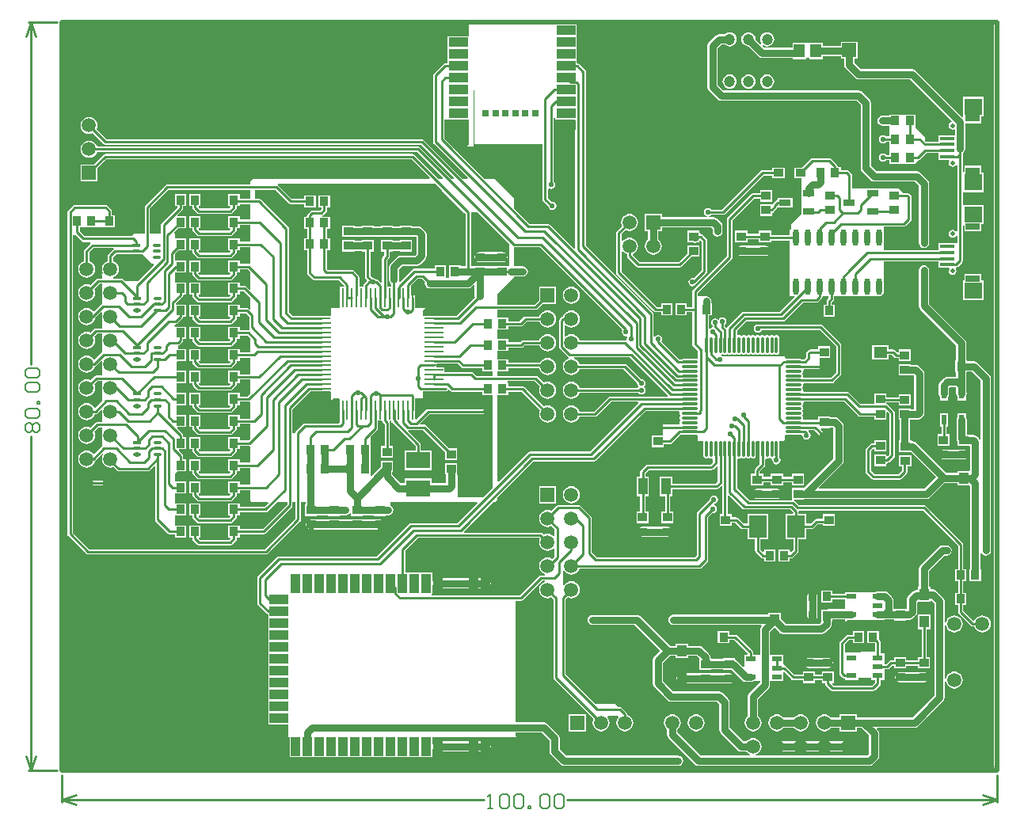
<source format=gtl>
G04*
G04 #@! TF.GenerationSoftware,Altium Limited,Altium Designer,18.1.9 (240)*
G04*
G04 Layer_Physical_Order=1*
G04 Layer_Color=255*
%FSLAX24Y24*%
%MOIN*%
G70*
G01*
G75*
%ADD14C,0.0100*%
%ADD17C,0.0200*%
%ADD18C,0.0060*%
%ADD20C,0.0050*%
%ADD23R,0.0394X0.0709*%
%ADD24R,0.0386X0.0366*%
%ADD25R,0.0394X0.0327*%
%ADD26R,0.0366X0.0386*%
%ADD27O,0.0236X0.0709*%
%ADD28R,0.0579X0.0457*%
%ADD29R,0.0748X0.0945*%
%ADD30R,0.0433X0.0236*%
%ADD31R,0.0394X0.0787*%
%ADD32R,0.0787X0.0394*%
%ADD33R,0.0610X0.0157*%
%ADD34R,0.0748X0.0709*%
%ADD35R,0.0236X0.0433*%
%ADD36R,0.1024X0.0709*%
%ADD37R,0.0394X0.0492*%
%ADD38R,0.0457X0.0579*%
%ADD39R,0.0492X0.0276*%
%ADD40C,0.0591*%
%ADD41R,0.0087X0.0787*%
%ADD42R,0.0787X0.0087*%
%ADD43O,0.0787X0.0087*%
%ADD44O,0.0709X0.0110*%
%ADD45O,0.0110X0.0709*%
%ADD46R,0.0315X0.0315*%
%ADD47O,0.0335X0.0138*%
%ADD48R,0.0335X0.0138*%
%ADD81C,0.0300*%
%ADD82R,0.0591X0.0591*%
%ADD83R,0.0591X0.0591*%
%ADD84R,0.0591X0.0315*%
%ADD85C,0.0197*%
%ADD86C,0.0472*%
%ADD87C,0.1378*%
%ADD88C,0.0220*%
G36*
X17386Y28631D02*
Y26350D01*
X20238D01*
Y24044D01*
X20238Y24044D01*
X20246Y24001D01*
X20271Y23964D01*
X20478Y23757D01*
X20490Y23698D01*
X20527Y23642D01*
X20584Y23604D01*
X20650Y23591D01*
X20716Y23604D01*
X20773Y23642D01*
X20810Y23698D01*
X20823Y23764D01*
X20810Y23831D01*
X20773Y23887D01*
X20716Y23924D01*
X20650Y23938D01*
X20621Y23932D01*
X20462Y24090D01*
Y24478D01*
X20512Y24504D01*
X20534Y24490D01*
X20600Y24477D01*
X20666Y24490D01*
X20723Y24527D01*
X20760Y24584D01*
X20773Y24650D01*
X20760Y24716D01*
X20723Y24773D01*
X20712Y24780D01*
Y27450D01*
X20774D01*
Y27393D01*
X21619D01*
Y21978D01*
X21569Y21957D01*
X20549Y22977D01*
X20513Y23002D01*
X20470Y23010D01*
X20470Y23010D01*
X19699D01*
X19050Y23659D01*
Y24100D01*
X18250Y24900D01*
X17809D01*
X16112Y26596D01*
Y27400D01*
X16246D01*
Y27393D01*
X17150D01*
Y26374D01*
X17076Y26300D01*
X17114Y26262D01*
X17327D01*
X17336Y28631D01*
X17386Y28631D01*
D02*
G37*
G36*
X39250Y150D02*
X39254Y146D01*
X39235Y100D01*
X100D01*
Y11300D01*
Y31400D01*
X17150D01*
Y30907D01*
X16246D01*
Y30393D01*
Y29893D01*
Y29762D01*
X16150D01*
X16107Y29754D01*
X16071Y29729D01*
X16071Y29729D01*
X15671Y29329D01*
X15646Y29293D01*
X15638Y29250D01*
X15638Y29250D01*
Y26450D01*
X15638Y26450D01*
X15646Y26407D01*
X15671Y26371D01*
X17095Y24946D01*
X17076Y24900D01*
X16882D01*
X15253Y26529D01*
X15217Y26554D01*
X15174Y26562D01*
X15174Y26562D01*
X1896D01*
X1468Y26990D01*
X1496Y27057D01*
X1508Y27150D01*
X1496Y27243D01*
X1460Y27329D01*
X1403Y27403D01*
X1329Y27460D01*
X1243Y27496D01*
X1150Y27508D01*
X1057Y27496D01*
X971Y27460D01*
X897Y27403D01*
X840Y27329D01*
X804Y27243D01*
X792Y27150D01*
X804Y27057D01*
X840Y26971D01*
X897Y26897D01*
X971Y26840D01*
X1057Y26804D01*
X1150Y26792D01*
X1243Y26804D01*
X1310Y26832D01*
X1771Y26371D01*
X1771Y26371D01*
X1807Y26346D01*
X1850Y26338D01*
X15127D01*
X16519Y24946D01*
X16500Y24900D01*
X16409D01*
X15079Y26229D01*
X15043Y26254D01*
X15000Y26262D01*
X15000Y26262D01*
X1488D01*
X1460Y26329D01*
X1403Y26403D01*
X1329Y26460D01*
X1243Y26496D01*
X1150Y26508D01*
X1057Y26496D01*
X971Y26460D01*
X897Y26403D01*
X840Y26329D01*
X804Y26243D01*
X792Y26150D01*
X804Y26057D01*
X840Y25971D01*
X897Y25897D01*
X971Y25840D01*
X1057Y25804D01*
X1150Y25792D01*
X1243Y25804D01*
X1329Y25840D01*
X1403Y25897D01*
X1460Y25971D01*
X1488Y26038D01*
X14954D01*
X16045Y24946D01*
X16026Y24900D01*
X15859D01*
X14841Y25917D01*
X14805Y25942D01*
X14762Y25950D01*
X14762Y25950D01*
X1838D01*
X1795Y25942D01*
X1759Y25917D01*
X1759Y25917D01*
X1347Y25505D01*
X795D01*
Y24795D01*
X1505D01*
Y25347D01*
X1885Y25726D01*
X14715D01*
X15495Y24946D01*
X15476Y24900D01*
X8050D01*
X7950Y24800D01*
Y24662D01*
X4444D01*
X4401Y24654D01*
X4365Y24629D01*
X4365Y24629D01*
X3521Y23785D01*
X3496Y23749D01*
X3488Y23706D01*
X3488Y23706D01*
Y22600D01*
X3038D01*
X2950Y22512D01*
X946D01*
X759Y22700D01*
Y22864D01*
X2237D01*
Y23370D01*
X2106D01*
Y23556D01*
X2097Y23599D01*
X2073Y23636D01*
X2073Y23636D01*
X1932Y23776D01*
X1896Y23800D01*
X1853Y23809D01*
X1853Y23809D01*
X552D01*
X509Y23800D01*
X473Y23776D01*
X473Y23776D01*
X274Y23578D01*
X250Y23541D01*
X242Y23498D01*
X242Y23498D01*
Y9946D01*
X242Y9946D01*
X250Y9903D01*
X274Y9867D01*
X1021Y9121D01*
X1021Y9121D01*
X1057Y9096D01*
X1100Y9088D01*
X8600D01*
X8600Y9088D01*
X8643Y9096D01*
X8679Y9121D01*
X10029Y10471D01*
X10029Y10471D01*
X10054Y10507D01*
X10062Y10550D01*
Y11300D01*
X10267D01*
Y11196D01*
X10238D01*
Y10710D01*
X10743D01*
Y10739D01*
X11204D01*
Y10710D01*
X11710D01*
Y10736D01*
X11950D01*
X12032Y10752D01*
X12101Y10799D01*
X12121Y10828D01*
X12171Y10813D01*
Y10710D01*
X12677D01*
Y10739D01*
X13138D01*
Y10710D01*
X13643D01*
Y10739D01*
X13747D01*
X13829Y10755D01*
X13898Y10802D01*
X13945Y10871D01*
X13961Y10953D01*
X13945Y11035D01*
X13898Y11105D01*
X13829Y11174D01*
Y11300D01*
X17476D01*
X17495Y11254D01*
X16654Y10412D01*
X14700D01*
X14700Y10412D01*
X14657Y10404D01*
X14621Y10379D01*
X13254Y9012D01*
X9150D01*
X9150Y9012D01*
X9107Y9004D01*
X9071Y8979D01*
X9071Y8979D01*
X8271Y8179D01*
X8246Y8143D01*
X8238Y8100D01*
X8238Y8100D01*
Y7043D01*
X8238Y7043D01*
X8246Y7000D01*
X8271Y6964D01*
X8625Y6610D01*
X8625Y6610D01*
X8661Y6585D01*
X8699Y6578D01*
Y6432D01*
Y5932D01*
Y5432D01*
Y4932D01*
Y4432D01*
Y3932D01*
Y3432D01*
Y2932D01*
Y2432D01*
Y1932D01*
X9550D01*
Y1400D01*
X9593D01*
Y546D01*
X15607D01*
Y903D01*
X15628Y910D01*
X15657Y911D01*
X15699Y849D01*
X15768Y802D01*
X15850Y786D01*
X17846D01*
X17928Y802D01*
X17997Y849D01*
X18044Y918D01*
X18060Y1000D01*
X18044Y1082D01*
X17997Y1151D01*
X17928Y1198D01*
X17846Y1214D01*
X15850D01*
X15768Y1198D01*
X15699Y1151D01*
X15657Y1089D01*
X15628Y1090D01*
X15607Y1097D01*
Y1400D01*
X19150D01*
X19100Y1450D01*
Y1586D01*
X20211D01*
X20536Y1261D01*
Y800D01*
X20552Y718D01*
X20599Y649D01*
X20999Y249D01*
X21068Y202D01*
X21150Y186D01*
X25950D01*
X26032Y202D01*
X26101Y249D01*
X26148Y318D01*
X26164Y400D01*
X26148Y482D01*
X26101Y551D01*
X26032Y598D01*
X25950Y614D01*
X21239D01*
X20964Y889D01*
Y1350D01*
X20948Y1432D01*
X20901Y1501D01*
X20451Y1951D01*
X20382Y1998D01*
X20300Y2014D01*
X19100D01*
Y7138D01*
X19326D01*
X19326Y7138D01*
X19369Y7146D01*
X19405Y7171D01*
X20222Y7988D01*
X20327D01*
X20337Y7938D01*
X20271Y7910D01*
X20197Y7853D01*
X20140Y7779D01*
X20104Y7693D01*
X20092Y7600D01*
X20104Y7507D01*
X20140Y7421D01*
X20197Y7347D01*
X20271Y7290D01*
X20357Y7254D01*
X20450Y7242D01*
X20543Y7254D01*
X20610Y7282D01*
X20688Y7204D01*
Y3900D01*
X20688Y3900D01*
X20696Y3857D01*
X20721Y3821D01*
X22382Y2160D01*
X22354Y2093D01*
X22342Y2000D01*
X22354Y1907D01*
X22390Y1821D01*
X22447Y1747D01*
X22521Y1690D01*
X22607Y1654D01*
X22700Y1642D01*
X22793Y1654D01*
X22879Y1690D01*
X22953Y1747D01*
X23010Y1821D01*
X23046Y1907D01*
X23058Y2000D01*
X23046Y2093D01*
X23010Y2179D01*
X22969Y2234D01*
X22993Y2284D01*
X23407D01*
X23431Y2234D01*
X23390Y2179D01*
X23354Y2093D01*
X23342Y2000D01*
X23354Y1907D01*
X23390Y1821D01*
X23447Y1747D01*
X23521Y1690D01*
X23607Y1654D01*
X23700Y1642D01*
X23793Y1654D01*
X23879Y1690D01*
X23953Y1747D01*
X24010Y1821D01*
X24046Y1907D01*
X24058Y2000D01*
X24046Y2093D01*
X24010Y2179D01*
X23953Y2253D01*
X23879Y2310D01*
X23812Y2338D01*
Y2350D01*
X23812Y2350D01*
X23804Y2393D01*
X23779Y2429D01*
X23779Y2429D01*
X23579Y2629D01*
X23543Y2654D01*
X23500Y2662D01*
X23500Y2662D01*
X23438D01*
X23300Y2800D01*
X22459D01*
X21212Y4046D01*
Y7204D01*
X21290Y7282D01*
X21357Y7254D01*
X21450Y7242D01*
X21543Y7254D01*
X21629Y7290D01*
X21703Y7347D01*
X21760Y7421D01*
X21796Y7507D01*
X21808Y7600D01*
X21796Y7693D01*
X21760Y7779D01*
X21703Y7853D01*
X21629Y7910D01*
X21543Y7946D01*
X21450Y7958D01*
X21357Y7946D01*
X21271Y7910D01*
X21197Y7853D01*
X21142Y7782D01*
X21136Y7781D01*
X21092Y7803D01*
Y8397D01*
X21136Y8419D01*
X21142Y8418D01*
X21197Y8347D01*
X21271Y8290D01*
X21357Y8254D01*
X21450Y8242D01*
X21543Y8254D01*
X21629Y8290D01*
X21703Y8347D01*
X21760Y8421D01*
X21788Y8488D01*
X26850D01*
X26850Y8488D01*
X26893Y8496D01*
X26929Y8521D01*
X27179Y8771D01*
X27179Y8771D01*
X27204Y8807D01*
X27212Y8850D01*
Y10654D01*
X27388Y10829D01*
X27400Y10827D01*
X27466Y10840D01*
X27523Y10877D01*
X27560Y10934D01*
X27573Y11000D01*
X27560Y11066D01*
X27523Y11123D01*
X27477Y11153D01*
X27463Y11196D01*
X27461Y11212D01*
X27476Y11232D01*
X27516Y11240D01*
X27573Y11277D01*
X27610Y11334D01*
X27623Y11400D01*
X27610Y11466D01*
X27573Y11523D01*
X27516Y11560D01*
X27450Y11573D01*
X27384Y11560D01*
X27327Y11523D01*
X27290Y11466D01*
X27277Y11400D01*
X27279Y11388D01*
X26771Y10879D01*
X26746Y10843D01*
X26738Y10800D01*
X26738Y10800D01*
Y9046D01*
X26654Y8962D01*
X22530D01*
X22312Y9180D01*
Y10616D01*
X22304Y10659D01*
X22279Y10695D01*
X22279Y10695D01*
X21845Y11129D01*
X21809Y11154D01*
X21766Y11162D01*
X21766Y11162D01*
X20900D01*
X20900Y11162D01*
X20857Y11154D01*
X20821Y11129D01*
X20821Y11129D01*
X20610Y10918D01*
X20543Y10946D01*
X20450Y10958D01*
X20357Y10946D01*
X20271Y10910D01*
X20197Y10853D01*
X20140Y10779D01*
X20104Y10693D01*
X20092Y10600D01*
X20104Y10507D01*
X20140Y10421D01*
X20197Y10347D01*
X20271Y10290D01*
X20357Y10254D01*
X20450Y10242D01*
X20543Y10254D01*
X20610Y10282D01*
X20743Y10148D01*
Y9877D01*
X20693Y9861D01*
X20629Y9910D01*
X20543Y9946D01*
X20450Y9958D01*
X20357Y9946D01*
X20290Y9918D01*
X20229Y9979D01*
X20193Y10004D01*
X20150Y10012D01*
X20150Y10012D01*
X16941D01*
X16921Y10062D01*
X18159Y11300D01*
X18250D01*
X18350Y11400D01*
Y11491D01*
X19863Y13005D01*
X22417D01*
X22417Y13005D01*
X22460Y13013D01*
X22496Y13038D01*
X24578Y15120D01*
X25983D01*
X25996Y15105D01*
X26015Y15070D01*
X26008Y15035D01*
X26017Y14990D01*
X26042Y14952D01*
Y14921D01*
X26017Y14883D01*
X26008Y14838D01*
X26017Y14793D01*
X26042Y14755D01*
Y14724D01*
X26017Y14686D01*
X26008Y14641D01*
X26015Y14607D01*
X25996Y14572D01*
X25983Y14557D01*
X25143D01*
X25143Y14557D01*
X25100Y14565D01*
X25057Y14557D01*
X25021Y14532D01*
X24996Y14496D01*
X24988Y14453D01*
X24996Y14410D01*
X25021Y14374D01*
X25029Y14365D01*
X25029Y14365D01*
X25066Y14341D01*
X25109Y14332D01*
X25300D01*
Y14090D01*
X24847D01*
Y13604D01*
X25353D01*
Y13735D01*
X25597D01*
X25597Y13735D01*
X25640Y13743D01*
X25676Y13768D01*
X26044Y14135D01*
X26099D01*
X26125Y14130D01*
X26724D01*
X26727Y14131D01*
X26777Y14098D01*
Y13850D01*
X27006D01*
X27016Y13838D01*
Y13240D01*
X27025Y13195D01*
X27050Y13157D01*
X27088Y13131D01*
X27133Y13122D01*
X27178Y13131D01*
X27216Y13157D01*
X27247D01*
X27285Y13131D01*
X27330Y13122D01*
X27365Y13129D01*
X27400Y13110D01*
X27415Y13098D01*
Y12978D01*
X27299Y12862D01*
X24656D01*
X24613Y12854D01*
X24577Y12829D01*
X24577Y12829D01*
X24375Y12627D01*
X24350Y12591D01*
X24342Y12548D01*
X24342Y12548D01*
Y12364D01*
X24197D01*
Y11536D01*
X24342D01*
Y10893D01*
X24197D01*
Y10407D01*
X24703D01*
Y10893D01*
X24566D01*
Y11536D01*
X24711D01*
Y12364D01*
X24566D01*
Y12501D01*
X24703Y12638D01*
X27345D01*
X27345Y12638D01*
X27388Y12646D01*
X27424Y12671D01*
X27561Y12808D01*
X27611Y12787D01*
Y12153D01*
X27520Y12062D01*
X25695D01*
Y12364D01*
X25181D01*
Y11536D01*
X25388D01*
Y10893D01*
X25247D01*
Y10407D01*
X25753D01*
Y10893D01*
X25612D01*
Y11536D01*
X25695D01*
Y11838D01*
X27567D01*
X27567Y11838D01*
X27610Y11846D01*
X27646Y11871D01*
X27758Y11983D01*
X27808Y11962D01*
Y10780D01*
X27697D01*
Y10293D01*
X28203D01*
Y10424D01*
X28344D01*
X28578Y10190D01*
X28578Y10190D01*
X28615Y10166D01*
X28658Y10157D01*
X28658Y10157D01*
X28859D01*
Y9737D01*
X29181D01*
Y9257D01*
X29181Y9257D01*
X29189Y9214D01*
X29214Y9178D01*
X29437Y8954D01*
X29437Y8954D01*
X29474Y8930D01*
X29517Y8921D01*
X29558Y8893D01*
Y8780D01*
X30044D01*
Y9286D01*
X29558D01*
Y9216D01*
X29511Y9197D01*
X29405Y9304D01*
Y9737D01*
X29727D01*
Y10802D01*
X28859D01*
Y10382D01*
X28704D01*
X28470Y10616D01*
X28434Y10640D01*
X28391Y10649D01*
X28391Y10649D01*
X28203D01*
Y10780D01*
X28033D01*
Y11565D01*
X28083Y11586D01*
X28648Y11021D01*
X28648Y11021D01*
X28684Y10996D01*
X28727Y10988D01*
X28727Y10988D01*
X30654D01*
X30789Y10852D01*
X30782Y10802D01*
X30473D01*
Y9737D01*
X30795D01*
Y9287D01*
X30700Y9192D01*
X30650Y9213D01*
Y9286D01*
X30164D01*
Y8780D01*
X30650D01*
Y8921D01*
X30700D01*
X30700Y8921D01*
X30742Y8930D01*
X30779Y8954D01*
X30986Y9162D01*
X31011Y9198D01*
X31019Y9241D01*
X31019Y9241D01*
Y9737D01*
X31341D01*
Y10157D01*
X31570D01*
X31570Y10157D01*
X31612Y10166D01*
X31649Y10190D01*
X31816Y10357D01*
X32047D01*
Y10293D01*
X32553D01*
Y10780D01*
X32047D01*
Y10582D01*
X31770D01*
X31770Y10582D01*
X31727Y10573D01*
X31690Y10549D01*
X31690Y10549D01*
X31523Y10382D01*
X31341D01*
Y10802D01*
X31019D01*
Y10893D01*
X31061Y10938D01*
X36254D01*
X37728Y9463D01*
Y8471D01*
X37597D01*
Y7965D01*
X37728D01*
Y7477D01*
X37597D01*
Y6971D01*
X37728D01*
Y6671D01*
X37728Y6671D01*
X37737Y6628D01*
X37761Y6591D01*
X38270Y6083D01*
X38270Y6083D01*
X38306Y6059D01*
X38349Y6050D01*
X38412D01*
X38440Y5983D01*
X38497Y5909D01*
X38571Y5852D01*
X38657Y5816D01*
X38750Y5804D01*
X38843Y5816D01*
X38929Y5852D01*
X39003Y5909D01*
X39060Y5983D01*
X39096Y6069D01*
X39108Y6162D01*
X39096Y6255D01*
X39060Y6341D01*
X39003Y6416D01*
X38929Y6473D01*
X38843Y6508D01*
X38750Y6521D01*
X38657Y6508D01*
X38571Y6473D01*
X38497Y6416D01*
X38440Y6341D01*
X38428Y6313D01*
X38369Y6301D01*
X37953Y6717D01*
Y6971D01*
X38084D01*
Y7477D01*
X37953D01*
Y7965D01*
X38084D01*
Y8471D01*
X37953D01*
Y9509D01*
X37953Y9509D01*
X37944Y9552D01*
X37920Y9589D01*
X37920Y9589D01*
X36379Y11129D01*
X36343Y11154D01*
X36300Y11162D01*
X36300Y11162D01*
X31023D01*
X30846Y11339D01*
X30838Y11344D01*
X30853Y11394D01*
X31253D01*
Y11423D01*
X36400D01*
X36482Y11439D01*
X36551Y11486D01*
X37151Y12086D01*
X37701D01*
Y11994D01*
X38215D01*
X38233Y11951D01*
Y8471D01*
X38204D01*
Y7965D01*
X38690D01*
Y8471D01*
X38661D01*
Y9140D01*
X38711Y9155D01*
X38749Y9099D01*
X38818Y9052D01*
X38900Y9036D01*
X38982Y9052D01*
X39051Y9099D01*
X39098Y9168D01*
X39114Y9250D01*
Y16497D01*
X39098Y16579D01*
X39051Y16648D01*
X38548Y17151D01*
X38479Y17198D01*
X38397Y17214D01*
X38104D01*
Y17253D01*
X38075D01*
Y17989D01*
X38059Y18071D01*
X38013Y18140D01*
X36514Y19639D01*
Y21050D01*
X36498Y21132D01*
X36451Y21201D01*
X36382Y21248D01*
X36300Y21264D01*
X36218Y21248D01*
X36149Y21201D01*
X36102Y21132D01*
X36086Y21050D01*
Y19550D01*
X36102Y19468D01*
X36149Y19399D01*
X37647Y17900D01*
Y17253D01*
X37618D01*
Y16747D01*
X37647D01*
Y16564D01*
X37285D01*
X37203Y16548D01*
X37133Y16501D01*
X36983Y16351D01*
X36936Y16281D01*
X36920Y16199D01*
Y15851D01*
X36936Y15769D01*
X36956Y15740D01*
Y15575D01*
X37312D01*
Y15740D01*
X37332Y15769D01*
X37348Y15851D01*
Y16111D01*
X37373Y16136D01*
X37623D01*
X37647Y16111D01*
Y15872D01*
X37663Y15790D01*
X37704Y15729D01*
Y15575D01*
X38060D01*
Y15740D01*
X38080Y15769D01*
X38096Y15851D01*
X38080Y15933D01*
X38075Y15940D01*
Y16200D01*
Y16747D01*
X38104D01*
Y16786D01*
X38308D01*
X38686Y16408D01*
Y13933D01*
X38636Y13918D01*
X38598Y13975D01*
X38521Y14051D01*
X38452Y14098D01*
X38370Y14114D01*
X38211D01*
Y14143D01*
X38096D01*
Y14749D01*
X38080Y14831D01*
X38060Y14860D01*
Y15025D01*
X37704D01*
Y14860D01*
X37684Y14831D01*
X37668Y14749D01*
Y13976D01*
X37684Y13894D01*
X37705Y13863D01*
Y13657D01*
X38211D01*
X38233Y13616D01*
Y12649D01*
X38215Y12606D01*
X37701D01*
Y12514D01*
X37239D01*
X35965Y13788D01*
X35895Y13835D01*
X35813Y13851D01*
X35755D01*
Y13880D01*
X35698D01*
Y14749D01*
X35736D01*
Y14778D01*
X36042D01*
X36124Y14794D01*
X36194Y14841D01*
X36251Y14899D01*
X36298Y14968D01*
X36314Y15050D01*
Y16698D01*
X36298Y16780D01*
X36251Y16849D01*
X36100Y17000D01*
X36031Y17047D01*
X35949Y17063D01*
X35736D01*
Y17110D01*
X35231D01*
Y16624D01*
X35736D01*
Y16635D01*
X35860D01*
X35886Y16609D01*
Y15206D01*
X35736D01*
Y15235D01*
X35231D01*
Y14749D01*
X35269D01*
Y13880D01*
X35249D01*
Y13394D01*
X35754D01*
X36804Y12344D01*
X36311Y11851D01*
X31889D01*
X31870Y11898D01*
X32851Y12879D01*
X32898Y12949D01*
X32914Y13030D01*
Y14500D01*
X32898Y14582D01*
X32851Y14651D01*
X32699Y14803D01*
X32630Y14850D01*
X32548Y14866D01*
X32353D01*
Y14895D01*
X31847D01*
Y14753D01*
X31236D01*
X31223Y14768D01*
X31204Y14803D01*
X31211Y14838D01*
X31202Y14883D01*
X31177Y14921D01*
Y14952D01*
X31202Y14990D01*
X31211Y15035D01*
X31202Y15080D01*
X31177Y15118D01*
Y15149D01*
X31202Y15187D01*
X31211Y15232D01*
X31202Y15277D01*
X31177Y15315D01*
Y15346D01*
X31202Y15384D01*
X31211Y15429D01*
X31204Y15463D01*
X31223Y15498D01*
X31236Y15513D01*
X32928D01*
X33513Y14929D01*
X33513Y14929D01*
X33549Y14905D01*
X33592Y14896D01*
X33592Y14896D01*
X34214D01*
Y14765D01*
X34720D01*
Y15063D01*
X34766Y15082D01*
X34838Y15010D01*
Y13296D01*
X34766Y13225D01*
X34720Y13244D01*
Y13293D01*
X34214D01*
Y12807D01*
X34720D01*
Y12902D01*
X34750Y12938D01*
X34793Y12946D01*
X34829Y12971D01*
X35029Y13171D01*
X35029Y13171D01*
X35054Y13207D01*
X35062Y13250D01*
X35062Y13250D01*
Y15057D01*
X35062Y15057D01*
X35054Y15100D01*
X35029Y15136D01*
X34765Y15401D01*
X34728Y15425D01*
X34720Y15427D01*
Y15486D01*
X35231D01*
Y15355D01*
X35736D01*
Y15842D01*
X35231D01*
Y15711D01*
X34720D01*
Y15858D01*
X34214D01*
Y15434D01*
X33619D01*
X33151Y15902D01*
X33114Y15926D01*
X33071Y15935D01*
X33071Y15935D01*
X31236D01*
X31223Y15950D01*
X31204Y15985D01*
X31211Y16019D01*
X31202Y16064D01*
X31177Y16102D01*
Y16133D01*
X31202Y16171D01*
X31211Y16216D01*
X31204Y16251D01*
X31223Y16286D01*
X31236Y16301D01*
X32413D01*
X32413Y16301D01*
X32456Y16309D01*
X32492Y16334D01*
X32779Y16621D01*
X32779Y16621D01*
X32804Y16657D01*
X32812Y16700D01*
X32812Y16700D01*
Y17900D01*
X32804Y17943D01*
X32779Y17979D01*
X32779Y17979D01*
X32029Y18729D01*
X31993Y18754D01*
X31950Y18762D01*
X31950Y18762D01*
X29356D01*
X29300Y18773D01*
X29234Y18760D01*
X29177Y18723D01*
X29140Y18666D01*
X29127Y18600D01*
X29140Y18534D01*
X29177Y18477D01*
X29234Y18440D01*
X29300Y18427D01*
X29366Y18440D01*
X29423Y18477D01*
X29460Y18534D01*
X29461Y18538D01*
X31904D01*
X32588Y17854D01*
Y16746D01*
X32366Y16525D01*
X31236D01*
X31223Y16540D01*
X31204Y16575D01*
X31211Y16610D01*
X31202Y16655D01*
X31177Y16693D01*
Y16724D01*
X31202Y16762D01*
X31211Y16807D01*
X31204Y16841D01*
X31223Y16876D01*
X31236Y16891D01*
X32067D01*
X32100Y16885D01*
X32143Y16893D01*
X32179Y16918D01*
X32204Y16954D01*
X32212Y16997D01*
X32204Y17040D01*
X32179Y17076D01*
X32173Y17083D01*
X32136Y17107D01*
X32093Y17116D01*
X32093Y17116D01*
X31900D01*
Y17360D01*
X32353D01*
Y17846D01*
X31847D01*
Y17715D01*
X31503D01*
X31460Y17707D01*
X31424Y17682D01*
X31424Y17682D01*
X31371Y17629D01*
X31346Y17593D01*
X31338Y17550D01*
X31338Y17550D01*
Y17397D01*
X31254Y17312D01*
X31120D01*
X31094Y17318D01*
X30495D01*
X30450Y17356D01*
Y17421D01*
X27754Y17435D01*
Y17498D01*
X27768Y17501D01*
X27807Y17527D01*
X27837D01*
X27875Y17501D01*
X27920Y17492D01*
X27965Y17501D01*
X28003Y17527D01*
X28034D01*
X28072Y17501D01*
X28117Y17492D01*
X28162Y17501D01*
X28200Y17527D01*
X28231D01*
X28269Y17501D01*
X28314Y17492D01*
X28359Y17501D01*
X28397Y17527D01*
X28428D01*
X28466Y17501D01*
X28511Y17492D01*
X28556Y17501D01*
X28574Y17513D01*
X28609Y17523D01*
X28645Y17513D01*
X28663Y17501D01*
X28708Y17492D01*
X28753Y17501D01*
X28791Y17527D01*
X28822D01*
X28860Y17501D01*
X28905Y17492D01*
X28950Y17501D01*
X28988Y17527D01*
X29018D01*
X29057Y17501D01*
X29101Y17492D01*
X29146Y17501D01*
X29184Y17527D01*
X29215D01*
X29253Y17501D01*
X29298Y17492D01*
X29343Y17501D01*
X29381Y17527D01*
X29412D01*
X29450Y17501D01*
X29495Y17492D01*
X29540Y17501D01*
X29578Y17527D01*
X29609D01*
X29647Y17501D01*
X29692Y17492D01*
X29737Y17501D01*
X29775Y17527D01*
X29806D01*
X29844Y17501D01*
X29889Y17492D01*
X29934Y17501D01*
X29972Y17527D01*
X30003D01*
X30041Y17501D01*
X30086Y17492D01*
X30131Y17501D01*
X30169Y17527D01*
X30194Y17565D01*
X30203Y17610D01*
Y18208D01*
X30194Y18253D01*
X30169Y18291D01*
X30131Y18317D01*
X30086Y18326D01*
X30041Y18317D01*
X30003Y18291D01*
X29972D01*
X29934Y18317D01*
X29889Y18326D01*
X29844Y18317D01*
X29806Y18291D01*
X29775D01*
X29737Y18317D01*
X29692Y18326D01*
X29647Y18317D01*
X29609Y18291D01*
X29578D01*
X29540Y18317D01*
X29495Y18326D01*
X29450Y18317D01*
X29412Y18291D01*
X29381D01*
X29343Y18317D01*
X29298Y18326D01*
X29253Y18317D01*
X29215Y18291D01*
X29184D01*
X29146Y18317D01*
X29101Y18326D01*
X29057Y18317D01*
X29018Y18291D01*
X28988D01*
X28950Y18317D01*
X28905Y18326D01*
X28860Y18317D01*
X28822Y18291D01*
X28791D01*
X28753Y18317D01*
X28708Y18326D01*
X28663Y18317D01*
X28645Y18305D01*
X28609Y18295D01*
X28574Y18305D01*
X28556Y18317D01*
X28511Y18326D01*
X28476Y18319D01*
X28441Y18338D01*
X28426Y18350D01*
Y18524D01*
X28804Y18902D01*
X30364D01*
X30364Y18902D01*
X30407Y18911D01*
X30443Y18935D01*
X31196Y19688D01*
X31756D01*
X31756Y19688D01*
X31799Y19696D01*
X31836Y19721D01*
X31973Y19858D01*
X31997Y19894D01*
X32006Y19937D01*
X32040Y19969D01*
X32282D01*
Y19890D01*
X32221Y19829D01*
X32196Y19793D01*
X32188Y19750D01*
X32188Y19750D01*
Y19600D01*
X32057D01*
Y19094D01*
X32543D01*
Y19600D01*
X32412D01*
Y19704D01*
X32473Y19764D01*
X32473Y19764D01*
X32497Y19801D01*
X32506Y19844D01*
X32506Y19844D01*
Y19969D01*
X32824D01*
X32894Y19955D01*
X32963Y19969D01*
X33324D01*
X33394Y19955D01*
X33463Y19969D01*
X33824D01*
X33894Y19955D01*
X33963Y19969D01*
X34324D01*
X34394Y19955D01*
X34463Y19969D01*
X34483D01*
X34600Y20086D01*
Y21432D01*
X36920D01*
Y21149D01*
X37342D01*
X37369Y21099D01*
X37352Y21074D01*
X37340Y21013D01*
X37352Y20951D01*
X37387Y20898D01*
X37440Y20863D01*
X37501Y20851D01*
X37563Y20863D01*
X37616Y20898D01*
X37651Y20951D01*
X37663Y21013D01*
X37651Y21074D01*
X37634Y21099D01*
X37650Y21149D01*
D01*
X37686Y21183D01*
X37692Y21185D01*
X37729Y21209D01*
X37889Y21369D01*
X37889Y21369D01*
X37913Y21406D01*
X37922Y21449D01*
Y22935D01*
X37924Y22943D01*
X37979Y22958D01*
X37993Y22945D01*
Y22695D01*
X38703D01*
Y22980D01*
X38802D01*
Y23809D01*
X37972D01*
X37933Y23809D01*
X37922Y23854D01*
Y24296D01*
X37933Y24341D01*
X37972Y24341D01*
X38802D01*
Y25170D01*
X38703D01*
Y25455D01*
X37993D01*
Y25205D01*
X37979Y25192D01*
X37924Y25207D01*
X37922Y25215D01*
Y25949D01*
X37922Y25949D01*
X37922Y25949D01*
Y25983D01*
X37961Y26009D01*
X38008Y26079D01*
X38024Y26161D01*
Y27245D01*
X38703D01*
Y27530D01*
X38802D01*
Y28359D01*
X37933D01*
Y27540D01*
X37891Y27512D01*
X35951Y29451D01*
X35882Y29498D01*
X35800Y29514D01*
X33639D01*
X33364Y29789D01*
Y29964D01*
X33505D01*
Y30674D01*
X32795D01*
Y30507D01*
X32039D01*
Y30642D01*
X30761D01*
Y30414D01*
X29565D01*
X29485Y30494D01*
X29518Y30532D01*
X29543Y30513D01*
X29615Y30483D01*
X29692Y30473D01*
X29769Y30483D01*
X29841Y30513D01*
X29903Y30560D01*
X29951Y30622D01*
X29981Y30694D01*
X29991Y30772D01*
X29981Y30849D01*
X29951Y30921D01*
X29903Y30983D01*
X29841Y31030D01*
X29769Y31060D01*
X29692Y31070D01*
X29615Y31060D01*
X29543Y31030D01*
X29481Y30983D01*
X29433Y30921D01*
X29403Y30849D01*
X29393Y30772D01*
X29403Y30694D01*
X29433Y30622D01*
X29452Y30598D01*
X29415Y30565D01*
X29203Y30776D01*
X29193Y30849D01*
X29163Y30921D01*
X29116Y30983D01*
X29054Y31030D01*
X28982Y31060D01*
X28905Y31070D01*
X28827Y31060D01*
X28755Y31030D01*
X28693Y30983D01*
X28646Y30921D01*
X28616Y30849D01*
X28606Y30772D01*
X28616Y30694D01*
X28646Y30622D01*
X28693Y30560D01*
X28755Y30513D01*
X28827Y30483D01*
X28900Y30473D01*
X29325Y30049D01*
X29394Y30002D01*
X29476Y29986D01*
X30761D01*
Y29943D01*
X31338D01*
Y29986D01*
X31462D01*
Y29943D01*
X32039D01*
Y30078D01*
X32795D01*
Y29964D01*
X32936D01*
Y29700D01*
X32952Y29618D01*
X32999Y29549D01*
X33399Y29149D01*
X33468Y29102D01*
X33550Y29086D01*
X35711D01*
X37461Y27336D01*
X37447Y27288D01*
X37440Y27287D01*
X37387Y27252D01*
X37352Y27199D01*
X37340Y27137D01*
X37352Y27076D01*
X37387Y27023D01*
X37440Y26988D01*
X37501Y26976D01*
X37546Y26985D01*
X37596Y26954D01*
Y26745D01*
X36920D01*
Y26462D01*
X36368D01*
X36322Y26509D01*
Y26651D01*
X35937Y27036D01*
Y27600D01*
X35451D01*
Y27600D01*
X35438Y27588D01*
X35330Y27590D01*
Y27600D01*
X34844D01*
Y27561D01*
X34566D01*
X34550Y27564D01*
X34468Y27548D01*
X34399Y27501D01*
X34352Y27432D01*
X34336Y27350D01*
X34352Y27268D01*
X34399Y27199D01*
X34402Y27195D01*
X34471Y27149D01*
X34553Y27133D01*
X34844D01*
Y26684D01*
X34701D01*
X34694Y26694D01*
X34638Y26732D01*
X34572Y26745D01*
X34506Y26732D01*
X34449Y26694D01*
X34412Y26638D01*
X34399Y26572D01*
X34412Y26506D01*
X34449Y26449D01*
X34506Y26412D01*
X34572Y26399D01*
X34638Y26412D01*
X34694Y26449D01*
X34701Y26460D01*
X34844D01*
Y25909D01*
X34701D01*
X34694Y25919D01*
X34638Y25957D01*
X34572Y25970D01*
X34506Y25957D01*
X34449Y25919D01*
X34412Y25863D01*
X34399Y25797D01*
X34412Y25731D01*
X34449Y25674D01*
X34506Y25637D01*
X34572Y25624D01*
X34638Y25637D01*
X34694Y25674D01*
X34701Y25685D01*
X34844D01*
Y25544D01*
X35937D01*
Y25556D01*
X36070Y25689D01*
X36090Y25693D01*
X36126Y25718D01*
X36391Y25982D01*
X36920D01*
Y25699D01*
X37342D01*
X37369Y25649D01*
X37352Y25624D01*
X37340Y25563D01*
X37352Y25501D01*
X37387Y25448D01*
X37440Y25413D01*
X37501Y25401D01*
X37563Y25413D01*
X37616Y25448D01*
X37621Y25457D01*
X37689Y25470D01*
X37698Y25464D01*
Y22686D01*
X37689Y22680D01*
X37621Y22693D01*
X37616Y22702D01*
X37563Y22737D01*
X37501Y22749D01*
X37440Y22737D01*
X37387Y22702D01*
X37352Y22649D01*
X37340Y22587D01*
X37352Y22526D01*
X37387Y22473D01*
X37440Y22438D01*
X37501Y22426D01*
X37563Y22438D01*
X37616Y22473D01*
X37621Y22482D01*
X37689Y22494D01*
X37698Y22489D01*
Y22200D01*
X37650Y22195D01*
Y22195D01*
X36920D01*
Y21912D01*
X34600D01*
Y22879D01*
X35323D01*
X35332Y22888D01*
X35444D01*
X35444Y22888D01*
X35487Y22896D01*
X35523Y22921D01*
X35729Y23127D01*
X35729Y23127D01*
X35754Y23163D01*
X35762Y23206D01*
Y24135D01*
X35762Y24135D01*
X35754Y24178D01*
X35729Y24214D01*
X35729Y24214D01*
X35679Y24264D01*
X35643Y24289D01*
X35600Y24297D01*
X35600Y24297D01*
X35428D01*
X35225Y24500D01*
X33264D01*
Y25048D01*
X33264Y25048D01*
X33255Y25091D01*
X33231Y25128D01*
X33231Y25128D01*
X33132Y25226D01*
X33096Y25250D01*
X33053Y25259D01*
X33053Y25259D01*
X32790D01*
Y25400D01*
X32704D01*
X32659Y25416D01*
X32650Y25459D01*
X32626Y25495D01*
X32392Y25729D01*
X32356Y25754D01*
X32313Y25762D01*
X32313Y25762D01*
X31597D01*
X31597Y25762D01*
X31554Y25754D01*
X31518Y25729D01*
X31518Y25729D01*
X31158Y25370D01*
X30837D01*
Y24923D01*
X31150D01*
Y24481D01*
X31130D01*
Y24086D01*
X31150D01*
Y23733D01*
X31130D01*
Y23421D01*
X30712Y23004D01*
Y22771D01*
X30662Y22766D01*
X30650Y22822D01*
Y22533D01*
X29859D01*
Y22717D01*
X29353D01*
Y22586D01*
X28857D01*
Y22717D01*
X28351D01*
Y22231D01*
X28857D01*
Y22362D01*
X29353D01*
Y22231D01*
X29859D01*
Y22308D01*
X30650D01*
Y19969D01*
X30825D01*
X30844Y19923D01*
X30233Y19312D01*
X28717D01*
X28717Y19312D01*
X28674Y19304D01*
X28638Y19279D01*
X28638Y19279D01*
X28038Y18679D01*
X28023Y18657D01*
X27976Y18645D01*
X27963Y18645D01*
X27912Y18696D01*
Y18770D01*
X27923Y18777D01*
X27960Y18834D01*
X27973Y18900D01*
X27960Y18966D01*
X27923Y19023D01*
X27866Y19060D01*
X27800Y19073D01*
X27734Y19060D01*
X27677Y19023D01*
X27663Y19001D01*
X27625Y18974D01*
X27599Y18988D01*
X27566Y19010D01*
X27500Y19023D01*
X27434Y19010D01*
X27377Y18973D01*
X27340Y18916D01*
X27327Y18850D01*
X27340Y18784D01*
X27377Y18727D01*
X27388Y18720D01*
Y18671D01*
X27388Y18671D01*
X27350Y18613D01*
X27334Y18610D01*
X27295Y18584D01*
X27245Y18607D01*
Y19147D01*
X27373D01*
Y19653D01*
X27344D01*
Y19747D01*
X27328Y19829D01*
X27281Y19898D01*
X27212Y19945D01*
X27150Y19957D01*
Y19962D01*
X26811D01*
X26766Y20007D01*
Y20101D01*
X28197Y21532D01*
X28197Y21532D01*
X28221Y21568D01*
X28229Y21611D01*
X28229Y21611D01*
Y23156D01*
X29146Y24073D01*
X29391D01*
Y23942D01*
X29897D01*
Y24428D01*
X29391D01*
Y24297D01*
X29100D01*
X29057Y24289D01*
X29021Y24264D01*
X29021Y24264D01*
X28038Y23282D01*
X28014Y23245D01*
X28005Y23202D01*
X28005Y23202D01*
Y21657D01*
X26574Y20227D01*
X26550Y20190D01*
X26542Y20147D01*
X26542Y20147D01*
Y19512D01*
X26314D01*
Y19653D01*
X25827D01*
Y19147D01*
X26314D01*
Y19288D01*
X26542D01*
Y17946D01*
X26542Y17946D01*
X26550Y17903D01*
X26574Y17867D01*
X26777Y17665D01*
Y17358D01*
X26727Y17317D01*
X26724Y17318D01*
X26125D01*
X26099Y17312D01*
X25980D01*
X25240Y18053D01*
X25260Y18084D01*
X25273Y18150D01*
X25260Y18216D01*
X25223Y18273D01*
X25166Y18310D01*
X25100Y18323D01*
X25034Y18310D01*
X24977Y18273D01*
X24962Y18250D01*
X24912Y18265D01*
Y19200D01*
X24912Y19200D01*
X24904Y19243D01*
X24879Y19279D01*
X24879Y19279D01*
X22062Y22096D01*
Y29400D01*
X22054Y29443D01*
X22029Y29479D01*
X22029Y29479D01*
X21779Y29729D01*
X21743Y29754D01*
X21700Y29762D01*
X21681Y29805D01*
Y30393D01*
Y30893D01*
Y31400D01*
X39250D01*
Y150D01*
D02*
G37*
G36*
X7950Y24062D02*
X7496D01*
Y24253D01*
X7010D01*
Y23747D01*
X7071D01*
X7092Y23697D01*
X7042Y23648D01*
X5811D01*
X5762Y23697D01*
X5782Y23747D01*
X5846D01*
Y24253D01*
X5360D01*
Y23747D01*
X5491D01*
Y23697D01*
X5491Y23697D01*
X5500Y23654D01*
X5524Y23618D01*
X5685Y23456D01*
X5685Y23456D01*
X5722Y23432D01*
X5765Y23423D01*
X5765Y23423D01*
X7089D01*
X7089Y23423D01*
X7132Y23432D01*
X7168Y23456D01*
X7332Y23621D01*
X7357Y23657D01*
X7365Y23700D01*
X7365Y23747D01*
X7496D01*
Y23838D01*
X7950D01*
Y23182D01*
X7496D01*
Y23323D01*
X7010D01*
Y22817D01*
X7074D01*
X7095Y22767D01*
X7042Y22714D01*
X5811D01*
X5762Y22764D01*
X5782Y22814D01*
X5846D01*
Y23320D01*
X5360D01*
Y22814D01*
X5491D01*
Y22764D01*
X5491Y22764D01*
X5500Y22721D01*
X5524Y22684D01*
X5685Y22523D01*
X5685Y22523D01*
X5722Y22499D01*
X5765Y22490D01*
X5765Y22490D01*
X7089D01*
X7089Y22490D01*
X7132Y22499D01*
X7168Y22523D01*
X7332Y22687D01*
X7357Y22724D01*
X7365Y22767D01*
X7365Y22767D01*
Y22817D01*
X7496D01*
Y22958D01*
X7950D01*
Y22252D01*
X7496D01*
Y22393D01*
X7010D01*
Y21887D01*
X7071D01*
X7092Y21837D01*
X7042Y21788D01*
X5811D01*
X5762Y21837D01*
X5782Y21887D01*
X5846D01*
Y22393D01*
X5360D01*
Y21887D01*
X5491D01*
Y21837D01*
X5491Y21837D01*
X5500Y21794D01*
X5524Y21758D01*
X5685Y21596D01*
X5685Y21596D01*
X5722Y21572D01*
X5765Y21563D01*
X5765Y21563D01*
X7089D01*
X7089Y21563D01*
X7132Y21572D01*
X7168Y21596D01*
X7332Y21761D01*
X7357Y21797D01*
X7365Y21840D01*
X7365Y21887D01*
X7496D01*
Y22028D01*
X7950D01*
Y21349D01*
X7938Y21338D01*
X7900Y21316D01*
X7870Y21322D01*
X7870Y21322D01*
X7496D01*
Y21463D01*
X7010D01*
Y20957D01*
X7081D01*
X7102Y20907D01*
X7042Y20848D01*
X5811D01*
X5752Y20907D01*
X5772Y20957D01*
X5846D01*
Y21463D01*
X5360D01*
Y20957D01*
X5491D01*
Y20897D01*
X5491Y20897D01*
X5500Y20854D01*
X5524Y20818D01*
X5685Y20656D01*
X5685Y20656D01*
X5722Y20632D01*
X5765Y20623D01*
X5765Y20623D01*
X7089D01*
X7089Y20623D01*
X7132Y20632D01*
X7168Y20656D01*
X7332Y20821D01*
X7357Y20857D01*
X7365Y20900D01*
X7365Y20900D01*
Y20957D01*
X7496D01*
Y21098D01*
X7824D01*
X7950Y20971D01*
Y20254D01*
X7904Y20235D01*
X7779Y20359D01*
X7743Y20384D01*
X7700Y20392D01*
X7700Y20392D01*
X7496D01*
Y20533D01*
X7010D01*
Y20027D01*
X7071D01*
X7092Y19977D01*
X7042Y19928D01*
X5811D01*
X5762Y19977D01*
X5782Y20027D01*
X5846D01*
Y20533D01*
X5360D01*
Y20027D01*
X5491D01*
Y19977D01*
X5491Y19977D01*
X5500Y19934D01*
X5524Y19898D01*
X5685Y19736D01*
X5685Y19736D01*
X5722Y19712D01*
X5765Y19703D01*
X5765Y19703D01*
X7089D01*
X7089Y19703D01*
X7132Y19712D01*
X7168Y19736D01*
X7332Y19901D01*
X7357Y19937D01*
X7365Y19980D01*
X7365Y20027D01*
X7496D01*
Y20168D01*
X7654D01*
X7950Y19871D01*
Y19424D01*
X7904Y19405D01*
X7879Y19429D01*
X7843Y19454D01*
X7800Y19462D01*
X7800Y19462D01*
X7496D01*
Y19603D01*
X7010D01*
Y19097D01*
X7071D01*
X7092Y19047D01*
X7042Y18998D01*
X5811D01*
X5762Y19047D01*
X5782Y19097D01*
X5846D01*
Y19603D01*
X5360D01*
Y19097D01*
X5491D01*
Y19047D01*
X5491Y19047D01*
X5500Y19004D01*
X5524Y18968D01*
X5685Y18806D01*
X5685Y18806D01*
X5722Y18782D01*
X5765Y18773D01*
X5765Y18773D01*
X7089D01*
X7089Y18773D01*
X7132Y18782D01*
X7168Y18806D01*
X7332Y18971D01*
X7357Y19007D01*
X7365Y19050D01*
X7365Y19097D01*
X7496D01*
Y19238D01*
X7754D01*
X7888Y19104D01*
Y18650D01*
X7888Y18650D01*
X7896Y18607D01*
X7918Y18574D01*
X7915Y18562D01*
X7892Y18528D01*
X7873Y18532D01*
X7873Y18532D01*
X7496D01*
Y18673D01*
X7010D01*
Y18167D01*
X7071D01*
X7092Y18117D01*
X7042Y18068D01*
X5811D01*
X5762Y18117D01*
X5782Y18167D01*
X5846D01*
Y18673D01*
X5360D01*
Y18167D01*
X5491D01*
Y18117D01*
X5491Y18117D01*
X5500Y18074D01*
X5524Y18038D01*
X5685Y17876D01*
X5685Y17876D01*
X5722Y17852D01*
X5765Y17843D01*
X5765Y17843D01*
X7089D01*
X7089Y17843D01*
X7132Y17852D01*
X7168Y17876D01*
X7332Y18041D01*
X7357Y18077D01*
X7365Y18120D01*
X7365Y18167D01*
X7496D01*
Y18308D01*
X7827D01*
X7950Y18185D01*
Y17602D01*
X7496D01*
Y17743D01*
X7010D01*
Y17237D01*
X7071D01*
X7092Y17187D01*
X7042Y17138D01*
X5811D01*
X5762Y17187D01*
X5782Y17237D01*
X5846D01*
Y17743D01*
X5360D01*
Y17237D01*
X5491D01*
Y17187D01*
X5491Y17187D01*
X5500Y17144D01*
X5524Y17108D01*
X5685Y16946D01*
X5685Y16946D01*
X5722Y16922D01*
X5765Y16913D01*
X5765Y16913D01*
X7089D01*
X7089Y16913D01*
X7132Y16922D01*
X7168Y16946D01*
X7332Y17111D01*
X7357Y17147D01*
X7365Y17190D01*
X7365Y17237D01*
X7496D01*
Y17378D01*
X7950D01*
Y16672D01*
X7496D01*
Y16813D01*
X7010D01*
Y16307D01*
X7071D01*
X7092Y16257D01*
X7042Y16208D01*
X5811D01*
X5762Y16257D01*
X5782Y16307D01*
X5846D01*
Y16813D01*
X5360D01*
Y16307D01*
X5491D01*
Y16257D01*
X5491Y16257D01*
X5500Y16214D01*
X5524Y16178D01*
X5685Y16016D01*
X5685Y16016D01*
X5722Y15992D01*
X5765Y15983D01*
X5765Y15983D01*
X7089D01*
X7089Y15983D01*
X7132Y15992D01*
X7168Y16016D01*
X7332Y16181D01*
X7357Y16217D01*
X7365Y16260D01*
X7365Y16307D01*
X7496D01*
Y16448D01*
X7950D01*
Y15859D01*
X7834Y15742D01*
X7496D01*
Y15883D01*
X7010D01*
Y15377D01*
X7071D01*
X7092Y15327D01*
X7042Y15278D01*
X5811D01*
X5762Y15327D01*
X5782Y15377D01*
X5846D01*
Y15883D01*
X5360D01*
Y15377D01*
X5491D01*
Y15327D01*
X5491Y15327D01*
X5500Y15284D01*
X5524Y15248D01*
X5685Y15086D01*
X5685Y15086D01*
X5722Y15062D01*
X5765Y15053D01*
X5765Y15053D01*
X7089D01*
X7089Y15053D01*
X7132Y15062D01*
X7168Y15086D01*
X7332Y15251D01*
X7357Y15287D01*
X7365Y15330D01*
X7365Y15377D01*
X7496D01*
Y15518D01*
X7880D01*
X7880Y15518D01*
X7900Y15522D01*
X7950Y15489D01*
Y14812D01*
X7496D01*
Y14953D01*
X7010D01*
Y14447D01*
X7071D01*
X7092Y14397D01*
X7042Y14348D01*
X5811D01*
X5762Y14397D01*
X5782Y14447D01*
X5846D01*
Y14953D01*
X5360D01*
Y14447D01*
X5491D01*
Y14397D01*
X5491Y14397D01*
X5500Y14354D01*
X5524Y14318D01*
X5685Y14156D01*
X5685Y14156D01*
X5722Y14132D01*
X5765Y14123D01*
X5765Y14123D01*
X7089D01*
X7089Y14123D01*
X7132Y14132D01*
X7168Y14156D01*
X7332Y14321D01*
X7357Y14357D01*
X7365Y14400D01*
X7365Y14447D01*
X7496D01*
Y14588D01*
X7950D01*
Y13959D01*
X7874Y13882D01*
X7496D01*
Y14023D01*
X7010D01*
Y13517D01*
X7071D01*
X7092Y13467D01*
X7042Y13418D01*
X5811D01*
X5762Y13467D01*
X5782Y13517D01*
X5846D01*
Y14023D01*
X5360D01*
Y13517D01*
X5491D01*
Y13467D01*
X5491Y13467D01*
X5500Y13424D01*
X5524Y13388D01*
X5685Y13226D01*
X5685Y13226D01*
X5722Y13202D01*
X5765Y13193D01*
X5765Y13193D01*
X7089D01*
X7089Y13193D01*
X7132Y13202D01*
X7168Y13226D01*
X7332Y13391D01*
X7357Y13427D01*
X7365Y13470D01*
X7365Y13517D01*
X7496D01*
Y13658D01*
X7920D01*
X7920Y13658D01*
X7950Y13633D01*
Y12952D01*
X7496D01*
Y13093D01*
X7010D01*
Y12587D01*
X7071D01*
X7092Y12537D01*
X7042Y12488D01*
X5811D01*
X5762Y12537D01*
X5782Y12587D01*
X5846D01*
Y13093D01*
X5360D01*
Y12587D01*
X5491D01*
Y12537D01*
X5491Y12537D01*
X5500Y12494D01*
X5524Y12458D01*
X5685Y12296D01*
X5685Y12296D01*
X5722Y12272D01*
X5765Y12263D01*
X5765Y12263D01*
X7089D01*
X7089Y12263D01*
X7132Y12272D01*
X7168Y12296D01*
X7332Y12461D01*
X7357Y12497D01*
X7365Y12540D01*
X7365Y12587D01*
X7496D01*
Y12728D01*
X7950D01*
Y12022D01*
X7496D01*
Y12163D01*
X7010D01*
Y11657D01*
X7071D01*
X7092Y11607D01*
X7042Y11558D01*
X5811D01*
X5762Y11607D01*
X5782Y11657D01*
X5846D01*
Y12163D01*
X5360D01*
Y11657D01*
X5491D01*
Y11607D01*
X5491Y11607D01*
X5500Y11564D01*
X5524Y11528D01*
X5685Y11366D01*
X5685Y11366D01*
X5722Y11342D01*
X5765Y11333D01*
X5765Y11333D01*
X7089D01*
X7089Y11333D01*
X7132Y11342D01*
X7168Y11366D01*
X7332Y11531D01*
X7357Y11567D01*
X7365Y11610D01*
X7365Y11657D01*
X7496D01*
Y11798D01*
X7950D01*
Y11350D01*
X8000Y11300D01*
X8676D01*
X8695Y11254D01*
X8534Y11092D01*
X7496D01*
Y11233D01*
X7010D01*
Y10727D01*
X7071D01*
X7092Y10677D01*
X7042Y10628D01*
X5811D01*
X5762Y10677D01*
X5782Y10727D01*
X5846D01*
Y11233D01*
X5360D01*
Y10727D01*
X5491D01*
Y10677D01*
X5491Y10677D01*
X5500Y10634D01*
X5524Y10598D01*
X5685Y10436D01*
X5685Y10436D01*
X5722Y10412D01*
X5765Y10403D01*
X5765Y10403D01*
X7089D01*
X7089Y10403D01*
X7132Y10412D01*
X7168Y10436D01*
X7332Y10601D01*
X7357Y10637D01*
X7365Y10680D01*
X7365Y10727D01*
X7496D01*
Y10868D01*
X8580D01*
X8580Y10868D01*
X8623Y10876D01*
X8659Y10901D01*
X9059Y11300D01*
X9488D01*
Y11196D01*
X8454Y10162D01*
X7496D01*
Y10303D01*
X7010D01*
Y9797D01*
X7071D01*
X7092Y9747D01*
X7042Y9698D01*
X5811D01*
X5762Y9747D01*
X5782Y9797D01*
X5846D01*
Y10303D01*
X5360D01*
Y9797D01*
X5491D01*
Y9747D01*
X5491Y9747D01*
X5500Y9704D01*
X5524Y9668D01*
X5685Y9506D01*
X5685Y9506D01*
X5722Y9482D01*
X5765Y9473D01*
X5765Y9473D01*
X7089D01*
X7089Y9473D01*
X7132Y9482D01*
X7168Y9506D01*
X7332Y9671D01*
X7357Y9707D01*
X7365Y9750D01*
X7365Y9797D01*
X7496D01*
Y9938D01*
X8500D01*
X8500Y9938D01*
X8543Y9946D01*
X8579Y9971D01*
X9679Y11071D01*
X9704Y11107D01*
X9712Y11150D01*
X9712Y11150D01*
Y11300D01*
X9838D01*
Y10596D01*
X8554Y9312D01*
X1146D01*
X466Y9993D01*
Y22523D01*
X614D01*
X919Y22218D01*
X1189D01*
X1209Y22168D01*
X971Y21929D01*
X946Y21893D01*
X938Y21850D01*
X938Y21850D01*
Y21438D01*
X871Y21410D01*
X797Y21353D01*
X740Y21279D01*
X704Y21193D01*
X692Y21100D01*
X704Y21007D01*
X740Y20921D01*
X797Y20847D01*
X871Y20790D01*
X957Y20754D01*
X1050Y20742D01*
X1143Y20754D01*
X1229Y20790D01*
X1303Y20847D01*
X1360Y20921D01*
X1396Y21007D01*
X1408Y21100D01*
X1396Y21193D01*
X1360Y21279D01*
X1303Y21353D01*
X1229Y21410D01*
X1162Y21438D01*
Y21804D01*
X1352Y21994D01*
X2177D01*
X2192Y21944D01*
X2171Y21929D01*
X2171Y21929D01*
X1971Y21729D01*
X1946Y21693D01*
X1938Y21650D01*
X1938Y21650D01*
Y21438D01*
X1871Y21410D01*
X1797Y21353D01*
X1740Y21279D01*
X1704Y21193D01*
X1692Y21100D01*
X1704Y21007D01*
X1740Y20921D01*
X1741Y20920D01*
X1708Y20880D01*
X1650Y20907D01*
X1697Y20860D01*
X1697Y20860D01*
X1697Y20834D01*
Y20712D01*
X1550D01*
X1550Y20712D01*
X1507Y20704D01*
X1471Y20679D01*
X1471Y20679D01*
X1210Y20418D01*
X1143Y20446D01*
X1050Y20458D01*
X957Y20446D01*
X871Y20410D01*
X797Y20353D01*
X740Y20279D01*
X704Y20193D01*
X692Y20100D01*
X704Y20007D01*
X740Y19921D01*
X797Y19847D01*
X871Y19790D01*
X957Y19754D01*
X1050Y19742D01*
X1143Y19754D01*
X1229Y19790D01*
X1303Y19847D01*
X1360Y19921D01*
X1396Y20007D01*
X1408Y20100D01*
X1396Y20193D01*
X1368Y20260D01*
X1596Y20488D01*
X1697D01*
Y20141D01*
X1692Y20100D01*
X1697Y20059D01*
Y19637D01*
X1689Y19636D01*
X1653Y19611D01*
X1653Y19611D01*
X1370Y19328D01*
X1320Y19332D01*
X1303Y19353D01*
X1229Y19410D01*
X1143Y19446D01*
X1050Y19458D01*
X957Y19446D01*
X871Y19410D01*
X797Y19353D01*
X740Y19279D01*
X704Y19193D01*
X692Y19100D01*
X704Y19007D01*
X740Y18921D01*
X797Y18847D01*
X871Y18790D01*
X957Y18754D01*
X1050Y18742D01*
X1143Y18754D01*
X1229Y18790D01*
X1303Y18847D01*
X1360Y18921D01*
X1396Y19007D01*
X1401Y19042D01*
X1651Y19292D01*
X1697Y19273D01*
Y19141D01*
X1692Y19100D01*
X1697Y19059D01*
Y18612D01*
X1450D01*
X1407Y18604D01*
X1371Y18579D01*
X1371Y18579D01*
X1210Y18418D01*
X1143Y18446D01*
X1050Y18458D01*
X957Y18446D01*
X871Y18410D01*
X797Y18353D01*
X740Y18279D01*
X704Y18193D01*
X692Y18100D01*
X704Y18007D01*
X740Y17921D01*
X797Y17847D01*
X871Y17790D01*
X957Y17754D01*
X1050Y17742D01*
X1143Y17754D01*
X1229Y17790D01*
X1303Y17847D01*
X1360Y17921D01*
X1396Y18007D01*
X1408Y18100D01*
X1396Y18193D01*
X1368Y18260D01*
X1496Y18388D01*
X1697D01*
Y18141D01*
X1692Y18100D01*
X1697Y18059D01*
Y17592D01*
X1687Y17585D01*
X1687Y17585D01*
X1402Y17300D01*
X1339Y17307D01*
X1303Y17353D01*
X1229Y17410D01*
X1143Y17446D01*
X1050Y17458D01*
X957Y17446D01*
X871Y17410D01*
X797Y17353D01*
X740Y17279D01*
X704Y17193D01*
X692Y17100D01*
X704Y17007D01*
X740Y16921D01*
X797Y16847D01*
X871Y16790D01*
X957Y16754D01*
X1050Y16742D01*
X1143Y16754D01*
X1229Y16790D01*
X1303Y16847D01*
X1360Y16921D01*
X1391Y16994D01*
X1404Y16996D01*
X1440Y17021D01*
X1651Y17232D01*
X1697Y17213D01*
Y17141D01*
X1692Y17100D01*
X1697Y17059D01*
Y16617D01*
X1455D01*
X1455Y16617D01*
X1412Y16609D01*
X1376Y16585D01*
X1376Y16585D01*
X1210Y16418D01*
X1143Y16446D01*
X1050Y16458D01*
X957Y16446D01*
X871Y16410D01*
X797Y16353D01*
X740Y16279D01*
X704Y16193D01*
X692Y16100D01*
X704Y16007D01*
X740Y15921D01*
X797Y15847D01*
X871Y15790D01*
X957Y15754D01*
X1050Y15742D01*
X1143Y15754D01*
X1229Y15790D01*
X1303Y15847D01*
X1360Y15921D01*
X1396Y16007D01*
X1408Y16100D01*
X1396Y16193D01*
X1368Y16260D01*
X1502Y16393D01*
X1697D01*
Y16141D01*
X1692Y16100D01*
X1697Y16059D01*
Y15534D01*
X1416Y15253D01*
X1367Y15263D01*
X1360Y15279D01*
X1303Y15353D01*
X1229Y15410D01*
X1143Y15446D01*
X1050Y15458D01*
X957Y15446D01*
X871Y15410D01*
X797Y15353D01*
X740Y15279D01*
X704Y15193D01*
X692Y15100D01*
X704Y15007D01*
X740Y14921D01*
X797Y14847D01*
X871Y14790D01*
X957Y14754D01*
X1050Y14742D01*
X1143Y14754D01*
X1229Y14790D01*
X1303Y14847D01*
X1360Y14921D01*
X1388Y14988D01*
X1421D01*
X1421Y14988D01*
X1464Y14996D01*
X1501Y15021D01*
X1651Y15171D01*
X1697Y15152D01*
Y15141D01*
X1692Y15100D01*
X1697Y15059D01*
Y14662D01*
X1500D01*
X1500Y14662D01*
X1457Y14654D01*
X1421Y14629D01*
X1421Y14629D01*
X1210Y14418D01*
X1143Y14446D01*
X1050Y14458D01*
X957Y14446D01*
X871Y14410D01*
X797Y14353D01*
X740Y14279D01*
X704Y14193D01*
X692Y14100D01*
X704Y14007D01*
X740Y13921D01*
X797Y13847D01*
X871Y13790D01*
X957Y13754D01*
X1050Y13742D01*
X1143Y13754D01*
X1229Y13790D01*
X1303Y13847D01*
X1360Y13921D01*
X1396Y14007D01*
X1408Y14100D01*
X1396Y14193D01*
X1368Y14260D01*
X1546Y14438D01*
X1697D01*
Y14141D01*
X1692Y14100D01*
X1697Y14059D01*
Y13629D01*
X1382Y13313D01*
X1332Y13317D01*
X1303Y13353D01*
X1229Y13410D01*
X1143Y13446D01*
X1050Y13458D01*
X957Y13446D01*
X871Y13410D01*
X797Y13353D01*
X740Y13279D01*
X704Y13193D01*
X692Y13100D01*
X704Y13007D01*
X740Y12921D01*
X797Y12847D01*
X871Y12790D01*
X957Y12754D01*
X1050Y12742D01*
X1143Y12754D01*
X1229Y12790D01*
X1303Y12847D01*
X1360Y12921D01*
X1396Y13007D01*
X1397Y13015D01*
X1406Y13021D01*
X1717Y13331D01*
X1754Y13298D01*
X1740Y13279D01*
X1704Y13193D01*
X1692Y13100D01*
X1704Y13007D01*
X1740Y12921D01*
X1797Y12847D01*
X1871Y12790D01*
X1957Y12754D01*
X2050Y12742D01*
X2143Y12754D01*
X2170Y12765D01*
X2321Y12614D01*
X2321Y12614D01*
X2357Y12590D01*
X2400Y12582D01*
X2400Y12582D01*
X3626D01*
X3626Y12582D01*
X3669Y12590D01*
X3706Y12614D01*
X3892Y12800D01*
X3938Y12781D01*
Y10550D01*
X3938Y10550D01*
X3946Y10507D01*
X3971Y10471D01*
X4471Y9971D01*
X4471Y9971D01*
X4507Y9946D01*
X4550Y9938D01*
X4550Y9938D01*
X4754D01*
Y9797D01*
X5240D01*
Y10303D01*
X4754D01*
Y10727D01*
X5240D01*
Y11233D01*
X4754D01*
Y11657D01*
X5240D01*
Y12163D01*
X4754D01*
Y12469D01*
X4872Y12587D01*
X5240D01*
Y13093D01*
X5109D01*
Y13238D01*
X5109Y13238D01*
X5100Y13281D01*
X5076Y13318D01*
X4923Y13471D01*
X4942Y13517D01*
X5240D01*
Y14023D01*
X5109D01*
Y14103D01*
X5109Y14103D01*
X5100Y14146D01*
X5076Y14182D01*
X5076Y14182D01*
X4862Y14397D01*
X4882Y14447D01*
X5240D01*
Y14953D01*
X4843D01*
Y15377D01*
X5240D01*
Y15883D01*
X4843D01*
Y16307D01*
X5240D01*
Y16813D01*
X4843D01*
Y17205D01*
X4857Y17237D01*
X5240D01*
Y17743D01*
X4902D01*
Y17890D01*
X4945Y17898D01*
X4981Y17922D01*
X5076Y18018D01*
X5076Y18018D01*
X5100Y18054D01*
X5109Y18097D01*
X5109Y18097D01*
Y18167D01*
X5240D01*
Y18673D01*
X4754D01*
X4750Y18721D01*
Y18737D01*
X4800Y18788D01*
X4800Y18788D01*
X4843Y18796D01*
X4880Y18820D01*
X5076Y19017D01*
X5076Y19017D01*
X5100Y19053D01*
X5109Y19096D01*
X5156Y19097D01*
X5240D01*
Y19603D01*
X4820D01*
X4808Y19653D01*
X5076Y19921D01*
X5076Y19921D01*
X5100Y19957D01*
X5109Y20000D01*
X5147Y20027D01*
X5240D01*
Y20533D01*
X4754D01*
Y20957D01*
X5240D01*
Y21463D01*
X4754D01*
Y21738D01*
X4903Y21887D01*
X5240D01*
Y22393D01*
X4754D01*
Y22587D01*
X4747D01*
X4726Y22637D01*
X4903Y22814D01*
X5240D01*
Y23320D01*
X4878D01*
X4859Y23366D01*
X5076Y23583D01*
X5076Y23583D01*
X5100Y23620D01*
X5109Y23663D01*
Y23747D01*
X5240D01*
Y24253D01*
X4754D01*
Y23747D01*
X4855D01*
X4873Y23697D01*
X4211Y23035D01*
X4186Y22999D01*
X4178Y22956D01*
X4178Y22956D01*
Y22646D01*
X4167Y22600D01*
X3712D01*
Y23659D01*
X4491Y24438D01*
X7950D01*
Y24062D01*
D02*
G37*
G36*
X16000Y24441D02*
Y24406D01*
X16950Y23456D01*
X16968Y23474D01*
X17007Y23434D01*
Y21224D01*
X16793D01*
Y21263D01*
X16307D01*
Y20757D01*
X16307D01*
X16290Y20714D01*
X16204D01*
X16187Y20757D01*
X16187D01*
Y21263D01*
X15701D01*
Y21122D01*
X14842D01*
X14799Y21113D01*
X14763Y21089D01*
X14763Y21089D01*
X14231Y20558D01*
X14188Y20585D01*
X14202Y20654D01*
Y21099D01*
X14339Y21236D01*
X14944D01*
X15026Y21252D01*
X15095Y21299D01*
X15301Y21505D01*
X15348Y21574D01*
X15364Y21656D01*
Y22550D01*
X15348Y22632D01*
X15301Y22701D01*
X15160Y22842D01*
X15091Y22889D01*
X15009Y22905D01*
X14753D01*
Y22934D01*
X14247D01*
Y22905D01*
X13943D01*
Y22934D01*
X13437D01*
Y22905D01*
X13132D01*
Y22934D01*
X12627D01*
Y22905D01*
X12322D01*
Y22934D01*
X11816D01*
Y22448D01*
X12322D01*
Y22477D01*
X12627D01*
Y22448D01*
X13132D01*
Y22477D01*
X13437D01*
Y22448D01*
X13943D01*
Y22477D01*
X14247D01*
Y22448D01*
X14753D01*
Y22477D01*
X14920D01*
X14936Y22461D01*
Y21745D01*
X14855Y21664D01*
X14250D01*
X14168Y21648D01*
X14099Y21601D01*
X13836Y21339D01*
X13790Y21269D01*
X13773Y21187D01*
Y20654D01*
X13790Y20572D01*
X13836Y20503D01*
X13875Y20477D01*
Y20354D01*
X13706D01*
Y21497D01*
X13769Y21560D01*
X13769Y21560D01*
X13793Y21597D01*
X13802Y21640D01*
Y21842D01*
X13943D01*
Y21871D01*
X14247D01*
Y21842D01*
X14753D01*
Y22328D01*
X14247D01*
Y22299D01*
X13943D01*
Y22328D01*
X13437D01*
Y21842D01*
X13578D01*
Y21686D01*
X13514Y21623D01*
X13490Y21587D01*
X13482Y21544D01*
X13482Y21544D01*
Y20545D01*
X13432Y20524D01*
X13326Y20629D01*
X13290Y20654D01*
X13247Y20662D01*
X13247Y20662D01*
X13228D01*
X13221Y20673D01*
X13165Y20710D01*
X13098Y20723D01*
X13086Y20721D01*
X12992Y20815D01*
Y21842D01*
X13132D01*
Y22328D01*
X12627D01*
Y22299D01*
X12322D01*
Y22328D01*
X11816D01*
Y21842D01*
X12322D01*
Y21871D01*
X12627D01*
Y21842D01*
X12767D01*
Y20769D01*
X12767Y20769D01*
X12776Y20726D01*
X12800Y20690D01*
X12841Y20649D01*
Y20599D01*
X12727Y20486D01*
X12703Y20449D01*
X12694Y20406D01*
X12694Y20406D01*
Y20354D01*
X12525D01*
Y20761D01*
X12525Y20761D01*
X12516Y20804D01*
X12492Y20841D01*
X12492Y20841D01*
X12303Y21029D01*
X12267Y21054D01*
X12224Y21062D01*
X12224Y21062D01*
X11196D01*
X11165Y21093D01*
Y21897D01*
X11296D01*
Y22403D01*
X11165D01*
Y22797D01*
X11296D01*
Y23303D01*
X10982D01*
X10974Y23353D01*
X11001Y23371D01*
X11132Y23503D01*
X11132Y23503D01*
X11157Y23539D01*
X11165Y23582D01*
X11165Y23582D01*
Y23697D01*
X11296D01*
Y24203D01*
X10810D01*
Y23697D01*
X10941D01*
Y23628D01*
X10875Y23562D01*
X10550D01*
X10550Y23562D01*
X10507Y23554D01*
X10471Y23529D01*
X10471Y23529D01*
X10368Y23426D01*
X10343Y23390D01*
X10335Y23347D01*
X10319Y23303D01*
X10204D01*
Y22797D01*
X10335D01*
Y22403D01*
X10204D01*
Y21897D01*
X10335D01*
Y20934D01*
X10335Y20934D01*
X10343Y20891D01*
X10368Y20855D01*
X10551Y20671D01*
X10551Y20671D01*
X10588Y20646D01*
X10631Y20638D01*
X11654D01*
X11888Y20404D01*
X11867Y20354D01*
X11719D01*
Y19488D01*
X11683Y19453D01*
X11350Y19454D01*
Y19152D01*
X11300Y19117D01*
X11287Y19119D01*
X10971D01*
X10936Y19126D01*
X9719D01*
X9562Y19283D01*
Y22800D01*
X9562Y22800D01*
X9554Y22843D01*
X9529Y22879D01*
X9529Y22879D01*
X8379Y24029D01*
X8343Y24054D01*
X8300Y24062D01*
X8300Y24062D01*
X8150D01*
Y24438D01*
X8993D01*
X9560Y23871D01*
X9560Y23871D01*
X9597Y23846D01*
X9640Y23838D01*
X9640Y23838D01*
X10204D01*
Y23697D01*
X10690D01*
Y24203D01*
X10204D01*
Y24062D01*
X9686D01*
X9119Y24629D01*
X9117Y24691D01*
X9124Y24700D01*
X15741D01*
X16000Y24441D01*
D02*
G37*
G36*
X3805Y21314D02*
X3864D01*
X3883Y21268D01*
X3215Y20600D01*
X2659D01*
X2579Y20679D01*
X2543Y20704D01*
X2500Y20712D01*
X2500Y20712D01*
X2173D01*
X2163Y20762D01*
X2229Y20790D01*
X2303Y20847D01*
X2360Y20921D01*
X2396Y21007D01*
X2408Y21100D01*
X2396Y21193D01*
X2360Y21279D01*
X2303Y21353D01*
X2229Y21410D01*
X2162Y21438D01*
Y21604D01*
X2296Y21738D01*
X2987D01*
X3001Y21729D01*
X3052Y21719D01*
X3248D01*
X3299Y21729D01*
X3313Y21738D01*
X3381D01*
X3805Y21314D01*
D02*
G37*
G36*
X18850Y22141D02*
Y21250D01*
X18803Y21243D01*
X18803Y21243D01*
X18297D01*
Y21224D01*
X17853D01*
Y21243D01*
X17347D01*
Y21224D01*
X17231D01*
Y23481D01*
X17231Y23481D01*
X17247Y23500D01*
X17491D01*
X18850Y22141D01*
D02*
G37*
G36*
X23604Y18537D02*
X23590Y18516D01*
X23577Y18450D01*
X23590Y18384D01*
X23627Y18327D01*
X23684Y18290D01*
X23750Y18277D01*
X23784Y18284D01*
X23814Y18239D01*
X23800Y18216D01*
X23786Y18150D01*
X23788Y18142D01*
X23776Y18128D01*
X23744Y18106D01*
X23713Y18112D01*
X23713Y18112D01*
X21788D01*
X21760Y18179D01*
X21703Y18253D01*
X21629Y18310D01*
X21543Y18346D01*
X21450Y18358D01*
X21357Y18346D01*
X21271Y18310D01*
X21207Y18261D01*
X21157Y18277D01*
Y18723D01*
X21207Y18739D01*
X21271Y18690D01*
X21357Y18654D01*
X21450Y18642D01*
X21543Y18654D01*
X21629Y18690D01*
X21703Y18747D01*
X21760Y18821D01*
X21796Y18907D01*
X21808Y19000D01*
X21796Y19093D01*
X21760Y19179D01*
X21703Y19253D01*
X21629Y19310D01*
X21543Y19346D01*
X21450Y19358D01*
X21357Y19346D01*
X21271Y19310D01*
X21197Y19253D01*
X21140Y19179D01*
X21111Y19111D01*
X21074Y19104D01*
X21037Y19079D01*
X21037Y19079D01*
X20965Y19007D01*
X20941Y18971D01*
X20933Y18928D01*
X20933Y18928D01*
Y17832D01*
X20933Y17832D01*
X20941Y17789D01*
X20965Y17753D01*
X21298Y17421D01*
X21298Y17421D01*
X21334Y17396D01*
X21347Y17394D01*
X21352Y17372D01*
X21349Y17342D01*
X21271Y17310D01*
X21197Y17253D01*
X21140Y17179D01*
X21104Y17093D01*
X21092Y17000D01*
X21104Y16907D01*
X21140Y16821D01*
X21197Y16747D01*
X21271Y16690D01*
X21357Y16654D01*
X21450Y16642D01*
X21543Y16654D01*
X21629Y16690D01*
X21703Y16747D01*
X21760Y16821D01*
X21788Y16888D01*
X23642D01*
X24222Y16308D01*
X24220Y16300D01*
X24234Y16234D01*
X24271Y16178D01*
X24278Y16166D01*
Y16159D01*
X24232Y16112D01*
X21788D01*
X21760Y16179D01*
X21703Y16253D01*
X21629Y16310D01*
X21543Y16346D01*
X21450Y16358D01*
X21357Y16346D01*
X21271Y16310D01*
X21197Y16253D01*
X21140Y16179D01*
X21104Y16093D01*
X21092Y16000D01*
X21104Y15907D01*
X21140Y15821D01*
X21197Y15747D01*
X21271Y15690D01*
X21357Y15654D01*
X21450Y15642D01*
X21543Y15654D01*
X21629Y15690D01*
X21703Y15747D01*
X21760Y15821D01*
X21788Y15888D01*
X24270D01*
X24277Y15877D01*
X24334Y15840D01*
X24400Y15827D01*
X24466Y15840D01*
X24523Y15877D01*
X24560Y15934D01*
X24573Y16000D01*
X24560Y16066D01*
X24523Y16123D01*
X24516Y16127D01*
Y16163D01*
X24521Y16184D01*
X24554Y16234D01*
X24567Y16300D01*
X24554Y16366D01*
X24516Y16423D01*
X24460Y16460D01*
X24394Y16473D01*
X24377Y16470D01*
X23768Y17079D01*
X23732Y17104D01*
X23689Y17112D01*
X23689Y17112D01*
X21788D01*
X21760Y17179D01*
X21703Y17253D01*
X21629Y17310D01*
X21563Y17338D01*
X21573Y17388D01*
X23913D01*
X25513Y15788D01*
X25493Y15738D01*
X23076D01*
X23033Y15729D01*
X22996Y15705D01*
X22996Y15705D01*
X22404Y15112D01*
X21788D01*
X21760Y15179D01*
X21703Y15253D01*
X21629Y15310D01*
X21543Y15346D01*
X21450Y15358D01*
X21357Y15346D01*
X21271Y15310D01*
X21197Y15253D01*
X21140Y15179D01*
X21104Y15093D01*
X21092Y15000D01*
X21104Y14907D01*
X21140Y14821D01*
X21197Y14747D01*
X21271Y14690D01*
X21357Y14654D01*
X21450Y14642D01*
X21543Y14654D01*
X21629Y14690D01*
X21703Y14747D01*
X21760Y14821D01*
X21788Y14888D01*
X22450D01*
X22450Y14888D01*
X22493Y14896D01*
X22529Y14921D01*
X23122Y15513D01*
X24249D01*
X24270Y15463D01*
X22222Y13415D01*
X19703D01*
X19660Y13407D01*
X19624Y13382D01*
X19624Y13382D01*
X18396Y12155D01*
X18350Y12174D01*
Y15797D01*
X18793D01*
Y15938D01*
X19354D01*
X20132Y15160D01*
X20104Y15093D01*
X20092Y15000D01*
X20104Y14907D01*
X20140Y14821D01*
X20197Y14747D01*
X20271Y14690D01*
X20357Y14654D01*
X20450Y14642D01*
X20543Y14654D01*
X20629Y14690D01*
X20703Y14747D01*
X20760Y14821D01*
X20796Y14907D01*
X20808Y15000D01*
X20796Y15093D01*
X20760Y15179D01*
X20703Y15253D01*
X20629Y15310D01*
X20543Y15346D01*
X20450Y15358D01*
X20357Y15346D01*
X20290Y15318D01*
X19479Y16129D01*
X19443Y16154D01*
X19400Y16162D01*
X19400Y16162D01*
X18793D01*
Y16303D01*
X18764Y16332D01*
Y16388D01*
X19904D01*
X20132Y16160D01*
X20104Y16093D01*
X20092Y16000D01*
X20104Y15907D01*
X20140Y15821D01*
X20197Y15747D01*
X20271Y15690D01*
X20357Y15654D01*
X20450Y15642D01*
X20543Y15654D01*
X20629Y15690D01*
X20703Y15747D01*
X20760Y15821D01*
X20796Y15907D01*
X20808Y16000D01*
X20796Y16093D01*
X20760Y16179D01*
X20703Y16253D01*
X20629Y16310D01*
X20543Y16346D01*
X20450Y16358D01*
X20357Y16346D01*
X20290Y16318D01*
X20029Y16579D01*
X19993Y16604D01*
X19950Y16612D01*
X19950Y16612D01*
X18350D01*
Y16793D01*
X18793D01*
Y16934D01*
X20100D01*
X20104Y16907D01*
X20140Y16821D01*
X20197Y16747D01*
X20271Y16690D01*
X20357Y16654D01*
X20450Y16642D01*
X20543Y16654D01*
X20629Y16690D01*
X20703Y16747D01*
X20760Y16821D01*
X20796Y16907D01*
X20808Y17000D01*
X20796Y17093D01*
X20760Y17179D01*
X20703Y17253D01*
X20629Y17310D01*
X20543Y17346D01*
X20450Y17358D01*
X20357Y17346D01*
X20271Y17310D01*
X20197Y17253D01*
X20140Y17179D01*
X20131Y17158D01*
X18793D01*
Y17299D01*
X18350D01*
Y17656D01*
X18793D01*
Y17797D01*
X19350D01*
X19350Y17797D01*
X19393Y17805D01*
X19429Y17830D01*
X19487Y17888D01*
X20112D01*
X20140Y17821D01*
X20197Y17747D01*
X20271Y17690D01*
X20357Y17654D01*
X20450Y17642D01*
X20543Y17654D01*
X20629Y17690D01*
X20703Y17747D01*
X20760Y17821D01*
X20796Y17907D01*
X20808Y18000D01*
X20796Y18093D01*
X20760Y18179D01*
X20703Y18253D01*
X20629Y18310D01*
X20543Y18346D01*
X20450Y18358D01*
X20357Y18346D01*
X20271Y18310D01*
X20197Y18253D01*
X20140Y18179D01*
X20112Y18112D01*
X19441D01*
X19441Y18112D01*
X19398Y18104D01*
X19362Y18079D01*
X19362Y18079D01*
X19304Y18021D01*
X18793D01*
Y18162D01*
X18350D01*
Y18547D01*
X18793D01*
Y18688D01*
X19333D01*
X19333Y18688D01*
X19376Y18696D01*
X19412Y18721D01*
X19579Y18888D01*
X20112D01*
X20140Y18821D01*
X20197Y18747D01*
X20271Y18690D01*
X20357Y18654D01*
X20450Y18642D01*
X20543Y18654D01*
X20629Y18690D01*
X20703Y18747D01*
X20760Y18821D01*
X20796Y18907D01*
X20808Y19000D01*
X20796Y19093D01*
X20760Y19179D01*
X20703Y19253D01*
X20629Y19310D01*
X20543Y19346D01*
X20450Y19358D01*
X20357Y19346D01*
X20271Y19310D01*
X20197Y19253D01*
X20140Y19179D01*
X20112Y19112D01*
X19533D01*
X19533Y19112D01*
X19490Y19104D01*
X19453Y19079D01*
X19453Y19079D01*
X19286Y18912D01*
X18793D01*
Y19053D01*
X18350D01*
Y19388D01*
X19950D01*
X19950Y19388D01*
X19993Y19396D01*
X20029Y19421D01*
X20253Y19645D01*
X20805D01*
Y20355D01*
X20095D01*
Y19803D01*
X19904Y19612D01*
X18350D01*
Y20064D01*
X19050Y20764D01*
Y20786D01*
X19400D01*
X19482Y20802D01*
X19551Y20849D01*
X19569Y20875D01*
X19573Y20877D01*
X19610Y20934D01*
X19623Y21000D01*
X19610Y21066D01*
X19573Y21123D01*
X19569Y21125D01*
X19551Y21151D01*
X19482Y21198D01*
X19400Y21214D01*
X19050D01*
Y22016D01*
X20126D01*
X23604Y18537D01*
D02*
G37*
G36*
X15295Y20546D02*
X15286Y20500D01*
X15302Y20418D01*
X15349Y20349D01*
X15418Y20302D01*
X15500Y20286D01*
X17100D01*
X17182Y20302D01*
X17251Y20349D01*
X17340Y20437D01*
X17386Y20418D01*
Y19950D01*
X17395Y19904D01*
X16618Y19126D01*
X15661D01*
X15618Y19118D01*
X15617Y19117D01*
X15207D01*
Y19353D01*
X15300Y19446D01*
X14887Y19447D01*
Y19900D01*
X14878Y19943D01*
X14854Y19979D01*
X14818Y20004D01*
X14775Y20012D01*
X14740Y20005D01*
X14710Y20020D01*
X14690Y20036D01*
Y20393D01*
X14985Y20688D01*
X15154D01*
X15295Y20546D01*
D02*
G37*
G36*
X16825Y16966D02*
X16861Y16942D01*
X16904Y16934D01*
X16904Y16934D01*
X17701D01*
Y16793D01*
X18150D01*
Y16612D01*
X17446D01*
X17327Y16731D01*
X17291Y16756D01*
X17248Y16764D01*
X17248Y16764D01*
X16114D01*
Y16952D01*
X15791D01*
X15764Y17002D01*
X15764Y17003D01*
X15773Y17046D01*
X15766Y17080D01*
X15781Y17110D01*
X15796Y17130D01*
X16661D01*
X16825Y16966D01*
D02*
G37*
G36*
X11350Y15923D02*
X11350Y15621D01*
X11382Y15589D01*
X11390Y15598D01*
X11390Y15598D01*
X11446Y15654D01*
X11679D01*
X11719Y15629D01*
Y15219D01*
X11718Y15219D01*
X11710Y15176D01*
Y14646D01*
X11676Y14612D01*
X10250D01*
X10250Y14612D01*
X10207Y14604D01*
X10171Y14579D01*
X9871Y14279D01*
X9846Y14243D01*
X9838Y14200D01*
X9712D01*
Y15204D01*
X10458Y15949D01*
X10936D01*
X10979Y15958D01*
X10980Y15958D01*
X11315D01*
X11350Y15923D01*
D02*
G37*
G36*
X32486Y14411D02*
Y13119D01*
X31247Y11880D01*
X30747D01*
Y11415D01*
X30747Y11394D01*
X30706Y11372D01*
X28936D01*
X28426Y11882D01*
Y13098D01*
X28441Y13110D01*
X28476Y13129D01*
X28511Y13122D01*
X28556Y13131D01*
X28594Y13157D01*
X28625D01*
X28663Y13131D01*
X28708Y13122D01*
X28753Y13131D01*
X28791Y13157D01*
X28822D01*
X28860Y13131D01*
X28905Y13122D01*
X28950Y13131D01*
X28988Y13157D01*
X29018D01*
X29057Y13131D01*
X29101Y13122D01*
X29146Y13131D01*
X29184Y13157D01*
X29210Y13195D01*
X29219Y13240D01*
Y13838D01*
X29229Y13850D01*
X29368D01*
X29378Y13838D01*
Y13240D01*
X29383Y13213D01*
Y12896D01*
X29193Y12706D01*
X29168Y12670D01*
X29160Y12627D01*
X29160Y12627D01*
Y12487D01*
X29019D01*
Y12000D01*
X29525D01*
Y12131D01*
X29851D01*
Y12000D01*
X30357D01*
Y12131D01*
X30747D01*
Y12000D01*
X31253D01*
Y12487D01*
X30747D01*
Y12356D01*
X30357D01*
Y12487D01*
X29851D01*
Y12356D01*
X29525D01*
Y12487D01*
X29384D01*
Y12580D01*
X29574Y12771D01*
X29574Y12771D01*
X29599Y12807D01*
X29607Y12850D01*
X29607Y12850D01*
Y13098D01*
X29622Y13110D01*
X29657Y13129D01*
X29692Y13122D01*
X29737Y13131D01*
X29775Y13157D01*
X29806D01*
X29844Y13131D01*
X29876Y13125D01*
X29904Y13099D01*
X29918Y13077D01*
X29912Y13050D01*
X29926Y12984D01*
X29963Y12927D01*
X30019Y12890D01*
X30086Y12877D01*
X30152Y12890D01*
X30208Y12927D01*
X30246Y12984D01*
X30259Y13050D01*
X30246Y13116D01*
X30208Y13173D01*
X30198Y13180D01*
Y13213D01*
X30203Y13240D01*
Y13838D01*
X30213Y13850D01*
X30375D01*
X30450Y13925D01*
Y14100D01*
X30489Y14131D01*
X30495Y14130D01*
X31094D01*
X31120Y14135D01*
X31148D01*
X31177Y14100D01*
X31190Y14034D01*
X31227Y13977D01*
X31284Y13940D01*
X31350Y13927D01*
X31416Y13940D01*
X31473Y13977D01*
X31510Y14034D01*
X31523Y14100D01*
X31510Y14166D01*
X31473Y14223D01*
X31454Y14235D01*
X31454Y14238D01*
X31429Y14274D01*
X31421Y14282D01*
X31442Y14332D01*
X31655D01*
X32021Y13966D01*
X32057Y13942D01*
X32100Y13934D01*
X32143Y13942D01*
X32179Y13966D01*
X32204Y14003D01*
X32212Y14046D01*
X32204Y14089D01*
X32179Y14125D01*
X31942Y14363D01*
X31961Y14409D01*
X32353D01*
Y14438D01*
X32459D01*
X32486Y14411D01*
D02*
G37*
G36*
X16371Y15971D02*
X16371Y15971D01*
X16407Y15946D01*
X16450Y15938D01*
X16450Y15938D01*
X17701D01*
Y15797D01*
X18150D01*
Y11909D01*
X17741Y11500D01*
X16664D01*
Y12365D01*
X16664Y12365D01*
X16664D01*
Y12443D01*
X16653Y12454D01*
Y12940D01*
X16147D01*
Y12454D01*
X16186D01*
Y12083D01*
X15572D01*
Y12283D01*
X14428D01*
Y12083D01*
X14270D01*
X13914Y12439D01*
Y12554D01*
X13953D01*
Y13040D01*
X13447D01*
Y12802D01*
X13046Y12401D01*
X12999Y12420D01*
Y12947D01*
X12999D01*
Y13241D01*
Y13747D01*
Y14041D01*
X13279Y14321D01*
X13279Y14321D01*
X13304Y14357D01*
X13312Y14400D01*
Y14722D01*
X13438D01*
X13485Y14720D01*
X13494Y14677D01*
X13518Y14640D01*
X13588Y14571D01*
Y13646D01*
X13447D01*
Y13160D01*
X13953D01*
Y13646D01*
X13812D01*
Y14617D01*
X13804Y14660D01*
X13796Y14672D01*
X13822Y14722D01*
X13831D01*
X13879Y14720D01*
X13887Y14677D01*
X13912Y14640D01*
X14888Y13664D01*
Y13464D01*
X14428D01*
Y12636D01*
X15572D01*
Y13464D01*
X15112D01*
Y13711D01*
X15112Y13711D01*
X15104Y13754D01*
X15079Y13790D01*
X15079Y13790D01*
X14587Y14282D01*
X14608Y14332D01*
X15212D01*
X16147Y13397D01*
Y13060D01*
X16653D01*
Y13546D01*
X16316D01*
X15338Y14524D01*
X15302Y14548D01*
X15259Y14557D01*
X15259Y14557D01*
X15106D01*
X15087Y14603D01*
X15472Y14988D01*
X17850D01*
X17893Y14996D01*
X17929Y15021D01*
X17954Y15057D01*
X17962Y15100D01*
X17954Y15143D01*
X17929Y15179D01*
X17893Y15204D01*
X17850Y15212D01*
X15426D01*
X15383Y15204D01*
X15347Y15179D01*
X15347Y15179D01*
X14928Y14761D01*
X14878Y14781D01*
Y15132D01*
X14878Y15133D01*
X14887Y15176D01*
Y15654D01*
X15207D01*
Y15949D01*
X16158D01*
X16201Y15958D01*
X16237Y15982D01*
X16258Y16013D01*
X16273Y16020D01*
X16314Y16027D01*
X16371Y15971D01*
D02*
G37*
G36*
X20126Y9747D02*
X20104Y9693D01*
X20092Y9600D01*
X20104Y9507D01*
X20140Y9421D01*
X20197Y9347D01*
X20271Y9290D01*
X20357Y9254D01*
X20450Y9242D01*
X20543Y9254D01*
X20629Y9290D01*
X20693Y9339D01*
X20743Y9323D01*
Y8996D01*
X20645Y8898D01*
X20629Y8910D01*
X20543Y8946D01*
X20450Y8958D01*
X20357Y8946D01*
X20271Y8910D01*
X20197Y8853D01*
X20140Y8779D01*
X20104Y8693D01*
X20092Y8600D01*
X20104Y8507D01*
X20140Y8421D01*
X20197Y8347D01*
X20271Y8290D01*
X20337Y8262D01*
X20327Y8212D01*
X20176D01*
X20176Y8212D01*
X20133Y8204D01*
X20097Y8179D01*
X20097Y8179D01*
X19280Y7362D01*
X15572D01*
Y7424D01*
X15607D01*
Y7781D01*
X15628Y7788D01*
X15657Y7789D01*
X15699Y7727D01*
X15768Y7680D01*
X15850Y7664D01*
X17846D01*
X17928Y7680D01*
X17997Y7727D01*
X18044Y7796D01*
X18060Y7878D01*
X18044Y7960D01*
X17997Y8029D01*
X17928Y8076D01*
X17846Y8092D01*
X15850D01*
X15768Y8076D01*
X15699Y8029D01*
X15657Y7967D01*
X15628Y7968D01*
X15607Y7975D01*
Y8332D01*
X14462D01*
Y9254D01*
X14996Y9788D01*
X20094D01*
X20126Y9747D01*
D02*
G37*
%LPC*%
G36*
X28117Y31070D02*
X28040Y31060D01*
X27968Y31030D01*
X27910Y30986D01*
X27672D01*
X27590Y30969D01*
X27520Y30923D01*
X27249Y30651D01*
X27202Y30582D01*
X27186Y30500D01*
Y28758D01*
X27202Y28676D01*
X27249Y28606D01*
X27606Y28249D01*
X27676Y28202D01*
X27758Y28186D01*
X33461D01*
X33636Y28011D01*
Y25350D01*
X33652Y25268D01*
X33699Y25199D01*
X34049Y24849D01*
X34118Y24802D01*
X34200Y24786D01*
X35911D01*
X36086Y24611D01*
Y22250D01*
Y22200D01*
X36102Y22118D01*
X36149Y22049D01*
X36218Y22002D01*
X36300Y21986D01*
X36382Y22002D01*
X36451Y22049D01*
X36498Y22118D01*
X36514Y22200D01*
Y22250D01*
Y24700D01*
X36498Y24782D01*
X36451Y24851D01*
X36151Y25151D01*
X36082Y25198D01*
X36000Y25214D01*
X34289D01*
X34064Y25439D01*
Y28100D01*
X34048Y28182D01*
X34001Y28251D01*
X33701Y28551D01*
X33632Y28598D01*
X33550Y28614D01*
X27846D01*
X27614Y28846D01*
Y30411D01*
X27760Y30558D01*
X27910D01*
X27968Y30513D01*
X28040Y30483D01*
X28117Y30473D01*
X28195Y30483D01*
X28267Y30513D01*
X28329Y30560D01*
X28376Y30622D01*
X28406Y30694D01*
X28416Y30772D01*
X28406Y30849D01*
X28376Y30921D01*
X28329Y30983D01*
X28267Y31030D01*
X28195Y31060D01*
X28117Y31070D01*
D02*
G37*
G36*
X29692Y29299D02*
X29615Y29289D01*
X29543Y29259D01*
X29481Y29211D01*
X29433Y29149D01*
X29403Y29077D01*
X29393Y29000D01*
X29403Y28923D01*
X29433Y28851D01*
X29481Y28789D01*
X29543Y28741D01*
X29615Y28711D01*
X29692Y28701D01*
X29769Y28711D01*
X29841Y28741D01*
X29903Y28789D01*
X29951Y28851D01*
X29981Y28923D01*
X29991Y29000D01*
X29981Y29077D01*
X29951Y29149D01*
X29903Y29211D01*
X29841Y29259D01*
X29769Y29289D01*
X29692Y29299D01*
D02*
G37*
G36*
X28905D02*
X28827Y29289D01*
X28755Y29259D01*
X28693Y29211D01*
X28646Y29149D01*
X28616Y29077D01*
X28606Y29000D01*
X28616Y28923D01*
X28646Y28851D01*
X28693Y28789D01*
X28755Y28741D01*
X28827Y28711D01*
X28905Y28701D01*
X28982Y28711D01*
X29054Y28741D01*
X29116Y28789D01*
X29163Y28851D01*
X29193Y28923D01*
X29203Y29000D01*
X29193Y29077D01*
X29163Y29149D01*
X29116Y29211D01*
X29054Y29259D01*
X28982Y29289D01*
X28905Y29299D01*
D02*
G37*
G36*
X28117D02*
X28040Y29289D01*
X27968Y29259D01*
X27906Y29211D01*
X27858Y29149D01*
X27829Y29077D01*
X27818Y29000D01*
X27829Y28923D01*
X27858Y28851D01*
X27906Y28789D01*
X27968Y28741D01*
X28040Y28711D01*
X28117Y28701D01*
X28195Y28711D01*
X28267Y28741D01*
X28329Y28789D01*
X28376Y28851D01*
X28406Y28923D01*
X28416Y29000D01*
X28406Y29077D01*
X28376Y29149D01*
X28329Y29211D01*
X28267Y29259D01*
X28195Y29289D01*
X28117Y29299D01*
D02*
G37*
G36*
X30421Y25370D02*
X29908D01*
Y25259D01*
X29497D01*
X29497Y25259D01*
X29454Y25250D01*
X29418Y25226D01*
X29418Y25226D01*
X27804Y23612D01*
X27330D01*
X27323Y23623D01*
X27266Y23660D01*
X27200Y23673D01*
X27134Y23660D01*
X27077Y23623D01*
X27040Y23566D01*
X27027Y23500D01*
X27040Y23434D01*
X27077Y23377D01*
X27134Y23340D01*
X27173Y23332D01*
X27179Y23331D01*
X27175Y23291D01*
X27175D01*
X27175Y23291D01*
X27129Y23281D01*
X25255D01*
Y23422D01*
X24545D01*
Y22711D01*
X24686D01*
Y22350D01*
X24647Y22320D01*
X24590Y22246D01*
X24554Y22160D01*
X24542Y22067D01*
X24554Y21974D01*
X24590Y21888D01*
X24647Y21813D01*
X24721Y21756D01*
X24807Y21721D01*
X24900Y21708D01*
X24993Y21721D01*
X25079Y21756D01*
X25153Y21813D01*
X25210Y21888D01*
X25246Y21974D01*
X25258Y22067D01*
X25246Y22160D01*
X25210Y22246D01*
X25153Y22320D01*
X25114Y22350D01*
Y22711D01*
X25255D01*
Y22853D01*
X27345D01*
X27388Y22809D01*
Y22686D01*
X27404Y22604D01*
X27451Y22535D01*
X27520Y22488D01*
X27602Y22472D01*
X27684Y22488D01*
X27754Y22535D01*
X27800Y22604D01*
X27816Y22686D01*
Y22898D01*
X27800Y22980D01*
X27754Y23049D01*
X27585Y23218D01*
X27515Y23265D01*
X27433Y23281D01*
X27271D01*
X27225Y23291D01*
X27225Y23291D01*
X27225D01*
X27221Y23331D01*
X27227Y23332D01*
X27266Y23340D01*
X27323Y23377D01*
X27330Y23388D01*
X27850D01*
X27850Y23388D01*
X27893Y23396D01*
X27929Y23421D01*
X29543Y25035D01*
X29908D01*
Y24923D01*
X30421D01*
Y25370D01*
D02*
G37*
G36*
X30758Y24107D02*
X30146D01*
Y24069D01*
X30145Y24022D01*
X30102Y24013D01*
X30066Y23989D01*
X29933Y23856D01*
X29897Y23822D01*
X29391D01*
Y23336D01*
X29897D01*
Y23470D01*
X29922Y23475D01*
X29958Y23499D01*
X30079Y23621D01*
X30079Y23621D01*
X30104Y23657D01*
X30108Y23681D01*
X30140Y23707D01*
X30160Y23712D01*
X30758D01*
Y24107D01*
D02*
G37*
G36*
X23900Y23425D02*
X23807Y23413D01*
X23721Y23377D01*
X23647Y23320D01*
X23590Y23246D01*
X23554Y23160D01*
X23542Y23067D01*
X23554Y22974D01*
X23582Y22907D01*
X23371Y22696D01*
X23346Y22660D01*
X23338Y22617D01*
X23338Y22617D01*
Y20947D01*
X23338Y20947D01*
X23346Y20904D01*
X23371Y20868D01*
X24918Y19321D01*
X24918Y19321D01*
X24954Y19296D01*
X24997Y19288D01*
X25221D01*
Y19147D01*
X25707D01*
Y19653D01*
X25221D01*
Y19512D01*
X25044D01*
X23562Y20994D01*
Y21841D01*
X23612Y21858D01*
X23647Y21813D01*
X23721Y21756D01*
X23788Y21729D01*
Y21650D01*
X23788Y21650D01*
X23796Y21607D01*
X23821Y21571D01*
X24183Y21209D01*
X24183Y21209D01*
X24219Y21185D01*
X24262Y21176D01*
X24262Y21176D01*
X26020D01*
X26020Y21176D01*
X26063Y21185D01*
X26100Y21209D01*
X26516Y21625D01*
X26853D01*
Y22111D01*
X26347D01*
Y21774D01*
X25974Y21400D01*
X24308D01*
X24026Y21682D01*
X24034Y21738D01*
X24079Y21756D01*
X24153Y21813D01*
X24210Y21888D01*
X24246Y21974D01*
X24258Y22067D01*
X24246Y22160D01*
X24210Y22246D01*
X24153Y22320D01*
X24079Y22377D01*
X23993Y22413D01*
X23900Y22425D01*
X23807Y22413D01*
X23721Y22377D01*
X23647Y22320D01*
X23612Y22275D01*
X23562Y22292D01*
Y22570D01*
X23740Y22748D01*
X23807Y22721D01*
X23900Y22708D01*
X23993Y22721D01*
X24079Y22756D01*
X24153Y22813D01*
X24210Y22888D01*
X24246Y22974D01*
X24258Y23067D01*
X24246Y23160D01*
X24210Y23246D01*
X24153Y23320D01*
X24079Y23377D01*
X23993Y23413D01*
X23900Y23425D01*
D02*
G37*
G36*
X29606Y22082D02*
X28604D01*
X28522Y22066D01*
X28453Y22019D01*
X28406Y21950D01*
X28390Y21868D01*
X28406Y21786D01*
X28453Y21717D01*
X28522Y21670D01*
X28604Y21654D01*
X29606D01*
X29688Y21670D01*
X29758Y21717D01*
X29804Y21786D01*
X29820Y21868D01*
X29804Y21950D01*
X29758Y22019D01*
X29688Y22066D01*
X29606Y22082D01*
D02*
G37*
G36*
X26853Y22717D02*
X26347D01*
Y22231D01*
X26559D01*
X26572Y22223D01*
X26654Y22206D01*
X26736Y22223D01*
X26748Y22231D01*
X26853D01*
Y22280D01*
X26903Y22300D01*
X26938Y22265D01*
Y21046D01*
X26604Y20713D01*
X26550Y20723D01*
X26484Y20710D01*
X26427Y20673D01*
X26390Y20616D01*
X26377Y20550D01*
X26390Y20484D01*
X26427Y20427D01*
X26484Y20390D01*
X26550Y20377D01*
X26616Y20390D01*
X26673Y20427D01*
X26710Y20484D01*
X26715Y20506D01*
X27129Y20921D01*
X27129Y20921D01*
X27154Y20957D01*
X27162Y21000D01*
X27162Y21000D01*
Y22312D01*
X27154Y22355D01*
X27129Y22391D01*
X27129Y22391D01*
X26967Y22554D01*
X26930Y22578D01*
X26888Y22586D01*
X26853Y22619D01*
Y22717D01*
D02*
G37*
G36*
X38703Y20905D02*
X37993D01*
Y20620D01*
X37933D01*
Y19791D01*
X38802D01*
Y20620D01*
X38703D01*
Y20905D01*
D02*
G37*
G36*
X34816Y17889D02*
X34118D01*
Y17312D01*
X34816D01*
Y17489D01*
X34953D01*
X35047Y17394D01*
X35047Y17394D01*
X35083Y17370D01*
X35126Y17362D01*
X35126Y17362D01*
X35231D01*
Y17231D01*
X35736D01*
Y17717D01*
X35231D01*
Y17586D01*
X35173D01*
X35079Y17680D01*
X35042Y17704D01*
X34999Y17713D01*
X34999Y17713D01*
X34816D01*
Y17889D01*
D02*
G37*
G36*
X34720Y13899D02*
X34214D01*
Y13768D01*
X34113D01*
X34113Y13768D01*
X34070Y13760D01*
X34033Y13736D01*
X34033Y13736D01*
X33871Y13573D01*
X33846Y13537D01*
X33838Y13494D01*
X33838Y13494D01*
Y12570D01*
X33838Y12570D01*
X33846Y12527D01*
X33871Y12491D01*
X34091Y12271D01*
X34091Y12271D01*
X34127Y12246D01*
X34170Y12238D01*
X34170Y12238D01*
X35263D01*
X35263Y12238D01*
X35306Y12246D01*
X35342Y12271D01*
X35563Y12491D01*
X35563Y12491D01*
X35587Y12527D01*
X35596Y12570D01*
X35596Y12570D01*
Y12787D01*
X35755D01*
Y13274D01*
X35249D01*
Y12787D01*
X35371D01*
Y12617D01*
X35217Y12462D01*
X34217D01*
X34062Y12617D01*
Y13447D01*
X34159Y13544D01*
X34214D01*
Y13413D01*
X34720D01*
Y13899D01*
D02*
G37*
G36*
X37312Y15025D02*
X36956D01*
Y14472D01*
X37022D01*
Y14146D01*
X36855D01*
Y13660D01*
X37361D01*
Y14146D01*
X37246D01*
Y14472D01*
X37312D01*
Y15025D01*
D02*
G37*
G36*
X37958Y13508D02*
X37161D01*
X37079Y13492D01*
X37010Y13445D01*
X36963Y13376D01*
X36947Y13294D01*
X36963Y13212D01*
X37010Y13142D01*
X37079Y13096D01*
X37161Y13080D01*
X37958D01*
X38040Y13096D01*
X38109Y13142D01*
X38156Y13212D01*
X38172Y13294D01*
X38156Y13376D01*
X38109Y13445D01*
X38040Y13492D01*
X37958Y13508D01*
D02*
G37*
G36*
X20805Y11955D02*
X20095D01*
Y11245D01*
X20805D01*
Y11955D01*
D02*
G37*
G36*
X21450Y11958D02*
X21357Y11946D01*
X21271Y11910D01*
X21197Y11853D01*
X21140Y11779D01*
X21104Y11693D01*
X21092Y11600D01*
X21104Y11507D01*
X21140Y11421D01*
X21197Y11347D01*
X21271Y11290D01*
X21357Y11254D01*
X21450Y11242D01*
X21543Y11254D01*
X21629Y11290D01*
X21703Y11347D01*
X21760Y11421D01*
X21796Y11507D01*
X21808Y11600D01*
X21796Y11693D01*
X21760Y11779D01*
X21703Y11853D01*
X21629Y11910D01*
X21543Y11946D01*
X21450Y11958D01*
D02*
G37*
G36*
X13391Y10561D02*
X10491D01*
X10409Y10545D01*
X10339Y10498D01*
X10293Y10429D01*
X10276Y10347D01*
X10293Y10265D01*
X10339Y10195D01*
X10409Y10149D01*
X10491Y10133D01*
X13391D01*
X13472Y10149D01*
X13542Y10195D01*
X13588Y10265D01*
X13605Y10347D01*
X13588Y10429D01*
X13542Y10498D01*
X13472Y10545D01*
X13391Y10561D01*
D02*
G37*
G36*
X25500Y10258D02*
X24450D01*
X24368Y10242D01*
X24299Y10195D01*
X24252Y10126D01*
X24236Y10044D01*
X24252Y9962D01*
X24299Y9892D01*
X24368Y9846D01*
X24450Y9830D01*
X25500D01*
X25582Y9846D01*
X25651Y9892D01*
X25698Y9962D01*
X25714Y10044D01*
X25698Y10126D01*
X25651Y10195D01*
X25582Y10242D01*
X25500Y10258D01*
D02*
G37*
G36*
X37255Y9464D02*
X37058D01*
X36976Y9448D01*
X36907Y9401D01*
X36149Y8643D01*
X36102Y8574D01*
X36086Y8492D01*
Y7717D01*
X36043D01*
Y7588D01*
X35974D01*
X35892Y7572D01*
X35823Y7525D01*
X35649Y7351D01*
X35602Y7282D01*
X35586Y7200D01*
Y6829D01*
X35553Y6793D01*
X35047D01*
X35014Y6829D01*
Y7156D01*
X34998Y7238D01*
X34951Y7308D01*
X34791Y7468D01*
X34721Y7515D01*
X34639Y7531D01*
X34351D01*
X34269Y7515D01*
X34240Y7495D01*
X34075D01*
Y7495D01*
X34062Y7483D01*
X33525Y7489D01*
Y7495D01*
X32972D01*
Y7429D01*
X32446D01*
Y7570D01*
X31960D01*
Y7064D01*
X32446D01*
Y7205D01*
X32972D01*
Y6783D01*
X32269D01*
X32187Y6767D01*
X32176Y6759D01*
X31963D01*
Y6253D01*
X31963Y6253D01*
X31963D01*
X31942Y6212D01*
X31894Y6164D01*
X30461D01*
X30257Y6379D01*
Y6625D01*
X29743D01*
Y6553D01*
X25750D01*
X25668Y6536D01*
X25599Y6490D01*
X25552Y6421D01*
X25536Y6339D01*
X25552Y6257D01*
X25599Y6187D01*
X25668Y6141D01*
X25750Y6124D01*
X29437D01*
X29456Y6079D01*
X29451Y6073D01*
X29430Y6040D01*
X29408Y6008D01*
X29408Y6005D01*
X29407Y6003D01*
X29400Y5964D01*
X29392Y5926D01*
Y4864D01*
X29111D01*
Y4951D01*
X29111Y4951D01*
X29102Y4994D01*
X29078Y5030D01*
X28429Y5679D01*
X28393Y5704D01*
X28350Y5712D01*
X28350Y5712D01*
X28099D01*
Y5853D01*
X27613D01*
Y5347D01*
X28099D01*
Y5488D01*
X28304D01*
X28877Y4914D01*
X28863Y4864D01*
X28722D01*
Y4373D01*
X28676Y4354D01*
X28407Y4623D01*
X28353Y4659D01*
Y4715D01*
X27847D01*
Y4686D01*
X27353D01*
Y4715D01*
X27314D01*
Y4750D01*
X27298Y4832D01*
X27251Y4901D01*
X26971Y5182D01*
X26901Y5229D01*
X26819Y5245D01*
X26357D01*
Y5337D01*
X25843D01*
Y5245D01*
X25589D01*
X24354Y6480D01*
X24284Y6526D01*
X24202Y6543D01*
X22341D01*
X22259Y6526D01*
X22189Y6480D01*
X22143Y6410D01*
X22127Y6328D01*
X22143Y6247D01*
X22189Y6177D01*
X22259Y6131D01*
X22341Y6114D01*
X24114D01*
X25197Y5031D01*
X24949Y4782D01*
X24902Y4713D01*
X24886Y4631D01*
Y3650D01*
X24902Y3568D01*
X24949Y3499D01*
X25499Y2949D01*
X25568Y2902D01*
X25650Y2886D01*
X27582D01*
X27686Y2782D01*
Y1700D01*
X27702Y1618D01*
X27749Y1549D01*
X28449Y849D01*
X28518Y802D01*
X28600Y786D01*
X28816D01*
X28847Y747D01*
X28921Y690D01*
X28983Y664D01*
X28973Y614D01*
X26889D01*
X25914Y1589D01*
Y1716D01*
X25953Y1747D01*
X26010Y1821D01*
X26046Y1907D01*
X26058Y2000D01*
X26046Y2093D01*
X26010Y2179D01*
X25953Y2253D01*
X25879Y2310D01*
X25793Y2346D01*
X25700Y2358D01*
X25607Y2346D01*
X25521Y2310D01*
X25447Y2253D01*
X25390Y2179D01*
X25354Y2093D01*
X25342Y2000D01*
X25354Y1907D01*
X25390Y1821D01*
X25447Y1747D01*
X25486Y1716D01*
Y1500D01*
X25502Y1418D01*
X25549Y1349D01*
X26649Y249D01*
X26718Y202D01*
X26800Y186D01*
X34001D01*
X34083Y202D01*
X34153Y249D01*
X34351Y447D01*
X34398Y517D01*
X34414Y599D01*
Y1550D01*
X34398Y1632D01*
X34351Y1701D01*
X34313Y1740D01*
X34332Y1786D01*
X35900D01*
X35982Y1802D01*
X36051Y1849D01*
X37101Y2899D01*
X37148Y2968D01*
X37164Y3050D01*
Y3770D01*
X37214Y3773D01*
X37223Y3707D01*
X37259Y3621D01*
X37316Y3547D01*
X37390Y3490D01*
X37476Y3454D01*
X37569Y3442D01*
X37662Y3454D01*
X37748Y3490D01*
X37822Y3547D01*
X37879Y3621D01*
X37915Y3707D01*
X37927Y3800D01*
X37915Y3893D01*
X37879Y3979D01*
X37822Y4053D01*
X37748Y4110D01*
X37662Y4146D01*
X37569Y4158D01*
X37476Y4146D01*
X37390Y4110D01*
X37316Y4053D01*
X37259Y3979D01*
X37223Y3893D01*
X37214Y3827D01*
X37164Y3830D01*
Y6132D01*
X37214Y6135D01*
X37223Y6069D01*
X37259Y5983D01*
X37316Y5909D01*
X37390Y5852D01*
X37476Y5816D01*
X37569Y5804D01*
X37662Y5816D01*
X37748Y5852D01*
X37822Y5909D01*
X37879Y5983D01*
X37915Y6069D01*
X37927Y6162D01*
X37915Y6255D01*
X37879Y6341D01*
X37822Y6416D01*
X37748Y6473D01*
X37662Y6508D01*
X37569Y6521D01*
X37476Y6508D01*
X37390Y6473D01*
X37316Y6416D01*
X37259Y6341D01*
X37223Y6255D01*
X37214Y6189D01*
X37164Y6192D01*
Y7124D01*
X37148Y7206D01*
X37101Y7275D01*
X36814Y7563D01*
X36745Y7609D01*
X36663Y7626D01*
X36557D01*
Y7717D01*
X36514D01*
Y8403D01*
X37147Y9036D01*
X37255D01*
X37337Y9052D01*
X37406Y9099D01*
X37453Y9168D01*
X37469Y9250D01*
X37453Y9332D01*
X37406Y9401D01*
X37337Y9448D01*
X37255Y9464D01*
D02*
G37*
G36*
X31597Y7531D02*
X31515Y7515D01*
X31445Y7468D01*
X31399Y7399D01*
X31383Y7317D01*
Y6509D01*
X31399Y6427D01*
X31445Y6358D01*
X31449Y6355D01*
X31518Y6308D01*
X31600Y6292D01*
X31682Y6308D01*
X31751Y6355D01*
X31798Y6424D01*
X31814Y6506D01*
X31811Y6522D01*
Y7317D01*
X31795Y7399D01*
X31748Y7468D01*
X31679Y7515D01*
X31597Y7531D01*
D02*
G37*
G36*
X22055Y2355D02*
X21345D01*
Y1645D01*
X22055D01*
Y2355D01*
D02*
G37*
G36*
X26700Y2358D02*
X26607Y2346D01*
X26521Y2310D01*
X26447Y2253D01*
X26390Y2179D01*
X26354Y2093D01*
X26342Y2000D01*
X26354Y1907D01*
X26390Y1821D01*
X26447Y1747D01*
X26521Y1690D01*
X26607Y1654D01*
X26700Y1642D01*
X26793Y1654D01*
X26879Y1690D01*
X26953Y1747D01*
X27010Y1821D01*
X27046Y1907D01*
X27058Y2000D01*
X27046Y2093D01*
X27010Y2179D01*
X26953Y2253D01*
X26879Y2310D01*
X26793Y2346D01*
X26700Y2358D01*
D02*
G37*
%LPD*%
G36*
X36736Y7035D02*
Y3139D01*
X35811Y2214D01*
X33455D01*
Y2355D01*
X32745D01*
Y2214D01*
X32384D01*
X32353Y2253D01*
X32279Y2310D01*
X32193Y2346D01*
X32100Y2358D01*
X32007Y2346D01*
X31921Y2310D01*
X31847Y2253D01*
X31790Y2179D01*
X31754Y2093D01*
X31742Y2000D01*
X31754Y1907D01*
X31790Y1821D01*
X31847Y1747D01*
X31921Y1690D01*
X32007Y1654D01*
X32100Y1642D01*
X32193Y1654D01*
X32279Y1690D01*
X32353Y1747D01*
X32384Y1786D01*
X32745D01*
Y1645D01*
X33455D01*
Y1786D01*
X33661D01*
X33986Y1461D01*
Y688D01*
X33912Y614D01*
X29227D01*
X29217Y664D01*
X29279Y690D01*
X29353Y747D01*
X29410Y821D01*
X29446Y907D01*
X29458Y1000D01*
X29446Y1093D01*
X29410Y1179D01*
X29353Y1253D01*
X29279Y1310D01*
X29193Y1346D01*
X29100Y1358D01*
X29007Y1346D01*
X28921Y1310D01*
X28847Y1253D01*
X28816Y1214D01*
X28689D01*
X28114Y1789D01*
Y2870D01*
X28098Y2952D01*
X28051Y3022D01*
X27822Y3251D01*
X27752Y3298D01*
X27670Y3314D01*
X25739D01*
X25314Y3739D01*
Y4542D01*
X25589Y4817D01*
X25843D01*
Y4725D01*
X26357D01*
Y4817D01*
X26731D01*
X26847Y4700D01*
Y4229D01*
X27353D01*
Y4258D01*
X27847D01*
Y4229D01*
X28196D01*
X28638Y3787D01*
X28707Y3740D01*
X28789Y3724D01*
X28999D01*
X29081Y3740D01*
X29095Y3750D01*
X29392D01*
Y3695D01*
X28949Y3251D01*
X28902Y3182D01*
X28886Y3100D01*
Y2284D01*
X28847Y2253D01*
X28790Y2179D01*
X28754Y2093D01*
X28742Y2000D01*
X28754Y1907D01*
X28790Y1821D01*
X28847Y1747D01*
X28921Y1690D01*
X29007Y1654D01*
X29100Y1642D01*
X29193Y1654D01*
X29279Y1690D01*
X29353Y1747D01*
X29410Y1821D01*
X29446Y1907D01*
X29458Y2000D01*
X29446Y2093D01*
X29410Y2179D01*
X29353Y2253D01*
X29314Y2284D01*
Y3011D01*
X29758Y3455D01*
X29804Y3524D01*
X29820Y3606D01*
Y3750D01*
X30357D01*
Y4093D01*
X30368Y4115D01*
X30424Y4128D01*
X30715Y3836D01*
X30715Y3836D01*
X30751Y3812D01*
X30794Y3803D01*
X30794Y3803D01*
X31197D01*
Y3672D01*
X31703D01*
Y3803D01*
X31997D01*
Y3672D01*
X32097D01*
X32138Y3650D01*
X32146Y3607D01*
X32171Y3571D01*
X32371Y3371D01*
X32371Y3371D01*
X32407Y3346D01*
X32450Y3338D01*
X32450Y3338D01*
X34151D01*
X34151Y3338D01*
X34194Y3346D01*
X34230Y3371D01*
X34430Y3571D01*
X34430Y3571D01*
X34455Y3607D01*
X34463Y3650D01*
X34463Y3650D01*
Y3810D01*
X34628D01*
Y4166D01*
X34628D01*
Y4184D01*
X34628D01*
Y4250D01*
X34751D01*
X34751Y4250D01*
X34794Y4259D01*
X34830Y4283D01*
X34957Y4410D01*
X35047D01*
Y4279D01*
X35553D01*
Y4410D01*
X36047D01*
Y4279D01*
X36553D01*
Y4765D01*
X36412D01*
Y5944D01*
X36557D01*
Y6556D01*
X36043D01*
Y5944D01*
X36188D01*
Y4765D01*
X36047D01*
Y4634D01*
X35553D01*
Y4765D01*
X35047D01*
Y4634D01*
X34911D01*
X34868Y4625D01*
X34831Y4601D01*
X34831Y4601D01*
X34705Y4474D01*
X34628D01*
Y4540D01*
X34628D01*
Y4558D01*
X34628D01*
Y4914D01*
X34463D01*
Y5399D01*
X34455Y5442D01*
X34430Y5478D01*
X34430Y5478D01*
X34393Y5516D01*
Y5853D01*
X33907D01*
Y5347D01*
X34239D01*
Y4996D01*
X32998Y4953D01*
X32962Y4988D01*
Y5304D01*
X33146Y5488D01*
X33301D01*
Y5347D01*
X33787D01*
Y5853D01*
X33301D01*
Y5712D01*
X33100D01*
X33057Y5704D01*
X33021Y5679D01*
X33021Y5679D01*
X32771Y5429D01*
X32746Y5393D01*
X32738Y5350D01*
X32738Y5350D01*
Y4088D01*
X32738Y4088D01*
X32746Y4045D01*
X32771Y4009D01*
X32871Y3909D01*
X32871Y3909D01*
X32907Y3885D01*
X32950Y3876D01*
X32972D01*
Y3810D01*
X33525D01*
Y3885D01*
X34075D01*
Y3810D01*
X34239D01*
Y3696D01*
X34105Y3562D01*
X32496D01*
X32433Y3626D01*
X32452Y3672D01*
X32503D01*
Y4158D01*
X31997D01*
Y4028D01*
X31703D01*
Y4158D01*
X31197D01*
Y4028D01*
X30841D01*
X30477Y4392D01*
X30440Y4416D01*
X30398Y4424D01*
X30388Y4445D01*
X30378Y4490D01*
Y4508D01*
X30378D01*
Y4864D01*
X29820D01*
Y5840D01*
X29970Y5997D01*
X30029Y5997D01*
X30214Y5803D01*
X30216Y5801D01*
X30218Y5799D01*
X30250Y5777D01*
X30282Y5754D01*
X30285Y5754D01*
X30287Y5752D01*
X30326Y5745D01*
X30364Y5736D01*
X30367Y5736D01*
X30369Y5736D01*
X31983D01*
X32065Y5752D01*
X32134Y5799D01*
X32358Y6022D01*
X32404Y6091D01*
X32420Y6173D01*
Y6253D01*
X32449D01*
Y6355D01*
X32972D01*
Y6300D01*
X32972D01*
X32972Y6284D01*
X33000Y6257D01*
X33017Y6273D01*
X33035Y6292D01*
X33072Y6328D01*
X34639D01*
Y6355D01*
X35047D01*
Y6307D01*
X35553D01*
Y6336D01*
X35681D01*
X35763Y6352D01*
X35833Y6399D01*
X35951Y6518D01*
X35998Y6587D01*
X36014Y6669D01*
Y7067D01*
X36043Y7105D01*
X36557D01*
Y7144D01*
X36607Y7164D01*
X36736Y7035D01*
D02*
G37*
%LPC*%
G36*
X32250Y4736D02*
X31450D01*
X31368Y4719D01*
X31299Y4673D01*
X31252Y4604D01*
X31236Y4522D01*
X31252Y4440D01*
X31299Y4370D01*
X31368Y4324D01*
X31450Y4308D01*
X32250D01*
X32250Y4308D01*
X32332Y4324D01*
X32401Y4370D01*
X32448Y4440D01*
X32464Y4522D01*
X32448Y4604D01*
X32401Y4673D01*
X32332Y4719D01*
X32250Y4736D01*
D02*
G37*
G36*
X36300Y4129D02*
X35300D01*
X35218Y4113D01*
X35149Y4067D01*
X35102Y3997D01*
X35086Y3915D01*
X35102Y3833D01*
X35149Y3764D01*
X35218Y3718D01*
X35300Y3701D01*
X36300D01*
X36300Y3701D01*
X36382Y3718D01*
X36451Y3764D01*
X36498Y3833D01*
X36514Y3915D01*
X36498Y3997D01*
X36451Y4067D01*
X36382Y4113D01*
X36300Y4129D01*
D02*
G37*
G36*
X28096Y4083D02*
X26100D01*
X26018Y4067D01*
X25949Y4021D01*
X25902Y3951D01*
X25886Y3869D01*
X25902Y3787D01*
X25949Y3718D01*
X26018Y3671D01*
X26100Y3655D01*
X28080D01*
X28100Y3651D01*
X28182Y3668D01*
X28251Y3714D01*
X28298Y3783D01*
X28314Y3865D01*
X28298Y3947D01*
X28251Y4017D01*
X28247Y4021D01*
X28178Y4067D01*
X28096Y4083D01*
D02*
G37*
G36*
X31100Y2358D02*
X31007Y2346D01*
X30921Y2310D01*
X30847Y2253D01*
X30816Y2214D01*
X30384D01*
X30353Y2253D01*
X30279Y2310D01*
X30193Y2346D01*
X30100Y2358D01*
X30007Y2346D01*
X29921Y2310D01*
X29847Y2253D01*
X29790Y2179D01*
X29754Y2093D01*
X29742Y2000D01*
X29754Y1907D01*
X29790Y1821D01*
X29847Y1747D01*
X29921Y1690D01*
X30007Y1654D01*
X30100Y1642D01*
X30193Y1654D01*
X30279Y1690D01*
X30353Y1747D01*
X30384Y1786D01*
X30816D01*
X30847Y1747D01*
X30921Y1690D01*
X31007Y1654D01*
X31100Y1642D01*
X31193Y1654D01*
X31279Y1690D01*
X31353Y1747D01*
X31410Y1821D01*
X31446Y1907D01*
X31458Y2000D01*
X31446Y2093D01*
X31410Y2179D01*
X31353Y2253D01*
X31279Y2310D01*
X31193Y2346D01*
X31100Y2358D01*
D02*
G37*
G36*
X33100Y1214D02*
X30100D01*
X30018Y1198D01*
X29949Y1151D01*
X29902Y1082D01*
X29886Y1000D01*
X29902Y918D01*
X29949Y849D01*
X30018Y802D01*
X30100Y786D01*
X33100D01*
X33182Y802D01*
X33251Y849D01*
X33298Y918D01*
X33314Y1000D01*
X33298Y1082D01*
X33251Y1151D01*
X33182Y1198D01*
X33100Y1214D01*
D02*
G37*
G36*
X2050Y12212D02*
X1050D01*
X1007Y12204D01*
X971Y12179D01*
X946Y12143D01*
X938Y12100D01*
X946Y12057D01*
X971Y12021D01*
X1007Y11996D01*
X1050Y11988D01*
X2050D01*
X2093Y11996D01*
X2129Y12021D01*
X2154Y12057D01*
X2162Y12100D01*
X2154Y12143D01*
X2129Y12179D01*
X2093Y12204D01*
X2050Y12212D01*
D02*
G37*
G36*
X18550Y21820D02*
X17600D01*
X17518Y21804D01*
X17449Y21758D01*
X17402Y21688D01*
X17386Y21606D01*
X17402Y21524D01*
X17449Y21455D01*
X17518Y21408D01*
X17600Y21392D01*
X18550D01*
X18632Y21408D01*
X18701Y21455D01*
X18748Y21524D01*
X18764Y21606D01*
X18748Y21688D01*
X18701Y21758D01*
X18632Y21804D01*
X18550Y21820D01*
D02*
G37*
G36*
X21450Y20358D02*
X21357Y20346D01*
X21271Y20310D01*
X21197Y20253D01*
X21140Y20179D01*
X21104Y20093D01*
X21092Y20000D01*
X21104Y19907D01*
X21140Y19821D01*
X21197Y19747D01*
X21271Y19690D01*
X21357Y19654D01*
X21450Y19642D01*
X21543Y19654D01*
X21629Y19690D01*
X21703Y19747D01*
X21760Y19821D01*
X21796Y19907D01*
X21808Y20000D01*
X21796Y20093D01*
X21760Y20179D01*
X21703Y20253D01*
X21629Y20310D01*
X21543Y20346D01*
X21450Y20358D01*
D02*
G37*
G36*
X30104Y11851D02*
X29272D01*
X29190Y11835D01*
X29120Y11789D01*
X29074Y11719D01*
X29058Y11637D01*
X29074Y11555D01*
X29120Y11486D01*
X29190Y11439D01*
X29272Y11423D01*
X30104D01*
X30186Y11439D01*
X30255Y11486D01*
X30302Y11555D01*
X30318Y11637D01*
X30302Y11719D01*
X30255Y11789D01*
X30186Y11835D01*
X30104Y11851D01*
D02*
G37*
%LPD*%
D14*
X27345Y12750D02*
X27527Y12932D01*
X24656Y12750D02*
X27345D01*
X24454Y12548D02*
X24656Y12750D01*
X24454Y11950D02*
Y12548D01*
X27527Y12932D02*
Y13539D01*
X24450Y10650D02*
X24454Y10654D01*
Y11950D01*
X25500Y10650D02*
Y11888D01*
X25438Y11950D02*
X25500Y11888D01*
Y11950D02*
X27567D01*
X28117Y21611D02*
Y23202D01*
X26654Y20147D02*
X28117Y21611D01*
X26654Y19400D02*
Y20147D01*
X24997Y19400D02*
X25464D01*
X23450Y20947D02*
X24997Y19400D01*
X23450Y20947D02*
Y22617D01*
X23900Y23067D01*
X26654Y17946D02*
Y19400D01*
X26071D02*
X26654D01*
X37841Y6671D02*
Y8218D01*
X29497Y25147D02*
X30165D01*
X27850Y23500D02*
X29497Y25147D01*
X27200Y23500D02*
X27850D01*
X25100Y14453D02*
X25109Y14444D01*
X15426Y15100D02*
X17119D01*
X14585Y19300D02*
X14670D01*
X14500D02*
X14585D01*
X17119Y15100D02*
X17850D01*
X18550Y21010D02*
X18900Y21000D01*
X18540Y21010D02*
X18550Y21010D01*
X17590Y21010D02*
X17610D01*
X18550Y21010D02*
X18550D01*
X17119Y21010D02*
Y23481D01*
X14762Y25838D02*
X17119Y23481D01*
X14670Y19300D02*
X14775Y19405D01*
X14381Y19419D02*
X14500Y19300D01*
X14775Y19405D02*
Y19900D01*
X14381Y19419D02*
Y19900D01*
X15000Y16947D02*
X15099Y17046D01*
X15000Y16161D02*
Y16947D01*
Y16161D02*
X15100Y16061D01*
X15661D01*
X15099Y17046D02*
X15661D01*
Y16061D02*
X16158D01*
X14930Y14604D02*
X15426Y15100D01*
X14698Y14604D02*
X14930D01*
X14578Y14724D02*
X14698Y14604D01*
X14578Y14724D02*
Y15176D01*
X1050Y12100D02*
X2050D01*
X27724Y17909D02*
Y18447D01*
X27500Y18671D02*
X27724Y18447D01*
X27500Y18671D02*
Y18850D01*
X27800Y18650D02*
Y18900D01*
Y18650D02*
X27920Y18530D01*
Y17909D02*
Y18530D01*
X25109Y14444D02*
X26424D01*
X27550Y17300D02*
X27700D01*
X27330Y17520D02*
X27550Y17300D01*
X27330Y17520D02*
Y17909D01*
X30245Y17046D02*
X30400Y17200D01*
X30200Y17000D02*
X30245Y17046D01*
X27133Y17909D02*
Y19188D01*
Y17400D02*
Y17909D01*
X27487Y17046D02*
X30245D01*
X27133Y17400D02*
X27487Y17046D01*
X27400Y18450D02*
X27527Y18323D01*
X32093Y17003D02*
X32100Y16997D01*
X30794Y17003D02*
X32093D01*
X31701Y14444D02*
X32100Y14046D01*
X30794Y14444D02*
X31701D01*
X31350Y14100D02*
Y14195D01*
X31298Y14248D02*
X31350Y14195D01*
X37108Y13953D02*
X37134Y13979D01*
Y14749D01*
X3012Y22400D02*
X3150Y22262D01*
X900Y22400D02*
X3012D01*
X647Y22653D02*
X900Y22400D01*
X2250Y21850D02*
X3150D01*
X2050Y21650D02*
X2250Y21850D01*
X2050Y21100D02*
Y21650D01*
X1306Y22106D02*
X3150D01*
X1050Y21850D02*
X1306Y22106D01*
X1050Y21100D02*
Y21850D01*
X3600Y23706D02*
X4444Y24550D01*
X3600Y22062D02*
Y23706D01*
X3388Y21850D02*
X3600Y22062D01*
X2500Y20600D02*
X3184Y19916D01*
X1550Y20600D02*
X2500D01*
X1050Y20100D02*
X1550Y20600D01*
X3184Y19916D02*
Y20410D01*
Y19875D02*
Y19916D01*
X1732Y19532D02*
X2412D01*
X2534Y20100D02*
X2684Y19950D01*
X2781Y19619D02*
X3184D01*
X2684Y19716D02*
X2781Y19619D01*
X2684Y19716D02*
Y19950D01*
X2050Y20100D02*
X2534D01*
X4810Y21210D02*
X4997D01*
X4500Y20900D02*
X4810Y21210D01*
X4500Y19500D02*
Y20900D01*
X4631Y21314D02*
Y21774D01*
X4340Y21023D02*
X4631Y21314D01*
X4340Y19740D02*
Y21023D01*
X4453Y21403D02*
Y22246D01*
X3589Y20539D02*
X4453Y21403D01*
X3589Y19758D02*
Y20539D01*
X3450Y19619D02*
X3589Y19758D01*
X4687Y19384D02*
Y19691D01*
X4997Y20000D01*
X4219Y19619D02*
X4340Y19740D01*
X4363Y19363D02*
X4500Y19500D01*
X4050Y19363D02*
X4363D01*
X3184Y17881D02*
X4687Y19384D01*
X4800Y18900D02*
X4997Y19096D01*
X3450Y17550D02*
X3612Y17711D01*
X4500Y18900D02*
X4800D01*
X3612Y18012D02*
X4500Y18900D01*
X3612Y17711D02*
Y18012D01*
X4997Y19096D02*
Y19350D01*
X4400Y17870D02*
X4532Y18002D01*
X4400Y17700D02*
Y17870D01*
X4250Y17550D02*
X4400Y17700D01*
X4532Y18002D02*
X4902D01*
X4997Y18097D02*
Y18420D01*
X4902Y18002D02*
X4997Y18097D01*
X4050Y16967D02*
Y17294D01*
X3833Y16750D02*
X4050Y16967D01*
X2400Y16750D02*
X3833D01*
X1871Y15550D02*
X2288D01*
X1421Y15100D02*
X1871Y15550D01*
X1050Y15100D02*
X1421D01*
X2288Y15550D02*
X2838Y15000D01*
X3368D01*
X2802Y15589D02*
X3489D01*
X3650Y15750D02*
Y16000D01*
X3489Y15589D02*
X3650Y15750D01*
X4720Y15630D02*
X4997D01*
X4200Y16150D02*
X4720Y15630D01*
X3800Y16150D02*
X4200D01*
X3650Y16000D02*
X3800Y16150D01*
X4687Y14700D02*
X4997D01*
X4500Y14887D02*
X4687Y14700D01*
X4500Y14887D02*
Y15450D01*
X4350Y15600D02*
X4500Y15450D01*
X4050Y15600D02*
X4350D01*
X3773Y15589D02*
Y15589D01*
X3631Y15448D02*
X3773Y15589D01*
X3631Y15263D02*
Y15448D01*
X3368Y15000D02*
X3631Y15263D01*
X4050Y15050D02*
Y15344D01*
X3700Y14700D02*
X4050Y15050D01*
X2791Y14700D02*
X3700D01*
X4997Y13770D02*
Y14103D01*
X4050Y15050D02*
X4997Y14103D01*
X3818Y14046D02*
X4251D01*
X3671Y13898D02*
X3818Y14046D01*
X3671Y13708D02*
Y13898D01*
X3513Y13550D02*
X3671Y13708D01*
X2877Y12973D02*
X3470D01*
X2300Y13550D02*
X2877Y12973D01*
X1776Y13550D02*
X2300D01*
X1327Y13100D02*
X1776Y13550D01*
X1050Y13100D02*
X1327D01*
X3140Y13814D02*
X3192D01*
X2692Y14550D02*
X3192Y14050D01*
X1500Y14550D02*
X2692D01*
X1050Y14100D02*
X1500Y14550D01*
X3192Y13866D02*
Y14050D01*
Y13814D02*
X3678Y14300D01*
X4350D01*
X4520Y12049D02*
Y13776D01*
X4251Y14046D02*
X4520Y13776D01*
Y12049D02*
X4659Y11910D01*
X4350Y14300D02*
X4704Y13946D01*
Y13532D02*
Y13946D01*
Y13532D02*
X4997Y13238D01*
X3184Y13550D02*
X3513D01*
X3675Y13425D02*
X3800Y13550D01*
X3675Y13178D02*
Y13425D01*
X3470Y12973D02*
X3675Y13178D01*
X4244Y13550D02*
X4350Y13443D01*
Y11150D02*
Y13443D01*
Y11150D02*
X4520Y10980D01*
X4050Y10550D02*
Y13117D01*
Y10550D02*
X4550Y10050D01*
X4050Y13117D02*
Y13294D01*
X3626Y12694D02*
X4050Y13117D01*
X2400Y12694D02*
X3626D01*
X2050Y13044D02*
X2400Y12694D01*
X4659Y11910D02*
X4997D01*
X4520Y10980D02*
X4997D01*
X8400Y15800D02*
X9646Y17046D01*
X8400Y14990D02*
Y15800D01*
X9646Y17046D02*
X10936D01*
X9493Y17243D02*
X10936D01*
X7880Y15630D02*
X9493Y17243D01*
X7253Y15630D02*
X7880D01*
X9189Y17439D02*
X10936D01*
X8310Y16560D02*
X9189Y17439D01*
X7253Y16560D02*
X8310D01*
X7873Y18420D02*
X8150Y18143D01*
X7253Y18420D02*
X7873D01*
X8150Y17970D02*
Y18143D01*
Y17970D02*
X8287Y17833D01*
X8330Y23070D02*
X9200Y22200D01*
Y19119D02*
Y22200D01*
Y19119D02*
X9502Y18817D01*
X8900Y18990D02*
Y21617D01*
Y18990D02*
X9269Y18620D01*
X8377Y22140D02*
X8900Y21617D01*
X9450Y19236D02*
Y22800D01*
Y19236D02*
X9672Y19014D01*
X8300Y23950D02*
X9450Y22800D01*
X9672Y19014D02*
X10936D01*
X9502Y18817D02*
X10936D01*
X9269Y18620D02*
X10936D01*
X8620Y18947D02*
Y20460D01*
X7870Y21210D02*
X8620Y20460D01*
X7253Y21210D02*
X7870D01*
X8620Y18947D02*
X9144Y18424D01*
X10936D01*
X7700Y20280D02*
X8300Y19680D01*
Y18850D02*
Y19680D01*
Y18850D02*
X8923Y18227D01*
X10936D01*
X7253Y20280D02*
X7700D01*
X8287Y17833D02*
X10936D01*
X7253Y19980D02*
Y20280D01*
Y19350D02*
X7800D01*
X7253D02*
X7253D01*
X8620Y18030D02*
X10936D01*
X8000Y18650D02*
X8620Y18030D01*
X8000Y18650D02*
Y19150D01*
X8500Y10050D02*
X9600Y11150D01*
X7253Y10050D02*
X8500D01*
X9600Y11150D02*
Y15250D01*
X9400Y11800D02*
Y15367D01*
X8580Y10980D02*
X9400Y11800D01*
X7253Y10980D02*
X8580D01*
X8110Y14700D02*
X8400Y14990D01*
X8650Y15700D02*
X9799Y16849D01*
X8650Y14500D02*
Y15700D01*
X7920Y13770D02*
X8650Y14500D01*
X8900Y15600D02*
X9952Y16652D01*
X8900Y13500D02*
Y15600D01*
X8240Y12840D02*
X8900Y13500D01*
X9400Y15367D02*
X10292Y16258D01*
X7253Y15630D02*
X7253D01*
Y13770D02*
X7920D01*
X7253D02*
X7253D01*
X9799Y16849D02*
X10936D01*
X9952Y16652D02*
X10936D01*
X10105Y16455D02*
X10936D01*
X9150Y15500D02*
X10105Y16455D01*
X9150Y12460D02*
Y15500D01*
X8600Y11910D02*
X9150Y12460D01*
X7253Y10050D02*
X7253D01*
X9600Y15250D02*
X10411Y16061D01*
X7253Y11910D02*
X8600D01*
X7253D02*
X7253D01*
X354Y23498D02*
X552Y23697D01*
X354Y9946D02*
Y23498D01*
X37810Y21449D02*
Y25949D01*
X37649Y21288D02*
X37810Y21449D01*
X37699Y25838D02*
X37810Y25949D01*
X37285Y21288D02*
X37649D01*
X37810Y25949D02*
Y26161D01*
X1838Y25838D02*
X14762D01*
X1150Y25150D02*
X1838Y25838D01*
X15174Y26450D02*
X19196Y22427D01*
X1850Y26450D02*
X15174D01*
X1150Y27150D02*
X1850Y26450D01*
X17590Y21010D02*
X17600Y21000D01*
X15200Y20800D02*
X15500Y20500D01*
X14939Y20800D02*
X15200D01*
X14578Y20439D02*
X14939Y20800D01*
X14578Y19900D02*
Y20439D01*
X16664Y19014D02*
X17600Y19950D01*
X15661Y19014D02*
X16664D01*
X8350Y7043D02*
X8704Y6689D01*
X8350Y7043D02*
Y8100D01*
X8704Y6689D02*
X9153D01*
X22550Y2550D02*
X23500D01*
X21100Y4000D02*
X22550Y2550D01*
X21100Y4000D02*
Y7250D01*
X23500Y2550D02*
X23700Y2350D01*
Y2000D02*
Y2350D01*
X21100Y7250D02*
X21450Y7600D01*
X20450D02*
X20800Y7250D01*
Y3900D02*
Y7250D01*
Y3900D02*
X22700Y2000D01*
X34160Y21800D02*
X37285D01*
X34044Y21544D02*
X37285D01*
X33916Y21800D02*
X34160D01*
X33144Y21028D02*
X33916Y21800D01*
X32894Y20778D02*
X33144Y21028D01*
X33394Y20894D02*
X34044Y21544D01*
X33394Y20373D02*
Y20894D01*
X32894Y20373D02*
Y20778D01*
X29293Y18650D02*
X31950D01*
X24350Y17900D02*
Y19018D01*
Y17900D02*
X25837Y16413D01*
X20470Y22898D02*
X24350Y19018D01*
X28117Y18600D02*
X28717Y19200D01*
X28117Y17909D02*
Y18600D01*
X27527Y17909D02*
Y18323D01*
X34572Y25797D02*
X35087D01*
X34572Y26572D02*
X35087D01*
X25100Y18034D02*
Y18150D01*
X24800Y17981D02*
Y19200D01*
X25100Y18034D02*
X25934Y17200D01*
X24800Y17981D02*
X25974Y16807D01*
X23750Y18450D02*
Y18550D01*
X20172Y22128D02*
X23750Y18550D01*
X21450Y18000D02*
X23713D01*
X20223Y22427D02*
X23970Y18680D01*
Y18160D02*
Y18680D01*
X23960Y18150D02*
X23970Y18160D01*
X24550Y17967D02*
X25908Y16610D01*
X25974Y16807D02*
X26424D01*
X24550Y17967D02*
Y19100D01*
X25908Y16610D02*
X26424D01*
X25837Y16413D02*
X26424D01*
X25934Y17200D02*
X26424D01*
X26850Y9000D02*
Y10800D01*
X26700Y8850D02*
X26850Y9000D01*
X22483Y8850D02*
X26700D01*
X22200Y9133D02*
X22483Y8850D01*
X22200Y9133D02*
Y10616D01*
X21766Y11050D02*
X22200Y10616D01*
X20900Y11050D02*
X21766D01*
X21650Y10600D02*
X21950Y10300D01*
Y9100D02*
Y10300D01*
X21450Y8600D02*
X21950Y9100D01*
X37285Y25838D02*
X37699D01*
X33572Y15321D02*
X34685D01*
X33071Y15822D02*
X33572Y15321D01*
X30794Y15822D02*
X33071D01*
X34950Y13250D02*
Y15057D01*
X34750Y13050D02*
X34950Y13250D01*
X34467Y13050D02*
X34750D01*
X34685Y15321D02*
X34950Y15057D01*
X35483Y12570D02*
Y13117D01*
X35263Y12350D02*
X35483Y12570D01*
X34170Y12350D02*
X35263D01*
X34113Y13656D02*
X34467D01*
X33950Y13494D02*
X34113Y13656D01*
X33950Y12570D02*
Y13494D01*
Y12570D02*
X34170Y12350D01*
X31770Y10470D02*
X32233D01*
X31570Y10270D02*
X31770Y10470D01*
X30907Y10270D02*
X31570D01*
X30907Y9241D02*
Y10270D01*
X30700Y9033D02*
X30907Y9241D01*
X30407Y9033D02*
X30700D01*
X29517D02*
X29801D01*
X11087Y13494D02*
X11444D01*
X9950Y10550D02*
Y14200D01*
X8600Y9200D02*
X9950Y10550D01*
X1100Y9200D02*
X8600D01*
X8350Y8100D02*
X9150Y8900D01*
X9250Y8700D02*
X13400D01*
X8564Y8014D02*
X9250Y8700D01*
X8564Y7347D02*
Y8014D01*
Y7347D02*
X8722Y7189D01*
X9153D01*
X9150Y8900D02*
X13300D01*
X22417Y13117D02*
X24532Y15232D01*
X19817Y13117D02*
X22417D01*
X16800Y10100D02*
X19817Y13117D01*
X14950Y9900D02*
X20150D01*
X14350Y9300D02*
X14950Y9900D01*
X14350Y7878D02*
Y9300D01*
X20150Y9900D02*
X20450Y9600D01*
X19326Y7250D02*
X20176Y8100D01*
X14232Y7250D02*
X19326D01*
X14043Y7439D02*
X14232Y7250D01*
X20176Y8100D02*
X20750D01*
X20950Y8300D01*
X21450Y9250D02*
Y9600D01*
X20950Y8750D02*
X21450Y9250D01*
X20950Y8300D02*
Y8750D01*
X21450Y10600D02*
X21650D01*
X20450Y8600D02*
X20505D01*
X20855Y8950D01*
Y10195D01*
X25784Y16216D02*
X26424D01*
X24190Y17810D02*
X25784Y16216D01*
X24190Y17810D02*
Y18828D01*
X25694Y16019D02*
X26424D01*
X23713Y18000D02*
X25694Y16019D01*
X21700Y29650D02*
X21950Y29400D01*
Y22050D02*
Y29400D01*
Y22050D02*
X24800Y19200D01*
X21228Y29650D02*
X21700D01*
X21731Y21919D02*
Y28892D01*
Y21919D02*
X24550Y19100D01*
X20629Y23764D02*
X20650D01*
X20350Y24044D02*
X20629Y23764D01*
X20350Y24044D02*
Y28250D01*
X20600Y24650D02*
Y27950D01*
X20350Y28250D02*
X20750Y28650D01*
X20800Y28150D02*
X21228D01*
X20600Y27950D02*
X20800Y28150D01*
X20750Y28650D02*
X21228D01*
X15000Y26150D02*
X19022Y22128D01*
X20172D01*
X1150Y26150D02*
X15000D01*
X19196Y22427D02*
X20223D01*
X20318Y22700D02*
X24190Y18828D01*
X19500Y22700D02*
X20318D01*
X15750Y26450D02*
X19500Y22700D01*
X15750Y26450D02*
Y29250D01*
X16150Y29650D01*
X16700D01*
X16000Y26550D02*
Y29000D01*
X16150Y29150D01*
X16700D01*
X19652Y22898D02*
X20470D01*
X16000Y26550D02*
X19652Y22898D01*
X24389Y16300D02*
X24394D01*
X21450Y16000D02*
X24400D01*
X23076Y15626D02*
X26424D01*
X30794Y14248D02*
X31298D01*
X30086Y13050D02*
Y13539D01*
X26850Y10800D02*
X27450Y11400D01*
X13701Y19094D02*
X13845D01*
X13556D02*
X13701D01*
X12475Y15900D02*
X12600D01*
X12350D02*
X12475D01*
X13987Y19900D02*
Y20654D01*
X13226Y15851D02*
X13350D01*
X13101D02*
X13226D01*
X26654Y17946D02*
X26889Y17711D01*
X26600Y20550D02*
X27050Y21000D01*
Y22312D01*
X26888Y22474D02*
X27050Y22312D01*
X26600Y22474D02*
X26888D01*
X26889Y15163D02*
Y17711D01*
X26885Y15160D02*
X26889Y15163D01*
X26885Y15035D02*
Y15160D01*
X26424Y15035D02*
X26885D01*
X31950Y18650D02*
X32700Y17900D01*
Y16700D02*
Y17900D01*
X32413Y16413D02*
X32700Y16700D01*
X30794Y16413D02*
X32413D01*
X21667Y28957D02*
X21731Y28892D01*
X21421Y28957D02*
X21667D01*
X21228Y29150D02*
X21421Y28957D01*
X2600Y13550D02*
X3184D01*
X4050D02*
X4244D01*
X3800D02*
X4050D01*
X21045Y17832D02*
X21377Y17500D01*
X23960D01*
X25637Y15822D01*
X21450Y17000D02*
X23689D01*
X28425Y14800D02*
X28708Y14517D01*
X28350Y14800D02*
X28425D01*
X28150Y14150D02*
X28314Y13986D01*
Y13539D02*
Y13986D01*
X28905Y13539D02*
Y14695D01*
X28700Y14900D02*
X28905Y14695D01*
X28700Y14900D02*
Y14950D01*
X28511Y13539D02*
Y14339D01*
X28350Y14500D02*
X28511Y14339D01*
X28200Y14500D02*
X28350D01*
X28708Y13539D02*
Y14517D01*
X23689Y17000D02*
X24389Y16300D01*
X20450Y10600D02*
X20900Y11050D01*
X27100Y10700D02*
X27400Y11000D01*
X27100Y8850D02*
Y10700D01*
X26850Y8600D02*
X27100Y8850D01*
X21450Y8600D02*
X26850D01*
X13300Y8900D02*
X14700Y10300D01*
X16700D01*
X14800Y10100D02*
X16800D01*
X24532Y15232D02*
X26424D01*
X19703Y13303D02*
X22268D01*
X24394Y15429D01*
X26424D01*
X16700Y10300D02*
X19703Y13303D01*
X13400Y8700D02*
X14800Y10100D01*
X18550Y16050D02*
X19400D01*
X20450Y15000D01*
X21045Y18928D02*
X21117Y19000D01*
X21045Y17832D02*
Y18928D01*
X13850Y7878D02*
X14043Y7685D01*
Y7439D02*
Y7685D01*
X20450Y10600D02*
X20855Y10195D01*
X37841Y8218D02*
Y9509D01*
X36300Y11050D02*
X37841Y9509D01*
X30976Y11050D02*
X36300D01*
X30766Y11260D02*
X30976Y11050D01*
X28890Y11260D02*
X30766D01*
X28314Y11836D02*
X28890Y11260D01*
X28314Y11836D02*
Y13539D01*
X28117Y23202D02*
X29100Y24185D01*
X29644D01*
X26020Y21288D02*
X26600Y21868D01*
X24262Y21288D02*
X26020D01*
X23900Y21650D02*
X24262Y21288D01*
X23900Y21650D02*
Y22067D01*
X11822Y14600D02*
Y15176D01*
X11722Y14500D02*
X11822Y14600D01*
X10250Y14500D02*
X11722D01*
X9950Y14200D02*
X10250Y14500D01*
X354Y9946D02*
X1100Y9200D01*
X552Y23697D02*
X1853D01*
X1994Y23556D01*
Y23117D02*
Y23556D01*
X3150Y21850D02*
X3388D01*
X4444Y24550D02*
X9040D01*
X9640Y23950D01*
X10447D01*
X647Y22653D02*
Y23117D01*
X3150Y22106D02*
Y22262D01*
X4997Y23663D02*
Y24000D01*
X4290Y22956D02*
X4997Y23663D01*
X4290Y22183D02*
Y22956D01*
Y22183D02*
X4293Y22180D01*
Y21520D02*
Y22180D01*
X3184Y20410D02*
X4293Y21520D01*
X4450Y22250D02*
Y22520D01*
Y22250D02*
X4453Y22246D01*
X3184Y19619D02*
X3450D01*
X4450Y22520D02*
X4997Y23067D01*
X4631Y21774D02*
X4997Y22140D01*
X3869Y19619D02*
X4050D01*
X3350Y19100D02*
X3869Y19619D01*
X2844Y19100D02*
X3350D01*
X2412Y19532D02*
X2844Y19100D01*
X1300D02*
X1732Y19532D01*
X1050Y19100D02*
X1300D01*
X3994Y19363D02*
X4050D01*
X3331Y18700D02*
X3994Y19363D01*
X2450Y18700D02*
X3331D01*
X2050Y19100D02*
X2450Y18700D01*
X4050Y19619D02*
X4219D01*
X2684Y17550D02*
X3184D01*
X2134Y18100D02*
X2684Y17550D01*
X2050Y18100D02*
X2134D01*
X1050D02*
X1450Y18500D01*
X1877D01*
X1882Y18505D01*
X2559D01*
X3184Y17881D01*
X4997Y20000D02*
Y20280D01*
X3184Y17550D02*
X3450D01*
X3783D02*
X4050D01*
X3773Y17539D02*
X3783Y17550D01*
X3773Y17273D02*
Y17539D01*
X3497Y16997D02*
X3773Y17273D01*
X2953Y16997D02*
X3497D01*
X2450Y17500D02*
X2953Y16997D01*
X2223Y17500D02*
X2450D01*
X2218Y17505D02*
X2223Y17500D01*
X1766Y17505D02*
X2218D01*
X1361Y17100D02*
X1766Y17505D01*
X1050Y17100D02*
X1361D01*
X2050D02*
X2400Y16750D01*
X4050Y17550D02*
X4250D01*
X4050Y17294D02*
X4343D01*
X4539Y17490D01*
X4997D01*
X2291Y16100D02*
X2802Y15589D01*
X2050Y16100D02*
X2291D01*
X1050D02*
X1455Y16505D01*
X2534D01*
X3184Y15856D01*
X3888Y16560D01*
X4997D01*
X3783Y15600D02*
X4050D01*
X3773Y15589D02*
X3783Y15600D01*
X2391Y15100D02*
X2791Y14700D01*
X2050Y15100D02*
X2391D01*
X2050Y13044D02*
Y13100D01*
X4550Y10050D02*
X4997D01*
X2050Y14100D02*
X2600Y13550D01*
X4997Y12840D02*
Y13238D01*
X30104Y12244D02*
X30104Y12244D01*
X31000D01*
X30400Y17200D02*
X30794D01*
X30200Y14800D02*
Y17000D01*
Y14800D02*
X30359Y14641D01*
X30794D01*
X27133Y14381D02*
Y17400D01*
X26424Y14248D02*
X27000D01*
X27133Y14381D01*
X32203Y7317D02*
X33249D01*
X32206Y6506D02*
X32269Y6569D01*
X30794Y15626D02*
X32974D01*
X33592Y15008D01*
X34467D01*
X28314Y17909D02*
Y18571D01*
X28758Y19014D01*
X30364D01*
X31150Y19800D01*
X31756D01*
X31894Y19937D01*
Y20373D01*
X28717Y19200D02*
X30279D01*
X31394Y20314D01*
Y20373D01*
X32394Y19844D02*
Y20373D01*
X32300Y19750D02*
X32394Y19844D01*
X32300Y19347D02*
Y19750D01*
X35044Y24185D02*
X35600D01*
X35650Y24135D01*
Y23206D02*
Y24135D01*
X35444Y23000D02*
X35650Y23206D01*
X32800Y23000D02*
X35444D01*
X32394Y22594D02*
X32800Y23000D01*
X32394Y22420D02*
Y22594D01*
X32505Y23070D02*
X32885Y23450D01*
X32164Y23070D02*
X32505D01*
X31894Y22800D02*
X32164Y23070D01*
X31894Y22420D02*
Y22800D01*
X29606Y22474D02*
X29660Y22420D01*
X30894D01*
X28604Y22474D02*
X29606D01*
X21117Y19000D02*
X21450D01*
X25637Y15822D02*
X26424D01*
X21450Y15000D02*
X22450D01*
X23076Y15626D01*
X7089Y9585D02*
X7253Y9750D01*
Y10050D01*
X5603Y9747D02*
Y10050D01*
Y9747D02*
X5765Y9585D01*
X7089D01*
Y10515D02*
X7253Y10680D01*
Y10980D01*
X5603Y10677D02*
Y10980D01*
Y10677D02*
X5765Y10515D01*
X7089D01*
Y11445D02*
X7253Y11610D01*
Y11910D01*
X5603Y11607D02*
Y11910D01*
Y11607D02*
X5765Y11445D01*
X7089D01*
Y12375D02*
X7253Y12540D01*
Y12840D01*
X5603Y12537D02*
Y12840D01*
Y12537D02*
X5765Y12375D01*
X7089D01*
Y14235D02*
X7253Y14400D01*
Y14700D01*
X5603Y14397D02*
Y14700D01*
Y14397D02*
X5765Y14235D01*
X7089D01*
Y13305D02*
X7253Y13470D01*
Y13770D01*
X5603Y13467D02*
Y13770D01*
Y13467D02*
X5765Y13305D01*
X7089D01*
Y15165D02*
X7253Y15330D01*
Y15630D01*
X5603Y15327D02*
Y15630D01*
Y15327D02*
X5765Y15165D01*
X7089D01*
Y16095D02*
X7253Y16260D01*
Y16560D01*
X5603Y16257D02*
Y16560D01*
Y16257D02*
X5765Y16095D01*
X7089D01*
Y17025D02*
X7253Y17190D01*
Y17490D01*
X5603Y17187D02*
Y17490D01*
Y17187D02*
X5765Y17025D01*
X7089D01*
Y17955D02*
X7253Y18120D01*
Y18420D01*
X5603Y18117D02*
Y18420D01*
Y18117D02*
X5765Y17955D01*
X7089D01*
Y18885D02*
X7253Y19050D01*
Y19350D01*
X5603Y19047D02*
Y19350D01*
Y19047D02*
X5765Y18885D01*
X7089D01*
Y19815D02*
X7253Y19980D01*
X5603Y19977D02*
Y20280D01*
Y19977D02*
X5765Y19815D01*
X7089D01*
Y20735D02*
X7253Y20900D01*
Y21200D01*
X5603Y20897D02*
Y21200D01*
Y20897D02*
X5765Y20735D01*
X7089D01*
Y21675D02*
X7253Y21840D01*
Y22140D01*
X5603Y21837D02*
Y22140D01*
Y21837D02*
X5765Y21675D01*
X7089D01*
Y22602D02*
X7253Y22767D01*
Y23067D01*
X5603Y22764D02*
Y23067D01*
Y22764D02*
X5765Y22602D01*
X7089D01*
X5765Y23535D02*
X7089D01*
X5603Y23697D02*
X5765Y23535D01*
X5603Y23697D02*
Y24000D01*
X7253Y23700D02*
Y24000D01*
X7089Y23535D02*
X7253Y23700D01*
X1253Y23117D02*
X1994D01*
X7253Y24000D02*
X7303Y23950D01*
X8300D01*
X7253Y23070D02*
X8330D01*
X7253Y22140D02*
X8377D01*
X7800Y19350D02*
X8000Y19150D01*
X7253Y17490D02*
X8090D01*
X8236Y17636D01*
X10936D01*
X7253Y14700D02*
X8110D01*
X7253Y12840D02*
X8240D01*
X10292Y16258D02*
X10936D01*
X10411Y16061D02*
X10936D01*
X15661Y17243D02*
X16707D01*
X12730Y15770D02*
X12806Y15694D01*
X12600Y15900D02*
X12730Y15770D01*
X13098Y20550D02*
X13247D01*
X12950D02*
X13098D01*
X12880Y20769D02*
X13098Y20550D01*
X12880Y20769D02*
Y22085D01*
X12806Y19900D02*
Y20406D01*
X12950Y20550D01*
X13247D02*
X13397Y20400D01*
Y19900D02*
Y20400D01*
X13845Y19094D02*
X13987Y19236D01*
X13200Y19450D02*
X13556Y19094D01*
X13306D02*
X13556D01*
X13003Y19397D02*
X13306Y19094D01*
X13003Y19397D02*
Y19900D01*
X13987Y19236D02*
Y19900D01*
X13791Y19467D02*
Y19900D01*
X13720Y19396D02*
X13791Y19467D01*
X13480Y19396D02*
X13720D01*
X13397Y19479D02*
X13480Y19396D01*
X13397Y19479D02*
Y19900D01*
X13200Y19450D02*
Y19900D01*
X12659Y14500D02*
X12883D01*
X12474D02*
X12659D01*
X12109Y13950D02*
X12659Y14500D01*
X11900Y13950D02*
X12109D01*
X11444Y13494D02*
X11900Y13950D01*
X10481Y13494D02*
Y14036D01*
X10692Y14248D01*
X12048D01*
X12216Y14416D01*
Y15176D01*
X13397Y15804D02*
X14746D01*
X14775Y15775D01*
Y15176D02*
Y15775D01*
X12216Y15766D02*
X12350Y15900D01*
X12216Y15176D02*
Y15766D01*
X12806Y15176D02*
Y15694D01*
X12609Y15650D02*
X12730Y15770D01*
X12609Y15176D02*
Y15650D01*
X13397Y15176D02*
Y15804D01*
X13350Y15851D02*
X13397Y15804D01*
X13003Y15753D02*
X13101Y15851D01*
X13003Y15176D02*
Y15753D01*
Y14620D02*
Y15176D01*
X12883Y14500D02*
X13003Y14620D01*
X12413Y14561D02*
X12474Y14500D01*
X12413Y14561D02*
Y15176D01*
X19950Y19500D02*
X20450Y20000D01*
X17450Y19500D02*
X19950D01*
X16767Y18817D02*
X17450Y19500D01*
X15661Y18817D02*
X16767D01*
X18550Y18800D02*
X19333D01*
X19533Y19000D01*
X20450D01*
X18550Y17909D02*
X19350D01*
X19441Y18000D01*
X20450D01*
X20404Y17046D02*
X20450Y17000D01*
X18550Y17046D02*
X20404D01*
X19950Y16500D02*
X20450Y16000D01*
X17400Y16500D02*
X19950D01*
X17248Y16652D02*
X17400Y16500D01*
X15661Y16652D02*
X17248D01*
X15661Y16458D02*
Y16652D01*
X16450Y16050D02*
X17944D01*
X16242Y16258D02*
X16450Y16050D01*
X15661Y16258D02*
X16242D01*
X16707Y17243D02*
X16904Y17046D01*
X17944D01*
X17209Y17909D02*
X17944D01*
X16739Y17439D02*
X17209Y17909D01*
X15661Y17439D02*
X16739D01*
X17300Y18800D02*
X17944D01*
X16530Y18030D02*
X17300Y18800D01*
X15661Y18030D02*
X16530D01*
X14184Y19900D02*
X14188Y19904D01*
Y20356D01*
X14842Y21010D01*
X15944D01*
X13690Y21640D02*
Y22085D01*
X13594Y21544D02*
X13690Y21640D01*
X13594Y19900D02*
Y21544D01*
X10447Y22150D02*
Y23050D01*
X12413Y19986D02*
Y20761D01*
X12409Y19990D02*
Y20100D01*
Y19990D02*
X12413Y19986D01*
X12224Y20950D02*
X12413Y20761D01*
X12016Y19903D02*
Y20183D01*
Y19903D02*
X12019Y19900D01*
X12016Y20183D02*
X12019Y20186D01*
Y20431D01*
X11150Y20950D02*
X12224D01*
X11053Y21047D02*
X11150Y20950D01*
X11053Y21047D02*
Y22150D01*
Y23050D01*
X12019Y19900D02*
X12216D01*
X11053Y23582D02*
Y23950D01*
X10921Y23450D02*
X11053Y23582D01*
X10550Y23450D02*
X10921D01*
X10447Y23347D02*
X10550Y23450D01*
X10447Y23050D02*
Y23347D01*
Y20934D02*
Y22150D01*
Y20934D02*
X10631Y20750D01*
X11700D01*
X12019Y20431D01*
X10481Y10963D02*
X10491Y10953D01*
X12756Y13494D02*
Y13956D01*
X13200Y14400D01*
Y15176D01*
X14381Y14641D02*
Y15176D01*
Y14641D02*
X14578Y14444D01*
X15259D01*
X16400Y13303D01*
X13987Y15176D02*
X13991Y15172D01*
Y14720D02*
Y15172D01*
Y14720D02*
X15000Y13711D01*
Y13050D02*
Y13711D01*
X13594Y15176D02*
X13597Y15172D01*
Y14720D02*
Y15172D01*
Y14720D02*
X13700Y14617D01*
Y13403D02*
Y14617D01*
X34467Y17601D02*
X34999D01*
X35126Y17474D01*
X35483D01*
X34467Y15614D02*
X34483Y15599D01*
X35483D01*
X36300Y4522D02*
Y6250D01*
X37841Y6671D02*
X38349Y6162D01*
X38750D01*
X30101Y4312D02*
X30398D01*
X30794Y3915D01*
X31450D01*
X30101Y4312D02*
Y4686D01*
X32547Y25147D02*
Y25416D01*
X32313Y25650D02*
X32547Y25416D01*
X31597Y25650D02*
X32313D01*
X31094Y25147D02*
X31597Y25650D01*
X30145Y23909D02*
X30452D01*
X30000Y23764D02*
X30145Y23909D01*
X30000Y23700D02*
Y23764D01*
X29879Y23579D02*
X30000Y23700D01*
X29644Y23579D02*
X29879D01*
X33506Y23450D02*
X33650Y23594D01*
X32885Y23450D02*
X33506D01*
X32750Y23585D02*
X32885Y23450D01*
X33650Y23594D02*
Y23798D01*
X32322Y24200D02*
X32650D01*
X32750Y24100D01*
Y23585D02*
Y24100D01*
X33650Y23798D02*
X34136Y24283D01*
X31436Y23535D02*
X31471Y23500D01*
X31850D01*
X31944Y23594D01*
X32322D01*
X32547Y25147D02*
X33053D01*
X33152Y25048D01*
Y23909D02*
Y25048D01*
X35000Y23535D02*
X35044Y23579D01*
X34136Y23535D02*
X35000D01*
X27920Y10566D02*
X27950Y10536D01*
X27920Y10566D02*
Y13539D01*
X30907Y10270D02*
Y10893D01*
X30700Y11100D02*
X30907Y10893D01*
X28727Y11100D02*
X30700D01*
X28117Y11710D02*
X28727Y11100D01*
X28117Y11710D02*
Y13539D01*
X29293Y9257D02*
Y10270D01*
Y9257D02*
X29517Y9033D01*
X32233Y10470D02*
X32300Y10536D01*
X28658Y10270D02*
X29293D01*
X28391Y10536D02*
X28658Y10270D01*
X27950Y10536D02*
X28391D01*
X29495Y12850D02*
Y13539D01*
X29272Y12627D02*
X29495Y12850D01*
X29272Y12244D02*
Y12627D01*
Y12244D02*
X30104D01*
X27567Y11950D02*
X27724Y12107D01*
Y13539D01*
X25100Y13847D02*
X25597D01*
X25998Y14248D01*
X26424D01*
X31503Y17603D02*
X32100D01*
X31450Y17550D02*
X31503Y17603D01*
X31450Y17350D02*
Y17550D01*
X31300Y17200D02*
X31450Y17350D01*
X30794Y17200D02*
X31300D01*
X32089Y14641D02*
X32100Y14652D01*
X30794Y14641D02*
X32089D01*
X27856Y5600D02*
X28350D01*
X28999Y4951D01*
Y4686D02*
Y4951D01*
X32250Y3650D02*
Y3915D01*
Y3650D02*
X32450Y3450D01*
X34151D01*
X34351Y3650D01*
Y3988D01*
X32250Y3915D02*
X32250Y3915D01*
X31450Y3915D02*
X32250D01*
X32950Y3988D02*
X33249D01*
X32850Y4088D02*
X32950Y3988D01*
X32850Y4088D02*
Y5350D01*
X33100Y5600D01*
X33544D01*
X34150D02*
X34351Y5399D01*
Y4736D02*
Y5399D01*
X35300Y4522D02*
X35300Y4522D01*
X36300D01*
X34911Y4522D02*
X35300D01*
X34751Y4362D02*
X34911Y4522D01*
X34351Y4362D02*
X34751D01*
X35694Y25797D02*
X36047D01*
X36344Y26094D01*
X37285D01*
X35694Y26572D02*
X36100D01*
X36322Y26350D01*
X37285D01*
X35694Y26572D02*
Y27347D01*
X-1300Y31496D02*
X-1100Y30896D01*
X-1500D02*
X-1300Y31496D01*
X-1500Y600D02*
X-1300Y0D01*
X-1100Y600D01*
X-1300Y17098D02*
Y31496D01*
Y0D02*
Y14078D01*
X-1400Y31496D02*
X-200D01*
X-1400Y0D02*
X-200D01*
X0Y-1250D02*
X600Y-1050D01*
X0Y-1250D02*
X600Y-1450D01*
X38770D02*
X39370Y-1250D01*
X38770Y-1050D02*
X39370Y-1250D01*
X0D02*
X17766D01*
X21285D02*
X39370D01*
X0Y-1350D02*
Y-200D01*
X39370Y-1350D02*
Y-200D01*
D17*
X0Y0D02*
X39370D01*
Y31496D01*
X0Y0D02*
Y31496D01*
X39370D01*
D18*
X-1440Y14238D02*
X-1540Y14338D01*
Y14538D01*
X-1440Y14638D01*
X-1340D01*
X-1240Y14538D01*
X-1140Y14638D01*
X-1040D01*
X-940Y14538D01*
Y14338D01*
X-1040Y14238D01*
X-1140D01*
X-1240Y14338D01*
X-1340Y14238D01*
X-1440D01*
X-1240Y14338D02*
Y14538D01*
X-1440Y14838D02*
X-1540Y14938D01*
Y15138D01*
X-1440Y15238D01*
X-1040D01*
X-940Y15138D01*
Y14938D01*
X-1040Y14838D01*
X-1440D01*
X-940Y15438D02*
X-1040D01*
Y15538D01*
X-940D01*
Y15438D01*
X-1440Y15938D02*
X-1540Y16038D01*
Y16238D01*
X-1440Y16338D01*
X-1040D01*
X-940Y16238D01*
Y16038D01*
X-1040Y15938D01*
X-1440D01*
Y16538D02*
X-1540Y16638D01*
Y16838D01*
X-1440Y16938D01*
X-1040D01*
X-940Y16838D01*
Y16638D01*
X-1040Y16538D01*
X-1440D01*
X17926Y-1610D02*
X18125D01*
X18026D01*
Y-1010D01*
X17926Y-1110D01*
X18425D02*
X18525Y-1010D01*
X18725D01*
X18825Y-1110D01*
Y-1510D01*
X18725Y-1610D01*
X18525D01*
X18425Y-1510D01*
Y-1110D01*
X19025D02*
X19125Y-1010D01*
X19325D01*
X19425Y-1110D01*
Y-1510D01*
X19325Y-1610D01*
X19125D01*
X19025Y-1510D01*
Y-1110D01*
X19625Y-1610D02*
Y-1510D01*
X19725D01*
Y-1610D01*
X19625D01*
X20125Y-1110D02*
X20225Y-1010D01*
X20425D01*
X20525Y-1110D01*
Y-1510D01*
X20425Y-1610D01*
X20225D01*
X20125Y-1510D01*
Y-1110D01*
X20725D02*
X20825Y-1010D01*
X21025D01*
X21125Y-1110D01*
Y-1510D01*
X21025Y-1610D01*
X20825D01*
X20725Y-1510D01*
Y-1110D01*
D20*
X38562Y27372D02*
Y27552D01*
X38122Y27372D02*
Y27552D01*
Y27372D02*
X38562D01*
X38122Y27552D02*
X38562D01*
Y25148D02*
Y25328D01*
X38122Y25148D02*
Y25328D01*
Y25148D02*
X38562D01*
X38122Y25328D02*
X38562D01*
Y22822D02*
Y23002D01*
X38122Y22822D02*
Y23002D01*
Y22822D02*
X38562D01*
X38122Y23002D02*
X38562D01*
Y20598D02*
Y20778D01*
X38122Y20598D02*
Y20778D01*
Y20598D02*
X38562D01*
X38122Y20778D02*
X38562D01*
D23*
X25438Y11950D02*
D03*
X24454D02*
D03*
D24*
X37108Y13903D02*
D03*
Y13297D02*
D03*
X37958Y13900D02*
D03*
Y13294D02*
D03*
X29644Y24185D02*
D03*
Y23579D02*
D03*
X34467Y13050D02*
D03*
Y13656D02*
D03*
Y15008D02*
D03*
Y15614D02*
D03*
X31450Y4522D02*
D03*
Y3915D02*
D03*
X32250Y3915D02*
D03*
Y4522D02*
D03*
X35300Y7156D02*
D03*
Y6550D02*
D03*
X31000Y11637D02*
D03*
Y12244D02*
D03*
X30104Y11637D02*
D03*
Y12244D02*
D03*
X29272Y11637D02*
D03*
Y12244D02*
D03*
X13700Y13403D02*
D03*
Y12797D02*
D03*
X12069Y22085D02*
D03*
Y22691D02*
D03*
X12880Y22085D02*
D03*
Y22691D02*
D03*
X14500Y22085D02*
D03*
Y22691D02*
D03*
X13690Y22085D02*
D03*
Y22691D02*
D03*
X10491Y10953D02*
D03*
Y10347D02*
D03*
X11457Y10953D02*
D03*
Y10347D02*
D03*
X13391Y10953D02*
D03*
Y10347D02*
D03*
X12424Y10953D02*
D03*
Y10347D02*
D03*
X18550Y21000D02*
D03*
Y21606D02*
D03*
X17600Y21000D02*
D03*
Y21606D02*
D03*
X16400Y13303D02*
D03*
Y12697D02*
D03*
X29606Y22474D02*
D03*
Y21868D02*
D03*
X28604Y22474D02*
D03*
Y21868D02*
D03*
X28100Y4472D02*
D03*
Y3865D02*
D03*
X27100Y3865D02*
D03*
Y4472D02*
D03*
X35300Y4522D02*
D03*
Y3915D02*
D03*
X36300Y3915D02*
D03*
Y4522D02*
D03*
X32100Y16997D02*
D03*
Y17603D02*
D03*
X25100Y14453D02*
D03*
Y13847D02*
D03*
X32100Y14046D02*
D03*
Y14652D02*
D03*
X32300Y9930D02*
D03*
Y10536D02*
D03*
X27950Y9930D02*
D03*
Y10536D02*
D03*
X24450Y10044D02*
D03*
Y10650D02*
D03*
X25500Y10044D02*
D03*
Y10650D02*
D03*
X35044Y24185D02*
D03*
Y23579D02*
D03*
X32322Y23594D02*
D03*
Y24200D02*
D03*
X35483Y14992D02*
D03*
Y15599D02*
D03*
X35502Y13637D02*
D03*
Y13030D02*
D03*
X35483Y16867D02*
D03*
Y17474D02*
D03*
X26600Y21868D02*
D03*
Y22474D02*
D03*
D25*
X30165Y25147D02*
D03*
X31094D02*
D03*
D26*
X32547D02*
D03*
X31941D02*
D03*
X25464Y19400D02*
D03*
X26071D02*
D03*
X27250Y5600D02*
D03*
X27856D02*
D03*
X31600Y6506D02*
D03*
X32206D02*
D03*
X31597Y7317D02*
D03*
X32203D02*
D03*
X33544Y5600D02*
D03*
X34150D02*
D03*
X4997Y10050D02*
D03*
X5603D02*
D03*
X4997Y10980D02*
D03*
X5603D02*
D03*
X4997Y11910D02*
D03*
X5603D02*
D03*
X4997Y12840D02*
D03*
X5603D02*
D03*
X4997Y13770D02*
D03*
X5603D02*
D03*
X4997Y14700D02*
D03*
X5603D02*
D03*
X4997Y15630D02*
D03*
X5603D02*
D03*
X4997Y16560D02*
D03*
X5603D02*
D03*
X4997Y17490D02*
D03*
X5603D02*
D03*
X4997Y18420D02*
D03*
X5603D02*
D03*
X4997Y19350D02*
D03*
X5603D02*
D03*
X4997Y20280D02*
D03*
X5603D02*
D03*
X4997Y21210D02*
D03*
X5603D02*
D03*
X4997Y22140D02*
D03*
X5603D02*
D03*
X4997Y23067D02*
D03*
X5603D02*
D03*
X4997Y24000D02*
D03*
X5603D02*
D03*
X7253D02*
D03*
X6647D02*
D03*
X6647Y23070D02*
D03*
X7253D02*
D03*
X7253Y22140D02*
D03*
X6647D02*
D03*
X6647Y21210D02*
D03*
X7253D02*
D03*
X7253Y20280D02*
D03*
X6647D02*
D03*
X6647Y19350D02*
D03*
X7253D02*
D03*
X7253Y18420D02*
D03*
X6647D02*
D03*
X6647Y17490D02*
D03*
X7253D02*
D03*
X7253Y16560D02*
D03*
X6647D02*
D03*
X6647Y15630D02*
D03*
X7253D02*
D03*
X7253Y14700D02*
D03*
X6647D02*
D03*
X6647Y13770D02*
D03*
X7253D02*
D03*
X7253Y12840D02*
D03*
X6647D02*
D03*
X6647Y11910D02*
D03*
X7253D02*
D03*
X7253Y10980D02*
D03*
X6647D02*
D03*
X6647Y10050D02*
D03*
X7253D02*
D03*
X35694Y25797D02*
D03*
X35087D02*
D03*
X35694Y26572D02*
D03*
X35087D02*
D03*
X35694Y27347D02*
D03*
X35087D02*
D03*
X38447Y7224D02*
D03*
X37841D02*
D03*
X38447Y8218D02*
D03*
X37841D02*
D03*
X12150Y13494D02*
D03*
X12756D02*
D03*
X12756Y12694D02*
D03*
X12150D02*
D03*
X10481D02*
D03*
X11087D02*
D03*
X10481Y13494D02*
D03*
X11087D02*
D03*
X17944Y15100D02*
D03*
X18550D02*
D03*
X17944Y16050D02*
D03*
X18550D02*
D03*
X17944Y17909D02*
D03*
X18550D02*
D03*
X17944Y17046D02*
D03*
X18550D02*
D03*
X17944Y18800D02*
D03*
X18550D02*
D03*
X10447Y22150D02*
D03*
X11053D02*
D03*
X10447Y23050D02*
D03*
X11053D02*
D03*
X10447Y23950D02*
D03*
X11053D02*
D03*
X2600Y23117D02*
D03*
X1994D02*
D03*
X31694Y19347D02*
D03*
X32300D02*
D03*
X37255Y17000D02*
D03*
X37861D02*
D03*
X27736Y19400D02*
D03*
X27130D02*
D03*
X647Y23117D02*
D03*
X1253D02*
D03*
X16550Y21010D02*
D03*
X15944D02*
D03*
X30407Y9033D02*
D03*
X29801D02*
D03*
D27*
X34394Y22420D02*
D03*
X33894D02*
D03*
X33394D02*
D03*
X32894D02*
D03*
X32394D02*
D03*
X31894D02*
D03*
X31394D02*
D03*
X30894D02*
D03*
X34394Y20373D02*
D03*
X33894D02*
D03*
X32394D02*
D03*
X31894D02*
D03*
X31394D02*
D03*
X30894D02*
D03*
X33394D02*
D03*
X32894D02*
D03*
D28*
X34467Y17601D02*
D03*
Y16900D02*
D03*
D29*
X30907Y10270D02*
D03*
X29293D02*
D03*
D30*
X34351Y6569D02*
D03*
Y6943D02*
D03*
Y7317D02*
D03*
X33249D02*
D03*
Y6569D02*
D03*
X34351Y3988D02*
D03*
Y4362D02*
D03*
Y4736D02*
D03*
X33249D02*
D03*
Y3988D02*
D03*
X30101Y3938D02*
D03*
Y4312D02*
D03*
Y4686D02*
D03*
X28999D02*
D03*
Y3938D02*
D03*
D31*
X17346Y7878D02*
D03*
X17846D02*
D03*
X9850Y1000D02*
D03*
X10350D02*
D03*
X10850D02*
D03*
X11350D02*
D03*
X11850D02*
D03*
X12350D02*
D03*
X12850D02*
D03*
X13350D02*
D03*
X13850D02*
D03*
X14350D02*
D03*
X14850D02*
D03*
X15350D02*
D03*
X15850D02*
D03*
X9850Y7878D02*
D03*
X10350D02*
D03*
X10850D02*
D03*
X11350D02*
D03*
X11850D02*
D03*
X12350D02*
D03*
X12850D02*
D03*
X13350D02*
D03*
X13850D02*
D03*
X14350D02*
D03*
X14850D02*
D03*
X15350D02*
D03*
X15850D02*
D03*
X17846Y1000D02*
D03*
X17346D02*
D03*
D32*
X9153Y1689D02*
D03*
Y2189D02*
D03*
Y2689D02*
D03*
Y3189D02*
D03*
Y3689D02*
D03*
Y4189D02*
D03*
Y4689D02*
D03*
Y5189D02*
D03*
Y5689D02*
D03*
Y6189D02*
D03*
Y6689D02*
D03*
Y7189D02*
D03*
X16700Y27150D02*
D03*
Y31150D02*
D03*
Y30650D02*
D03*
Y30150D02*
D03*
Y29650D02*
D03*
Y29150D02*
D03*
Y28650D02*
D03*
Y28150D02*
D03*
Y27650D02*
D03*
X21228Y27150D02*
D03*
Y27650D02*
D03*
Y28150D02*
D03*
Y28650D02*
D03*
Y29150D02*
D03*
Y29650D02*
D03*
Y30150D02*
D03*
Y30650D02*
D03*
Y31150D02*
D03*
D33*
X37285Y26094D02*
D03*
Y26350D02*
D03*
Y25838D02*
D03*
Y26862D02*
D03*
Y26606D02*
D03*
Y21544D02*
D03*
Y21800D02*
D03*
Y21288D02*
D03*
Y22312D02*
D03*
Y22056D02*
D03*
D34*
X38368Y27944D02*
D03*
Y24756D02*
D03*
Y23394D02*
D03*
Y20206D02*
D03*
D35*
X37882Y15851D02*
D03*
X37508D02*
D03*
X37134D02*
D03*
Y14749D02*
D03*
X37882D02*
D03*
D36*
X15000Y11869D02*
D03*
Y13050D02*
D03*
D37*
X37958Y11139D02*
D03*
Y12300D02*
D03*
X30000Y7481D02*
D03*
Y6319D02*
D03*
X36300Y7411D02*
D03*
Y6250D02*
D03*
X26100Y5031D02*
D03*
Y3869D02*
D03*
D38*
X31750Y30293D02*
D03*
X31050D02*
D03*
D39*
X34136Y23535D02*
D03*
Y24283D02*
D03*
X33152Y23909D02*
D03*
X31436Y23535D02*
D03*
Y24283D02*
D03*
X30452Y23909D02*
D03*
D40*
X38750Y6162D02*
D03*
X37569D02*
D03*
X38750Y3800D02*
D03*
X37569D02*
D03*
X26700Y2000D02*
D03*
X25700D02*
D03*
X24700D02*
D03*
X23700D02*
D03*
X22700D02*
D03*
X33100Y1000D02*
D03*
X32100Y2000D02*
D03*
Y1000D02*
D03*
X31100Y2000D02*
D03*
Y1000D02*
D03*
X30100Y2000D02*
D03*
Y1000D02*
D03*
X29100Y2000D02*
D03*
Y1000D02*
D03*
X1050Y21100D02*
D03*
X2050D02*
D03*
X1050Y20100D02*
D03*
X2050D02*
D03*
X1050Y19100D02*
D03*
X2050D02*
D03*
X1050Y18100D02*
D03*
X2050D02*
D03*
X1050Y17100D02*
D03*
X2050D02*
D03*
X1050Y16100D02*
D03*
X2050D02*
D03*
X1050Y15100D02*
D03*
X2050D02*
D03*
X1050Y14100D02*
D03*
X2050D02*
D03*
X1050Y13100D02*
D03*
X2050D02*
D03*
X1050Y12100D02*
D03*
X22900Y22067D02*
D03*
Y23067D02*
D03*
X23900Y22067D02*
D03*
Y23067D02*
D03*
X24900Y22067D02*
D03*
X34150Y30319D02*
D03*
X21450Y11600D02*
D03*
X20450Y10600D02*
D03*
X21450D02*
D03*
X20450Y9600D02*
D03*
X21450D02*
D03*
X20450Y8600D02*
D03*
X21450D02*
D03*
X20450Y7600D02*
D03*
X21450D02*
D03*
Y20000D02*
D03*
X20450Y19000D02*
D03*
X21450D02*
D03*
X20450Y18000D02*
D03*
X21450D02*
D03*
X20450Y17000D02*
D03*
X21450D02*
D03*
X20450Y16000D02*
D03*
X21450D02*
D03*
X20450Y15000D02*
D03*
X21450D02*
D03*
X1150Y26150D02*
D03*
Y27150D02*
D03*
Y28150D02*
D03*
D41*
X11822Y19900D02*
D03*
X12019D02*
D03*
X12216D02*
D03*
X12413D02*
D03*
X12609D02*
D03*
X12806D02*
D03*
X13003D02*
D03*
X13200D02*
D03*
X13397D02*
D03*
X13594D02*
D03*
X13791D02*
D03*
X13987D02*
D03*
X14184D02*
D03*
X14381D02*
D03*
X14578D02*
D03*
X14775D02*
D03*
Y15176D02*
D03*
X14578D02*
D03*
X14381D02*
D03*
X14184D02*
D03*
X13987D02*
D03*
X13791D02*
D03*
X13594D02*
D03*
X13397D02*
D03*
X13200D02*
D03*
X13003D02*
D03*
X12806D02*
D03*
X12609D02*
D03*
X12413D02*
D03*
X12216D02*
D03*
X12019D02*
D03*
X11822D02*
D03*
D42*
X15661Y19014D02*
D03*
Y18817D02*
D03*
Y18620D02*
D03*
Y18424D02*
D03*
Y18227D02*
D03*
Y18030D02*
D03*
Y17833D02*
D03*
Y17636D02*
D03*
Y17439D02*
D03*
Y17243D02*
D03*
Y17046D02*
D03*
Y16849D02*
D03*
Y16652D02*
D03*
Y16455D02*
D03*
Y16258D02*
D03*
Y16061D02*
D03*
X10936D02*
D03*
Y16258D02*
D03*
Y16455D02*
D03*
Y16652D02*
D03*
Y16849D02*
D03*
Y17046D02*
D03*
Y17243D02*
D03*
Y17439D02*
D03*
Y17636D02*
D03*
Y17833D02*
D03*
Y18030D02*
D03*
Y18227D02*
D03*
Y18424D02*
D03*
Y18620D02*
D03*
Y18817D02*
D03*
D43*
Y19014D02*
D03*
D44*
X26424Y14248D02*
D03*
Y14444D02*
D03*
Y14641D02*
D03*
Y14838D02*
D03*
Y15035D02*
D03*
Y15232D02*
D03*
Y15429D02*
D03*
Y15626D02*
D03*
Y15822D02*
D03*
Y16019D02*
D03*
Y16216D02*
D03*
Y16413D02*
D03*
Y16610D02*
D03*
Y16807D02*
D03*
Y17003D02*
D03*
Y17200D02*
D03*
X30794D02*
D03*
Y17003D02*
D03*
Y16807D02*
D03*
Y16610D02*
D03*
Y16413D02*
D03*
Y16216D02*
D03*
Y16019D02*
D03*
Y15822D02*
D03*
Y15626D02*
D03*
Y15429D02*
D03*
Y15232D02*
D03*
Y15035D02*
D03*
Y14838D02*
D03*
Y14641D02*
D03*
Y14444D02*
D03*
Y14248D02*
D03*
D45*
X27133Y17909D02*
D03*
X27330D02*
D03*
X27527D02*
D03*
X27724D02*
D03*
X27920D02*
D03*
X28117D02*
D03*
X28314D02*
D03*
X28511D02*
D03*
X28708D02*
D03*
X28905D02*
D03*
X29101D02*
D03*
X29298D02*
D03*
X29495D02*
D03*
X29692D02*
D03*
X29889D02*
D03*
X30086D02*
D03*
Y13539D02*
D03*
X29889D02*
D03*
X29692D02*
D03*
X29495D02*
D03*
X29298D02*
D03*
X29101D02*
D03*
X28905D02*
D03*
X28708D02*
D03*
X28511D02*
D03*
X28314D02*
D03*
X28117D02*
D03*
X27920D02*
D03*
X27724D02*
D03*
X27527D02*
D03*
X27330D02*
D03*
X27133D02*
D03*
D46*
X17840Y27650D02*
D03*
X18260D02*
D03*
X18680D02*
D03*
X19100D02*
D03*
X19520D02*
D03*
X19940D02*
D03*
D47*
X4050Y13294D02*
D03*
Y13550D02*
D03*
Y13806D02*
D03*
X3184Y13294D02*
D03*
Y13550D02*
D03*
Y15600D02*
D03*
Y15344D02*
D03*
X4050Y15856D02*
D03*
Y15600D02*
D03*
Y15344D02*
D03*
X3184Y17550D02*
D03*
Y17294D02*
D03*
X4050Y17806D02*
D03*
Y17550D02*
D03*
Y17294D02*
D03*
X3184Y19619D02*
D03*
Y19363D02*
D03*
X4050Y19875D02*
D03*
Y19619D02*
D03*
Y19363D02*
D03*
X3150Y21850D02*
D03*
Y21594D02*
D03*
X4016Y22106D02*
D03*
Y21850D02*
D03*
Y21594D02*
D03*
D48*
X3184Y13806D02*
D03*
Y15856D02*
D03*
Y17806D02*
D03*
Y19875D02*
D03*
X3150Y22106D02*
D03*
D81*
X24450Y10044D02*
X25500D01*
X35813Y13637D02*
X37106Y12344D01*
X35502Y13637D02*
X35813D01*
X37063Y12300D02*
X37106Y12344D01*
X37500Y13294D02*
X37958D01*
X37161D02*
X37500D01*
X29105Y21868D02*
X29606D01*
X28604D02*
X29105D01*
X29700Y11637D02*
X30104D01*
X29272D02*
X29700D01*
X35800Y3915D02*
X36300D01*
X35300D02*
X35800D01*
X31850Y4522D02*
X32250D01*
X31450D02*
X31850D01*
X31597Y6509D02*
Y7317D01*
X27600Y3869D02*
X28096D01*
X26600D02*
X27600D01*
X26100D02*
X26600D01*
X10491Y10347D02*
X11457D01*
X18075Y21606D02*
X18550D01*
X17600D02*
X18075D01*
X31307Y11637D02*
X36400D01*
X35483Y13637D02*
Y14992D01*
X31307Y11637D02*
X32700Y13030D01*
X16550Y21010D02*
X17119D01*
X17610D02*
X18540D01*
X17119D02*
X17590D01*
X31597Y6509D02*
X31600Y6506D01*
X36300Y3915D02*
X36300Y3915D01*
X17346Y1000D02*
X17846D01*
X15850D02*
X17346D01*
Y7878D02*
X17846D01*
X15850D02*
X17346D01*
X12424Y10347D02*
X13391D01*
X11457D02*
X12424D01*
X25750Y6339D02*
X30000D01*
X30010Y6328D02*
X30369Y5950D01*
X29990Y6328D02*
X30000Y6339D01*
X30010Y6328D01*
X29606Y5926D02*
X29990Y6328D01*
X22341D02*
X24202D01*
X25500Y5031D01*
X26800Y400D02*
X34001D01*
X25700Y1500D02*
X26800Y400D01*
X25700Y1500D02*
Y2000D01*
X21150Y400D02*
X25950D01*
X20750Y800D02*
X21150Y400D01*
X20300Y1800D02*
X20750Y1350D01*
Y800D02*
Y1350D01*
X10550Y1800D02*
X20300D01*
X10350Y1600D02*
X10550Y1800D01*
X10350Y1000D02*
Y1600D01*
X34550Y27350D02*
X34553Y27347D01*
X35087D01*
X31700Y24650D02*
X31844D01*
X31600D02*
X31700D01*
X27602Y22686D02*
Y22898D01*
X27130Y19400D02*
Y19747D01*
X18900Y21000D02*
X19400D01*
X17100Y20500D02*
X17600Y21000D01*
X15500Y20500D02*
X17100D01*
X17600Y19950D02*
Y21000D01*
X38250Y12300D02*
X38300D01*
X37958D02*
X38250D01*
X36400Y11637D02*
X37063Y12300D01*
X35483Y13637D02*
X35502D01*
X31000Y11637D02*
X31307D01*
X36300Y22250D02*
Y24700D01*
Y22200D02*
Y22250D01*
Y19550D02*
X37861Y17989D01*
X36300Y19550D02*
Y21050D01*
X37861Y17000D02*
Y17989D01*
X24900Y23067D02*
X27433D01*
X27602Y22898D01*
X24900Y22067D02*
Y23067D01*
X33550Y28400D02*
X33850Y28100D01*
X27758Y28400D02*
X33550D01*
X33850Y25350D02*
Y28100D01*
X34200Y25000D02*
X36000D01*
X33850Y25350D02*
X34200Y25000D01*
X37810Y26161D02*
Y27265D01*
X37800Y27275D02*
Y27300D01*
Y27275D02*
X37810Y27265D01*
X35800Y29300D02*
X37800Y27300D01*
X30957Y30200D02*
X31050Y30293D01*
X29476Y30200D02*
X30957D01*
X28905Y30772D02*
X29476Y30200D01*
X38900Y9250D02*
Y16497D01*
X36000Y25000D02*
X36300Y24700D01*
X27400Y28758D02*
X27758Y28400D01*
X27672Y30772D02*
X28117D01*
X27400Y30500D02*
X27672Y30772D01*
X27400Y28758D02*
Y30500D01*
X32700Y13030D02*
Y14500D01*
X37882Y13976D02*
X37958Y13900D01*
X37882Y13976D02*
Y14749D01*
X38370Y13900D02*
X38447Y13823D01*
Y12447D02*
Y13823D01*
X38300Y12300D02*
X38447Y12447D01*
Y8218D02*
Y12103D01*
X38250Y12300D02*
X38447Y12103D01*
X32548Y14652D02*
X32700Y14500D01*
X37063Y12300D02*
X37958D01*
X32100Y14652D02*
X32548D01*
X13987Y20654D02*
Y21187D01*
X14250Y21450D01*
X14944D01*
X15150Y21656D01*
Y22550D01*
X25650Y3100D02*
X27670D01*
X25100Y3650D02*
X25650Y3100D01*
X25100Y3650D02*
Y4631D01*
X27670Y3100D02*
X27900Y2870D01*
Y1700D02*
Y2870D01*
X28600Y1000D02*
X29100D01*
X27900Y1700D02*
X28600Y1000D01*
X25500Y5031D02*
X26100D01*
X25100Y4631D02*
X25500Y5031D01*
X13391Y10953D02*
X13747D01*
X32250Y4522D02*
X32250Y4522D01*
X28096Y3869D02*
X28100Y3865D01*
X28789Y3938D02*
X28999D01*
X28256Y4472D02*
X28789Y3938D01*
X28100Y4472D02*
X28256D01*
X28100Y4472D02*
X28100Y4472D01*
X27100Y4472D02*
X28100D01*
X27100D02*
Y4750D01*
X26819Y5031D02*
X27100Y4750D01*
X26100Y5031D02*
X26819D01*
X11460Y10950D02*
X11950D01*
X11457Y10953D02*
X11460Y10950D01*
X15009Y22691D02*
X15150Y22550D01*
X14500Y22691D02*
X15009D01*
X38397Y17000D02*
X38900Y16497D01*
X37861Y17000D02*
X38397D01*
X26600Y22474D02*
X26654Y22420D01*
X37058Y9250D02*
X37255D01*
X36300Y8492D02*
X37058Y9250D01*
X36300Y7411D02*
Y8492D01*
X33750Y2000D02*
X35900D01*
X36950Y3050D01*
Y7124D01*
X36663Y7411D02*
X36950Y7124D01*
X36300Y7411D02*
X36663D01*
X33100Y2000D02*
X33750D01*
X34200Y1550D01*
Y599D02*
Y1550D01*
X34001Y400D02*
X34200Y599D01*
X29606Y3606D02*
Y5926D01*
X29100Y3100D02*
X29606Y3606D01*
X29100Y2000D02*
Y3100D01*
X32100Y2000D02*
X33100D01*
X32100Y1000D02*
X33100D01*
X31100D02*
X32100D01*
X30100D02*
X31100D01*
X30100Y2000D02*
X31100D01*
X35483Y14992D02*
X36042D01*
X36100Y15050D01*
Y16698D01*
X35949Y16849D02*
X36100Y16698D01*
X35502Y16849D02*
X35949D01*
X35483Y16867D02*
X35502Y16849D01*
X32206Y6173D02*
Y6506D01*
X31983Y5950D02*
X32206Y6173D01*
X30369Y5950D02*
X31983D01*
X32269Y6569D02*
X33249D01*
X12069Y22085D02*
X12880D01*
X12069Y22691D02*
X12880D01*
X13690D01*
X14500D01*
X13690Y22085D02*
X14500D01*
X13700Y12752D02*
Y12797D01*
Y12350D02*
Y12752D01*
X12424Y11476D02*
X13700Y12752D01*
X12150Y11750D02*
Y12694D01*
Y11750D02*
X12424Y11476D01*
Y10953D02*
Y11476D01*
X15000Y11869D02*
X16319D01*
X16400Y11950D01*
Y12697D01*
X14181Y11869D02*
X15000D01*
X13700Y12350D02*
X14181Y11869D01*
X10481Y10963D02*
Y12694D01*
Y13494D01*
X10491Y10953D02*
X11457D01*
X12424D02*
X13391D01*
X11087Y12694D02*
X12150D01*
X11087D02*
Y13494D01*
X12150D02*
X12150Y13494D01*
Y12694D02*
Y13494D01*
X12756Y13494D02*
X12756Y13494D01*
Y12694D02*
Y13494D01*
X31844Y24650D02*
X31941Y24747D01*
X31436Y24486D02*
X31600Y24650D01*
X31941Y24747D02*
Y25147D01*
X31436Y24283D02*
Y24486D01*
X34650Y6569D02*
X35281D01*
X34351D02*
X34650D01*
X34800Y6719D01*
Y7156D01*
X34639Y7317D02*
X34800Y7156D01*
X34351Y7317D02*
X34639D01*
X35281Y6569D02*
X35300Y6550D01*
X35681D01*
X35800Y6669D01*
Y7200D01*
X35974Y7374D01*
X36263D01*
X36300Y7411D01*
X37958Y13900D02*
X38370D01*
X37861Y16200D02*
Y17000D01*
Y15872D02*
Y16200D01*
X37711Y16350D02*
X37861Y16200D01*
X37285Y16350D02*
X37711D01*
X37134Y16199D02*
X37285Y16350D01*
X37134Y15851D02*
Y16199D01*
X37861Y15872D02*
X37882Y15851D01*
X33124Y30293D02*
X33150Y30319D01*
X31750Y30293D02*
X33124D01*
X33150Y29700D02*
Y30319D01*
Y29700D02*
X33550Y29300D01*
X35800D01*
D82*
X21700Y2000D02*
D03*
X33100D02*
D03*
X24900Y23067D02*
D03*
X33150Y30319D02*
D03*
D83*
X2050Y12100D02*
D03*
X20450Y11600D02*
D03*
Y20000D02*
D03*
X1150Y25150D02*
D03*
D84*
X38348Y27462D02*
D03*
Y25238D02*
D03*
Y22912D02*
D03*
Y20688D02*
D03*
D85*
X37501Y25563D02*
D03*
Y27137D02*
D03*
Y21013D02*
D03*
Y22587D02*
D03*
D86*
X28117Y30772D02*
D03*
X28905D02*
D03*
X29692D02*
D03*
Y29000D02*
D03*
X28905D02*
D03*
X28117D02*
D03*
D87*
X1231Y30269D02*
D03*
Y1231D02*
D03*
X38169D02*
D03*
Y30319D02*
D03*
D88*
X24975Y10044D02*
D03*
X17700Y13934D02*
D03*
X18950D02*
D03*
X17700Y13171D02*
D03*
X18950D02*
D03*
X23850Y8094D02*
D03*
X25100D02*
D03*
X23850Y7331D02*
D03*
X25100D02*
D03*
X34113Y10407D02*
D03*
X35363D02*
D03*
X34113Y9643D02*
D03*
X35363D02*
D03*
X33750Y19290D02*
D03*
X35000D02*
D03*
X33750Y18527D02*
D03*
X35000D02*
D03*
X7042Y29064D02*
D03*
X8292D02*
D03*
X7042Y28300D02*
D03*
X8292D02*
D03*
X27200Y26964D02*
D03*
X28450D02*
D03*
X27200Y26200D02*
D03*
X28450D02*
D03*
X3450Y10800D02*
D03*
X2684D02*
D03*
X6800Y7250D02*
D03*
X5550D02*
D03*
X6800Y8014D02*
D03*
X5550D02*
D03*
X10692Y15179D02*
D03*
X10368D02*
D03*
X10350Y20103D02*
D03*
X10000Y20100D02*
D03*
X14184Y23964D02*
D03*
X13242D02*
D03*
X12300D02*
D03*
X15000Y16500D02*
D03*
X16700Y31150D02*
D03*
X17850Y15100D02*
D03*
X18700D02*
D03*
X19450Y21000D02*
D03*
X18075Y21606D02*
D03*
X14585Y19300D02*
D03*
X37285Y26862D02*
D03*
Y22312D02*
D03*
X3184Y13294D02*
D03*
Y15344D02*
D03*
Y17294D02*
D03*
Y19363D02*
D03*
X3150Y21594D02*
D03*
X2600Y23117D02*
D03*
X16700Y27150D02*
D03*
X21228D02*
D03*
X27500Y18850D02*
D03*
X27700Y17300D02*
D03*
X27400Y18450D02*
D03*
X31350Y14100D02*
D03*
X25100Y14444D02*
D03*
X32100Y16997D02*
D03*
Y14046D02*
D03*
X32300Y9930D02*
D03*
X29700Y11637D02*
D03*
X27950Y9930D02*
D03*
X27250Y5600D02*
D03*
X26600Y3869D02*
D03*
X27600D02*
D03*
X30000Y7481D02*
D03*
X30101Y3938D02*
D03*
X33249Y4736D02*
D03*
X31850Y4522D02*
D03*
X31600Y6943D02*
D03*
X34351D02*
D03*
X35300Y7156D02*
D03*
X35800Y3915D02*
D03*
X38750Y3800D02*
D03*
X38447Y7224D02*
D03*
X37958Y11139D02*
D03*
X37500Y13294D02*
D03*
X37508Y15851D02*
D03*
X37255Y17000D02*
D03*
X34467Y16900D02*
D03*
X31694Y19347D02*
D03*
X30894Y20373D02*
D03*
X27736Y19400D02*
D03*
X29105Y21868D02*
D03*
X9153Y1550D02*
D03*
X17350Y700D02*
D03*
X17850D02*
D03*
X15850D02*
D03*
X17840Y8200D02*
D03*
X17346D02*
D03*
X15850D02*
D03*
X13401Y10200D02*
D03*
X10501D02*
D03*
X6500Y10040D02*
D03*
X6500Y10970D02*
D03*
X6500Y11900D02*
D03*
X6500Y12830D02*
D03*
X6500Y13760D02*
D03*
X6500Y14690D02*
D03*
X6500Y15620D02*
D03*
X6500Y16550D02*
D03*
X6500Y17480D02*
D03*
X6500Y18410D02*
D03*
X6500Y19340D02*
D03*
X6500Y20270D02*
D03*
X6500Y21200D02*
D03*
Y22150D02*
D03*
Y23050D02*
D03*
Y24000D02*
D03*
X22341Y6328D02*
D03*
X25750Y6339D02*
D03*
X25950Y400D02*
D03*
X31400Y11700D02*
D03*
X34550Y27350D02*
D03*
X31700Y24650D02*
D03*
X27602Y22686D02*
D03*
X27130Y19747D02*
D03*
X21250Y27650D02*
D03*
X36300Y21050D02*
D03*
Y22250D02*
D03*
X27200Y23500D02*
D03*
X27800Y18900D02*
D03*
X34572Y26572D02*
D03*
Y25797D02*
D03*
X25100Y18150D02*
D03*
X23750Y18450D02*
D03*
X23960Y18150D02*
D03*
X38900Y9250D02*
D03*
X37255D02*
D03*
X13747Y10953D02*
D03*
X11950Y10950D02*
D03*
X20650Y23764D02*
D03*
X20600Y24650D02*
D03*
X26550Y20550D02*
D03*
X29300Y18600D02*
D03*
X24394Y16300D02*
D03*
X24400Y16000D02*
D03*
X30086Y13050D02*
D03*
X27450Y11400D02*
D03*
X27400Y11000D02*
D03*
X13701Y19094D02*
D03*
X13098Y20550D02*
D03*
X28350Y14800D02*
D03*
X28150Y14150D02*
D03*
X28700Y14950D02*
D03*
X28200Y14500D02*
D03*
X13226Y15851D02*
D03*
X12475Y15900D02*
D03*
M02*

</source>
